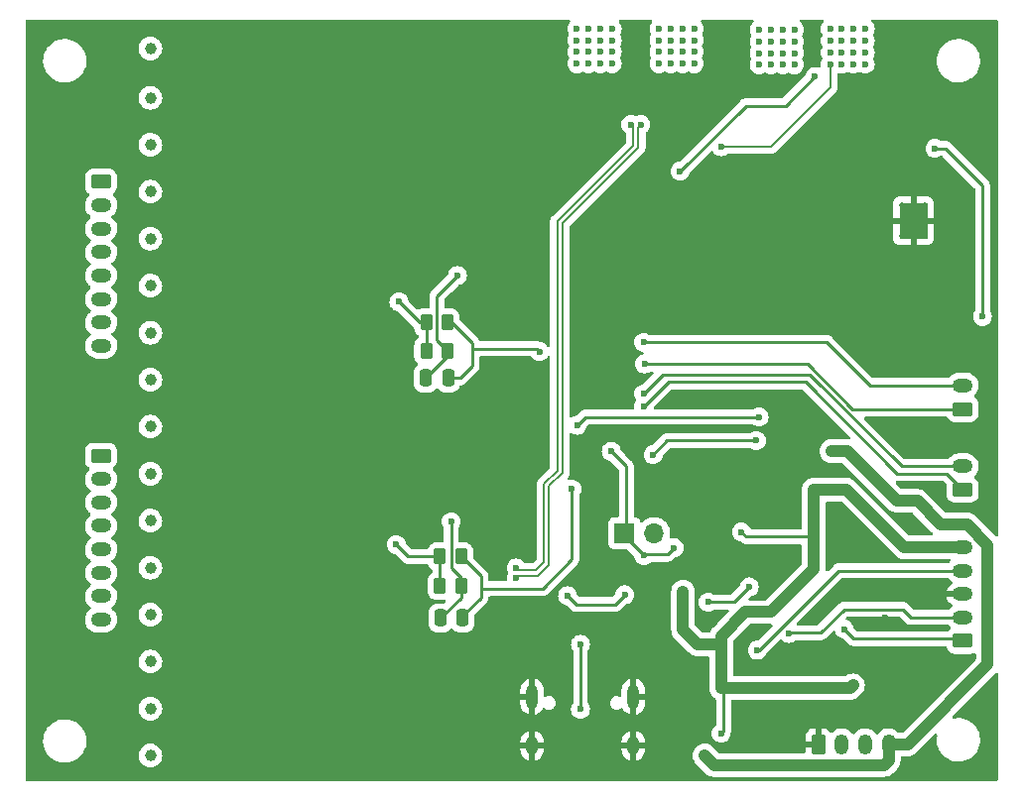
<source format=gbl>
G04 #@! TF.GenerationSoftware,KiCad,Pcbnew,(7.0.0-0)*
G04 #@! TF.CreationDate,2023-03-08T11:07:36+01:00*
G04 #@! TF.ProjectId,Flux_BMS,466c7578-5f42-44d5-932e-6b696361645f,rev?*
G04 #@! TF.SameCoordinates,Original*
G04 #@! TF.FileFunction,Copper,L4,Bot*
G04 #@! TF.FilePolarity,Positive*
%FSLAX46Y46*%
G04 Gerber Fmt 4.6, Leading zero omitted, Abs format (unit mm)*
G04 Created by KiCad (PCBNEW (7.0.0-0)) date 2023-03-08 11:07:36*
%MOMM*%
%LPD*%
G01*
G04 APERTURE LIST*
G04 Aperture macros list*
%AMRoundRect*
0 Rectangle with rounded corners*
0 $1 Rounding radius*
0 $2 $3 $4 $5 $6 $7 $8 $9 X,Y pos of 4 corners*
0 Add a 4 corners polygon primitive as box body*
4,1,4,$2,$3,$4,$5,$6,$7,$8,$9,$2,$3,0*
0 Add four circle primitives for the rounded corners*
1,1,$1+$1,$2,$3*
1,1,$1+$1,$4,$5*
1,1,$1+$1,$6,$7*
1,1,$1+$1,$8,$9*
0 Add four rect primitives between the rounded corners*
20,1,$1+$1,$2,$3,$4,$5,0*
20,1,$1+$1,$4,$5,$6,$7,0*
20,1,$1+$1,$6,$7,$8,$9,0*
20,1,$1+$1,$8,$9,$2,$3,0*%
G04 Aperture macros list end*
G04 #@! TA.AperFunction,ComponentPad*
%ADD10C,1.000000*%
G04 #@! TD*
G04 #@! TA.AperFunction,ComponentPad*
%ADD11O,1.000000X2.100000*%
G04 #@! TD*
G04 #@! TA.AperFunction,ComponentPad*
%ADD12O,1.000000X1.600000*%
G04 #@! TD*
G04 #@! TA.AperFunction,ComponentPad*
%ADD13RoundRect,0.250000X0.625000X-0.350000X0.625000X0.350000X-0.625000X0.350000X-0.625000X-0.350000X0*%
G04 #@! TD*
G04 #@! TA.AperFunction,ComponentPad*
%ADD14O,1.750000X1.200000*%
G04 #@! TD*
G04 #@! TA.AperFunction,ComponentPad*
%ADD15C,0.600000*%
G04 #@! TD*
G04 #@! TA.AperFunction,ComponentPad*
%ADD16RoundRect,0.250000X-0.625000X0.350000X-0.625000X-0.350000X0.625000X-0.350000X0.625000X0.350000X0*%
G04 #@! TD*
G04 #@! TA.AperFunction,ComponentPad*
%ADD17RoundRect,0.250000X-0.350000X-0.625000X0.350000X-0.625000X0.350000X0.625000X-0.350000X0.625000X0*%
G04 #@! TD*
G04 #@! TA.AperFunction,ComponentPad*
%ADD18O,1.200000X1.750000*%
G04 #@! TD*
G04 #@! TA.AperFunction,ComponentPad*
%ADD19C,0.500000*%
G04 #@! TD*
G04 #@! TA.AperFunction,SMDPad,CuDef*
%ADD20R,2.410000X3.100000*%
G04 #@! TD*
G04 #@! TA.AperFunction,ComponentPad*
%ADD21R,1.700000X1.700000*%
G04 #@! TD*
G04 #@! TA.AperFunction,ComponentPad*
%ADD22O,1.700000X1.700000*%
G04 #@! TD*
G04 #@! TA.AperFunction,SMDPad,CuDef*
%ADD23RoundRect,0.250000X0.262500X0.450000X-0.262500X0.450000X-0.262500X-0.450000X0.262500X-0.450000X0*%
G04 #@! TD*
G04 #@! TA.AperFunction,SMDPad,CuDef*
%ADD24RoundRect,0.250000X-0.250000X-0.475000X0.250000X-0.475000X0.250000X0.475000X-0.250000X0.475000X0*%
G04 #@! TD*
G04 #@! TA.AperFunction,ViaPad*
%ADD25C,0.600000*%
G04 #@! TD*
G04 #@! TA.AperFunction,Conductor*
%ADD26C,0.250000*%
G04 #@! TD*
G04 #@! TA.AperFunction,Conductor*
%ADD27C,0.200000*%
G04 #@! TD*
G04 #@! TA.AperFunction,Conductor*
%ADD28C,1.000000*%
G04 #@! TD*
G04 APERTURE END LIST*
D10*
X86650000Y-116333330D03*
X86650000Y-124359996D03*
X86650000Y-100279998D03*
X86650000Y-92253332D03*
X86650000Y-120346663D03*
D11*
X119229999Y-131369999D03*
D12*
X119229999Y-135549999D03*
D11*
X127869999Y-131369999D03*
D12*
X127869999Y-135549999D03*
D13*
X155950000Y-113700000D03*
D14*
X155949999Y-111699999D03*
D13*
X155950000Y-106800000D03*
D14*
X155949999Y-104799999D03*
D13*
X155950000Y-126600000D03*
D14*
X155949999Y-124599999D03*
X155949999Y-122599999D03*
X155949999Y-120599999D03*
X155949999Y-118599999D03*
D10*
X86650000Y-80213333D03*
D15*
X123050000Y-74300000D03*
X123050000Y-75300000D03*
X123050000Y-76300000D03*
X123050000Y-77300000D03*
X124050000Y-74300000D03*
X124050000Y-75300000D03*
X124050000Y-76300000D03*
X124050000Y-77300000D03*
X125050000Y-74300000D03*
X125050000Y-75300000D03*
X125050000Y-76300000D03*
X125050000Y-77300000D03*
X126050000Y-74300000D03*
X126050000Y-75300000D03*
X126050000Y-76300000D03*
X126050000Y-77300000D03*
D16*
X82450000Y-110783332D03*
D14*
X82449999Y-112783331D03*
X82449999Y-114783331D03*
X82449999Y-116783331D03*
X82449999Y-118783331D03*
X82449999Y-120783331D03*
X82449999Y-122783331D03*
X82449999Y-124783331D03*
D10*
X86650000Y-88239999D03*
X86650000Y-76000000D03*
X86650000Y-108306664D03*
X86650000Y-112319997D03*
D17*
X143650000Y-135450000D03*
D18*
X145649999Y-135449999D03*
X147649999Y-135449999D03*
X149649999Y-135449999D03*
D19*
X152717500Y-92025000D03*
X152717500Y-90725000D03*
X152717500Y-89425000D03*
D20*
X151762499Y-90724999D03*
D19*
X150807500Y-92025000D03*
X150807500Y-90725000D03*
X150807500Y-89425000D03*
D16*
X82450000Y-87400000D03*
D14*
X82449999Y-89399999D03*
X82449999Y-91399999D03*
X82449999Y-93399999D03*
X82449999Y-95399999D03*
X82449999Y-97399999D03*
X82449999Y-99399999D03*
X82449999Y-101399999D03*
D10*
X86650000Y-136400000D03*
X86650000Y-128373329D03*
D21*
X127099999Y-117399999D03*
D22*
X129639999Y-117399999D03*
D15*
X130050000Y-74300000D03*
X130050000Y-75300000D03*
X130050000Y-76300000D03*
X130050000Y-77300000D03*
X131050000Y-74300000D03*
X131050000Y-75300000D03*
X131050000Y-76300000D03*
X131050000Y-77300000D03*
X132050000Y-74300000D03*
X132050000Y-75300000D03*
X132050000Y-76300000D03*
X132050000Y-77300000D03*
X133050000Y-74300000D03*
X133050000Y-75300000D03*
X133050000Y-76300000D03*
X133050000Y-77300000D03*
D10*
X86650000Y-104293331D03*
X86650000Y-132386662D03*
X86650000Y-84226666D03*
D15*
X147650000Y-77350000D03*
X147650000Y-76350000D03*
X147650000Y-75350000D03*
X147650000Y-74350000D03*
X146650000Y-77350000D03*
X146650000Y-76350000D03*
X146650000Y-75350000D03*
X146650000Y-74350000D03*
X145650000Y-77350000D03*
X145650000Y-76350000D03*
X145650000Y-75350000D03*
X145650000Y-74350000D03*
X144650000Y-77350000D03*
X144650000Y-76350000D03*
X144650000Y-75350000D03*
X144650000Y-74350000D03*
X141600000Y-77400000D03*
X141600000Y-76400000D03*
X141600000Y-75400000D03*
X141600000Y-74400000D03*
X140600000Y-77400000D03*
X140600000Y-76400000D03*
X140600000Y-75400000D03*
X140600000Y-74400000D03*
X139600000Y-77400000D03*
X139600000Y-76400000D03*
X139600000Y-75400000D03*
X139600000Y-74400000D03*
X138600000Y-77400000D03*
X138600000Y-76400000D03*
X138600000Y-75400000D03*
X138600000Y-74400000D03*
D10*
X86650000Y-96266665D03*
D23*
X112012500Y-101850000D03*
X110187500Y-101850000D03*
X112012500Y-99400000D03*
X110187500Y-99400000D03*
D24*
X110150000Y-104150000D03*
X112050000Y-104150000D03*
D23*
X113162500Y-121900000D03*
X111337500Y-121900000D03*
X113162500Y-119400000D03*
X111337500Y-119400000D03*
D24*
X111400000Y-124650000D03*
X113300000Y-124650000D03*
D25*
X138600000Y-107500000D03*
X123074500Y-108184912D03*
X135350000Y-84400000D03*
X145850000Y-125600000D03*
X138450000Y-127400000D03*
X146600000Y-130400000D03*
X137100000Y-117300000D03*
X122250000Y-122750000D03*
X127122030Y-122675500D03*
X135350000Y-129900000D03*
X132100000Y-122400000D03*
X135350000Y-134500000D03*
X143250000Y-113700000D03*
X133950000Y-136400000D03*
X144750000Y-110400000D03*
X137600000Y-108400000D03*
X134100000Y-90650000D03*
X121000000Y-85250000D03*
X151850000Y-132150000D03*
X149100000Y-122150000D03*
X133850000Y-134900000D03*
X120100000Y-82900000D03*
X145100000Y-119650000D03*
X140950000Y-135200000D03*
X143600000Y-97400000D03*
X138600000Y-119150000D03*
X120450000Y-126800000D03*
X143650000Y-124700000D03*
X134350000Y-133700000D03*
X149350000Y-124650000D03*
X124850000Y-121400000D03*
X129700000Y-114850000D03*
X132350000Y-117400000D03*
X123100000Y-110650000D03*
X119600000Y-110650000D03*
X118700000Y-118200000D03*
X140100000Y-90650000D03*
X141146411Y-125969616D03*
X123350000Y-132440000D03*
X123350000Y-126900000D03*
X112325000Y-116425000D03*
X157650000Y-98900000D03*
X153600000Y-84550000D03*
X112850000Y-95400000D03*
X143350000Y-78400000D03*
X131850000Y-86500000D03*
X128812500Y-102950000D03*
X119850000Y-101900000D03*
X122600000Y-113650000D03*
X128750000Y-106600000D03*
X107862804Y-97649262D03*
X107629059Y-118370941D03*
X128750000Y-101100000D03*
X128750000Y-105500000D03*
X125974500Y-110407677D03*
X128750000Y-119300000D03*
X131350000Y-118650000D03*
X138350000Y-109500500D03*
X129550000Y-110700000D03*
X137750000Y-122000000D03*
X134250000Y-123300000D03*
X117864412Y-120375000D03*
X127650000Y-82500000D03*
X128500000Y-82500000D03*
X117864412Y-121225000D03*
D26*
X138600000Y-107500000D02*
X136299000Y-107500000D01*
X123783912Y-107475500D02*
X123074500Y-108184912D01*
X136274500Y-107475500D02*
X123783912Y-107475500D01*
X136299000Y-107500000D02*
X136274500Y-107475500D01*
D27*
X144650000Y-79350000D02*
X144650000Y-77350000D01*
X139600000Y-84400000D02*
X144650000Y-79350000D01*
X135350000Y-84400000D02*
X139600000Y-84400000D01*
D26*
X145850000Y-125600000D02*
X146650000Y-126400000D01*
X146650000Y-126400000D02*
X155750000Y-126400000D01*
X155750000Y-126400000D02*
X155950000Y-126600000D01*
X138591072Y-127400000D02*
X145391072Y-120600000D01*
X145391072Y-120600000D02*
X145600000Y-120600000D01*
X145600000Y-120600000D02*
X155950000Y-120600000D01*
X138450000Y-127400000D02*
X138591072Y-127400000D01*
X135550000Y-130850000D02*
X135350000Y-130650000D01*
D28*
X135350000Y-126200000D02*
X135350000Y-126900000D01*
D26*
X135550000Y-134300000D02*
X135550000Y-130850000D01*
D28*
X143250000Y-117700000D02*
X143250000Y-120500000D01*
X132100000Y-125650000D02*
X133350000Y-126900000D01*
X135350000Y-130650000D02*
X146350000Y-130650000D01*
X135350000Y-126900000D02*
X135350000Y-129900000D01*
X132100000Y-122400000D02*
X132100000Y-125650000D01*
D26*
X137100000Y-117300000D02*
X137500000Y-117700000D01*
X126297530Y-123500000D02*
X127122030Y-122675500D01*
D28*
X133350000Y-126900000D02*
X135350000Y-126900000D01*
X150950000Y-118600000D02*
X155950000Y-118600000D01*
D26*
X135350000Y-134500000D02*
X135550000Y-134300000D01*
X137500000Y-117700000D02*
X143250000Y-117700000D01*
D28*
X146050000Y-113700000D02*
X150950000Y-118600000D01*
X143250000Y-120500000D02*
X139600000Y-124150000D01*
X139600000Y-124150000D02*
X137400000Y-124150000D01*
X143250000Y-113700000D02*
X146050000Y-113700000D01*
X143250000Y-113700000D02*
X143250000Y-117700000D01*
D26*
X123000000Y-123500000D02*
X126297530Y-123500000D01*
D28*
X135350000Y-130650000D02*
X135350000Y-129900000D01*
X137400000Y-124150000D02*
X135350000Y-126200000D01*
D26*
X122250000Y-122750000D02*
X123000000Y-123500000D01*
D28*
X146350000Y-130650000D02*
X146600000Y-130400000D01*
X158100000Y-128600000D02*
X158100000Y-118400000D01*
X151250000Y-135450000D02*
X158100000Y-128600000D01*
X154100000Y-116650000D02*
X152100000Y-114650000D01*
X152100000Y-114650000D02*
X150350000Y-114650000D01*
X149650000Y-135450000D02*
X149650000Y-136800000D01*
X134750000Y-137200000D02*
X133950000Y-136400000D01*
X150350000Y-114650000D02*
X146100000Y-110400000D01*
X158100000Y-118400000D02*
X156350000Y-116650000D01*
X149650000Y-135450000D02*
X151250000Y-135450000D01*
X156350000Y-116650000D02*
X154100000Y-116650000D01*
X146100000Y-110400000D02*
X144750000Y-110400000D01*
X149650000Y-136800000D02*
X149250000Y-137200000D01*
X149250000Y-137200000D02*
X134750000Y-137200000D01*
D26*
X141146411Y-125969616D02*
X141216027Y-125900000D01*
X141216027Y-125900000D02*
X143850000Y-125900000D01*
X150850000Y-123900000D02*
X151550000Y-124600000D01*
X145850000Y-123900000D02*
X150850000Y-123900000D01*
X151550000Y-124600000D02*
X155950000Y-124600000D01*
X143850000Y-125900000D02*
X145850000Y-123900000D01*
X123350000Y-126900000D02*
X123350000Y-132440000D01*
X113162500Y-121900000D02*
X113162500Y-122887500D01*
X112325000Y-120375000D02*
X112325000Y-116425000D01*
X113162500Y-122887500D02*
X111400000Y-124650000D01*
X113162500Y-121212500D02*
X112325000Y-120375000D01*
X113162500Y-121900000D02*
X113162500Y-121212500D01*
X153600000Y-84550000D02*
X154500000Y-84550000D01*
X157650000Y-87700000D02*
X157650000Y-98900000D01*
X154500000Y-84550000D02*
X157650000Y-87700000D01*
X111100000Y-97150000D02*
X112850000Y-95400000D01*
X112012500Y-102287500D02*
X110150000Y-104150000D01*
X112012500Y-101850000D02*
X112012500Y-102287500D01*
X111100000Y-100937500D02*
X111100000Y-97150000D01*
X112012500Y-101850000D02*
X111100000Y-100937500D01*
X143350000Y-78400000D02*
X140850000Y-80900000D01*
X140850000Y-80900000D02*
X137450000Y-80900000D01*
X137450000Y-80900000D02*
X131850000Y-86500000D01*
X113100000Y-104150000D02*
X112050000Y-104150000D01*
X114100000Y-101150000D02*
X114100000Y-101650000D01*
X119600000Y-101650000D02*
X119850000Y-101900000D01*
X112012500Y-99400000D02*
X112350000Y-99400000D01*
X114100000Y-103150000D02*
X113600000Y-103650000D01*
X114100000Y-101650000D02*
X114100000Y-103150000D01*
X146550000Y-106800000D02*
X142700000Y-102950000D01*
X114100000Y-101650000D02*
X119600000Y-101650000D01*
X113600000Y-103650000D02*
X113100000Y-104150000D01*
X112350000Y-99400000D02*
X114100000Y-101150000D01*
X155950000Y-106800000D02*
X146550000Y-106800000D01*
X142700000Y-102950000D02*
X128812500Y-102950000D01*
X120100000Y-122150000D02*
X122600000Y-119650000D01*
X114850000Y-122150000D02*
X114850000Y-121087500D01*
X142550000Y-104500000D02*
X130850000Y-104500000D01*
X122600000Y-119650000D02*
X122600000Y-113650000D01*
X155950000Y-113700000D02*
X154550000Y-112300000D01*
X113300000Y-124650000D02*
X113300000Y-124450000D01*
X114850000Y-121087500D02*
X113162500Y-119400000D01*
X113300000Y-124450000D02*
X114850000Y-122900000D01*
X130850000Y-104500000D02*
X128750000Y-106600000D01*
X114850000Y-122900000D02*
X114850000Y-122150000D01*
X154550000Y-112300000D02*
X150350000Y-112300000D01*
X150350000Y-112300000D02*
X142550000Y-104500000D01*
X114850000Y-122150000D02*
X120100000Y-122150000D01*
X109613542Y-99400000D02*
X110187500Y-99400000D01*
X110187500Y-99400000D02*
X110187500Y-101850000D01*
X107862804Y-97649262D02*
X109613542Y-99400000D01*
X108658118Y-119400000D02*
X107629059Y-118370941D01*
X111337500Y-119400000D02*
X111337500Y-121900000D01*
X111337500Y-119400000D02*
X108658118Y-119400000D01*
X148050000Y-104800000D02*
X155950000Y-104800000D01*
X128750000Y-101100000D02*
X144350000Y-101100000D01*
X144350000Y-101100000D02*
X148050000Y-104800000D01*
X130375000Y-103875000D02*
X142925000Y-103875000D01*
X150750000Y-111700000D02*
X155950000Y-111700000D01*
X128750000Y-105500000D02*
X130375000Y-103875000D01*
X142925000Y-103875000D02*
X150750000Y-111700000D01*
X128850000Y-119200000D02*
X128750000Y-119300000D01*
X131350000Y-118650000D02*
X130800000Y-119200000D01*
X130800000Y-119200000D02*
X128850000Y-119200000D01*
X125974500Y-110407677D02*
X127250000Y-111683177D01*
X127250000Y-111683177D02*
X127250000Y-117800000D01*
X127250000Y-117800000D02*
X128750000Y-119300000D01*
X130749500Y-109500500D02*
X129550000Y-110700000D01*
X138350000Y-109500500D02*
X130749500Y-109500500D01*
X136450000Y-123300000D02*
X134250000Y-123300000D01*
X137750000Y-122000000D02*
X136450000Y-123300000D01*
D27*
X120225000Y-119906800D02*
X120225000Y-113206800D01*
X120225000Y-113206800D02*
X121375000Y-112056800D01*
X121375000Y-112056800D02*
X121375000Y-90756800D01*
X127849999Y-84281801D02*
X127849999Y-82699999D01*
X121375000Y-90756800D02*
X127849999Y-84281801D01*
X119556801Y-120574999D02*
X120225000Y-119906800D01*
X117864412Y-120375000D02*
X118064411Y-120574999D01*
X127849999Y-82699999D02*
X127650000Y-82500000D01*
X118064411Y-120574999D02*
X119556801Y-120574999D01*
X128300001Y-82699999D02*
X128500000Y-82500000D01*
X121825000Y-90943200D02*
X128300001Y-84468199D01*
X121825000Y-112243200D02*
X121825000Y-90943200D01*
X118064411Y-121025001D02*
X119743199Y-121025001D01*
X119743199Y-121025001D02*
X120675000Y-120093200D01*
X120675000Y-120093200D02*
X120675000Y-113393200D01*
X120675000Y-113393200D02*
X121825000Y-112243200D01*
X128300001Y-84468199D02*
X128300001Y-82699999D01*
X117864412Y-121225000D02*
X118064411Y-121025001D01*
G04 #@! TA.AperFunction,Conductor*
G36*
X122409121Y-73564233D02*
G01*
X122453854Y-73602439D01*
X122476367Y-73656789D01*
X122471751Y-73715436D01*
X122441013Y-73765595D01*
X122418897Y-73787710D01*
X122418893Y-73787714D01*
X122413889Y-73792719D01*
X122410126Y-73798707D01*
X122410121Y-73798714D01*
X122320721Y-73940993D01*
X122320717Y-73941000D01*
X122316957Y-73946985D01*
X122314622Y-73953656D01*
X122314619Y-73953664D01*
X122259119Y-74112275D01*
X122259117Y-74112280D01*
X122256783Y-74118953D01*
X122255991Y-74125979D01*
X122255991Y-74125981D01*
X122246268Y-74212275D01*
X122236384Y-74300000D01*
X122256783Y-74481047D01*
X122259118Y-74487720D01*
X122259119Y-74487724D01*
X122314619Y-74646335D01*
X122314621Y-74646339D01*
X122316957Y-74653015D01*
X122320719Y-74659003D01*
X122320721Y-74659006D01*
X122367192Y-74732964D01*
X122386505Y-74800000D01*
X122367192Y-74867036D01*
X122320721Y-74940993D01*
X122320717Y-74941000D01*
X122316957Y-74946985D01*
X122314622Y-74953656D01*
X122314619Y-74953664D01*
X122259119Y-75112275D01*
X122259117Y-75112280D01*
X122256783Y-75118953D01*
X122255991Y-75125979D01*
X122255991Y-75125981D01*
X122247708Y-75199500D01*
X122236384Y-75300000D01*
X122256783Y-75481047D01*
X122259118Y-75487720D01*
X122259119Y-75487724D01*
X122314619Y-75646335D01*
X122314621Y-75646339D01*
X122316957Y-75653015D01*
X122320719Y-75659003D01*
X122320721Y-75659006D01*
X122367192Y-75732964D01*
X122386505Y-75800000D01*
X122367192Y-75867036D01*
X122320721Y-75940993D01*
X122320717Y-75941000D01*
X122316957Y-75946985D01*
X122314622Y-75953656D01*
X122314619Y-75953664D01*
X122259119Y-76112275D01*
X122259117Y-76112280D01*
X122256783Y-76118953D01*
X122255991Y-76125979D01*
X122255991Y-76125981D01*
X122248605Y-76191538D01*
X122236384Y-76300000D01*
X122256783Y-76481047D01*
X122259118Y-76487720D01*
X122259119Y-76487724D01*
X122314619Y-76646335D01*
X122314621Y-76646339D01*
X122316957Y-76653015D01*
X122320719Y-76659003D01*
X122320721Y-76659006D01*
X122367192Y-76732964D01*
X122386505Y-76800000D01*
X122367192Y-76867036D01*
X122320721Y-76940993D01*
X122320717Y-76941000D01*
X122316957Y-76946985D01*
X122314622Y-76953656D01*
X122314619Y-76953664D01*
X122259119Y-77112275D01*
X122259117Y-77112280D01*
X122256783Y-77118953D01*
X122255991Y-77125979D01*
X122255991Y-77125981D01*
X122246268Y-77212275D01*
X122236384Y-77300000D01*
X122256783Y-77481047D01*
X122259118Y-77487720D01*
X122259119Y-77487724D01*
X122314619Y-77646335D01*
X122314621Y-77646339D01*
X122316957Y-77653015D01*
X122320719Y-77659003D01*
X122320721Y-77659006D01*
X122394029Y-77775675D01*
X122413889Y-77807281D01*
X122542719Y-77936111D01*
X122548713Y-77939877D01*
X122548714Y-77939878D01*
X122617035Y-77982807D01*
X122696985Y-78033043D01*
X122868953Y-78093217D01*
X123050000Y-78113616D01*
X123231047Y-78093217D01*
X123403015Y-78033043D01*
X123482962Y-77982807D01*
X123549998Y-77963494D01*
X123617035Y-77982807D01*
X123629573Y-77990685D01*
X123696985Y-78033043D01*
X123868953Y-78093217D01*
X124050000Y-78113616D01*
X124231047Y-78093217D01*
X124403015Y-78033043D01*
X124482962Y-77982807D01*
X124549998Y-77963494D01*
X124617035Y-77982807D01*
X124629573Y-77990685D01*
X124696985Y-78033043D01*
X124868953Y-78093217D01*
X125050000Y-78113616D01*
X125231047Y-78093217D01*
X125403015Y-78033043D01*
X125482962Y-77982807D01*
X125549998Y-77963494D01*
X125617035Y-77982807D01*
X125629573Y-77990685D01*
X125696985Y-78033043D01*
X125868953Y-78093217D01*
X126050000Y-78113616D01*
X126231047Y-78093217D01*
X126403015Y-78033043D01*
X126557281Y-77936111D01*
X126686111Y-77807281D01*
X126783043Y-77653015D01*
X126843217Y-77481047D01*
X126863616Y-77300000D01*
X126843217Y-77118953D01*
X126783043Y-76946985D01*
X126779277Y-76940992D01*
X126779276Y-76940989D01*
X126732808Y-76867037D01*
X126713494Y-76800000D01*
X126732808Y-76732963D01*
X126779276Y-76659010D01*
X126779275Y-76659010D01*
X126783043Y-76653015D01*
X126843217Y-76481047D01*
X126863616Y-76300000D01*
X126843217Y-76118953D01*
X126783043Y-75946985D01*
X126753519Y-75899998D01*
X126732807Y-75867035D01*
X126713494Y-75799998D01*
X126732807Y-75732962D01*
X126783043Y-75653015D01*
X126843217Y-75481047D01*
X126863616Y-75300000D01*
X126843217Y-75118953D01*
X126783043Y-74946985D01*
X126732806Y-74867035D01*
X126713494Y-74799998D01*
X126732807Y-74732963D01*
X126783043Y-74653015D01*
X126843217Y-74481047D01*
X126863616Y-74300000D01*
X126843217Y-74118953D01*
X126783043Y-73946985D01*
X126686111Y-73792719D01*
X126658987Y-73765595D01*
X126628249Y-73715436D01*
X126623633Y-73656789D01*
X126646146Y-73602439D01*
X126690879Y-73564233D01*
X126748082Y-73550500D01*
X129351918Y-73550500D01*
X129409121Y-73564233D01*
X129453854Y-73602439D01*
X129476367Y-73656789D01*
X129471751Y-73715436D01*
X129441013Y-73765595D01*
X129418897Y-73787710D01*
X129418893Y-73787714D01*
X129413889Y-73792719D01*
X129410126Y-73798707D01*
X129410121Y-73798714D01*
X129320721Y-73940993D01*
X129320717Y-73941000D01*
X129316957Y-73946985D01*
X129314622Y-73953656D01*
X129314619Y-73953664D01*
X129259119Y-74112275D01*
X129259117Y-74112280D01*
X129256783Y-74118953D01*
X129255991Y-74125979D01*
X129255991Y-74125981D01*
X129246268Y-74212275D01*
X129236384Y-74300000D01*
X129256783Y-74481047D01*
X129259118Y-74487720D01*
X129259119Y-74487724D01*
X129314619Y-74646335D01*
X129314621Y-74646339D01*
X129316957Y-74653015D01*
X129320719Y-74659003D01*
X129320721Y-74659006D01*
X129367192Y-74732964D01*
X129386505Y-74800000D01*
X129367192Y-74867036D01*
X129320721Y-74940993D01*
X129320717Y-74941000D01*
X129316957Y-74946985D01*
X129314622Y-74953656D01*
X129314619Y-74953664D01*
X129259119Y-75112275D01*
X129259117Y-75112280D01*
X129256783Y-75118953D01*
X129255991Y-75125979D01*
X129255991Y-75125981D01*
X129247708Y-75199500D01*
X129236384Y-75300000D01*
X129256783Y-75481047D01*
X129259118Y-75487720D01*
X129259119Y-75487724D01*
X129314619Y-75646335D01*
X129314621Y-75646339D01*
X129316957Y-75653015D01*
X129320719Y-75659003D01*
X129320721Y-75659006D01*
X129367192Y-75732964D01*
X129386505Y-75800000D01*
X129367192Y-75867036D01*
X129320721Y-75940993D01*
X129320717Y-75941000D01*
X129316957Y-75946985D01*
X129314622Y-75953656D01*
X129314619Y-75953664D01*
X129259119Y-76112275D01*
X129259117Y-76112280D01*
X129256783Y-76118953D01*
X129255991Y-76125979D01*
X129255991Y-76125981D01*
X129248605Y-76191538D01*
X129236384Y-76300000D01*
X129256783Y-76481047D01*
X129259118Y-76487720D01*
X129259119Y-76487724D01*
X129314619Y-76646335D01*
X129314621Y-76646339D01*
X129316957Y-76653015D01*
X129320719Y-76659003D01*
X129320721Y-76659006D01*
X129367192Y-76732964D01*
X129386505Y-76800000D01*
X129367192Y-76867036D01*
X129320721Y-76940993D01*
X129320717Y-76941000D01*
X129316957Y-76946985D01*
X129314622Y-76953656D01*
X129314619Y-76953664D01*
X129259119Y-77112275D01*
X129259117Y-77112280D01*
X129256783Y-77118953D01*
X129255991Y-77125979D01*
X129255991Y-77125981D01*
X129246268Y-77212275D01*
X129236384Y-77300000D01*
X129256783Y-77481047D01*
X129259118Y-77487720D01*
X129259119Y-77487724D01*
X129314619Y-77646335D01*
X129314621Y-77646339D01*
X129316957Y-77653015D01*
X129320719Y-77659003D01*
X129320721Y-77659006D01*
X129394029Y-77775675D01*
X129413889Y-77807281D01*
X129542719Y-77936111D01*
X129548713Y-77939877D01*
X129548714Y-77939878D01*
X129617035Y-77982807D01*
X129696985Y-78033043D01*
X129868953Y-78093217D01*
X130050000Y-78113616D01*
X130231047Y-78093217D01*
X130403015Y-78033043D01*
X130482962Y-77982807D01*
X130549998Y-77963494D01*
X130617035Y-77982807D01*
X130629573Y-77990685D01*
X130696985Y-78033043D01*
X130868953Y-78093217D01*
X131050000Y-78113616D01*
X131231047Y-78093217D01*
X131403015Y-78033043D01*
X131482962Y-77982807D01*
X131549998Y-77963494D01*
X131617035Y-77982807D01*
X131629573Y-77990685D01*
X131696985Y-78033043D01*
X131868953Y-78093217D01*
X132050000Y-78113616D01*
X132231047Y-78093217D01*
X132403015Y-78033043D01*
X132482962Y-77982807D01*
X132549998Y-77963494D01*
X132617035Y-77982807D01*
X132629573Y-77990685D01*
X132696985Y-78033043D01*
X132868953Y-78093217D01*
X133050000Y-78113616D01*
X133231047Y-78093217D01*
X133403015Y-78033043D01*
X133557281Y-77936111D01*
X133686111Y-77807281D01*
X133783043Y-77653015D01*
X133843217Y-77481047D01*
X133863616Y-77300000D01*
X133843217Y-77118953D01*
X133783043Y-76946985D01*
X133779277Y-76940992D01*
X133779276Y-76940989D01*
X133732808Y-76867037D01*
X133713494Y-76800000D01*
X133732808Y-76732963D01*
X133779276Y-76659010D01*
X133779275Y-76659010D01*
X133783043Y-76653015D01*
X133843217Y-76481047D01*
X133863616Y-76300000D01*
X133843217Y-76118953D01*
X133783043Y-75946985D01*
X133753519Y-75899998D01*
X133732807Y-75867035D01*
X133713494Y-75799998D01*
X133732807Y-75732962D01*
X133783043Y-75653015D01*
X133843217Y-75481047D01*
X133863616Y-75300000D01*
X133843217Y-75118953D01*
X133783043Y-74946985D01*
X133732806Y-74867035D01*
X133713494Y-74799998D01*
X133732807Y-74732963D01*
X133783043Y-74653015D01*
X133843217Y-74481047D01*
X133863616Y-74300000D01*
X133843217Y-74118953D01*
X133783043Y-73946985D01*
X133686111Y-73792719D01*
X133658987Y-73765595D01*
X133628249Y-73715436D01*
X133623633Y-73656789D01*
X133646146Y-73602439D01*
X133690879Y-73564233D01*
X133748082Y-73550500D01*
X138001918Y-73550500D01*
X138059121Y-73564233D01*
X138103854Y-73602439D01*
X138126367Y-73656789D01*
X138121751Y-73715436D01*
X138091013Y-73765595D01*
X137968897Y-73887710D01*
X137968893Y-73887714D01*
X137963889Y-73892719D01*
X137960126Y-73898707D01*
X137960121Y-73898714D01*
X137870721Y-74040993D01*
X137870717Y-74041000D01*
X137866957Y-74046985D01*
X137864622Y-74053656D01*
X137864619Y-74053664D01*
X137809119Y-74212275D01*
X137809117Y-74212280D01*
X137806783Y-74218953D01*
X137786384Y-74400000D01*
X137806783Y-74581047D01*
X137809118Y-74587720D01*
X137809119Y-74587724D01*
X137864619Y-74746335D01*
X137864621Y-74746339D01*
X137866957Y-74753015D01*
X137870719Y-74759003D01*
X137870721Y-74759006D01*
X137917192Y-74832964D01*
X137936505Y-74900000D01*
X137917192Y-74967036D01*
X137870721Y-75040993D01*
X137870717Y-75041000D01*
X137866957Y-75046985D01*
X137864622Y-75053656D01*
X137864619Y-75053664D01*
X137809119Y-75212275D01*
X137809117Y-75212280D01*
X137806783Y-75218953D01*
X137805991Y-75225979D01*
X137805991Y-75225981D01*
X137798443Y-75292971D01*
X137786384Y-75400000D01*
X137806783Y-75581047D01*
X137809118Y-75587720D01*
X137809119Y-75587724D01*
X137864619Y-75746335D01*
X137864621Y-75746339D01*
X137866957Y-75753015D01*
X137870719Y-75759003D01*
X137870721Y-75759006D01*
X137917192Y-75832964D01*
X137936505Y-75900000D01*
X137917192Y-75967036D01*
X137870721Y-76040993D01*
X137870717Y-76041000D01*
X137866957Y-76046985D01*
X137864622Y-76053656D01*
X137864619Y-76053664D01*
X137809119Y-76212275D01*
X137809117Y-76212280D01*
X137806783Y-76218953D01*
X137786384Y-76400000D01*
X137806783Y-76581047D01*
X137809118Y-76587720D01*
X137809119Y-76587724D01*
X137864619Y-76746335D01*
X137864621Y-76746339D01*
X137866957Y-76753015D01*
X137870719Y-76759003D01*
X137870721Y-76759006D01*
X137917192Y-76832964D01*
X137936505Y-76900000D01*
X137917192Y-76967036D01*
X137870721Y-77040993D01*
X137870717Y-77041000D01*
X137866957Y-77046985D01*
X137864622Y-77053656D01*
X137864619Y-77053664D01*
X137809119Y-77212275D01*
X137809117Y-77212280D01*
X137806783Y-77218953D01*
X137786384Y-77400000D01*
X137806783Y-77581047D01*
X137809118Y-77587720D01*
X137809119Y-77587724D01*
X137864619Y-77746335D01*
X137864621Y-77746339D01*
X137866957Y-77753015D01*
X137870719Y-77759003D01*
X137870721Y-77759006D01*
X137955640Y-77894154D01*
X137963889Y-77907281D01*
X138092719Y-78036111D01*
X138098713Y-78039877D01*
X138098714Y-78039878D01*
X138161419Y-78079278D01*
X138246985Y-78133043D01*
X138418953Y-78193217D01*
X138600000Y-78213616D01*
X138781047Y-78193217D01*
X138953015Y-78133043D01*
X138969964Y-78122393D01*
X139032963Y-78082808D01*
X139100000Y-78063494D01*
X139167037Y-78082808D01*
X139240989Y-78129276D01*
X139240992Y-78129277D01*
X139246985Y-78133043D01*
X139418953Y-78193217D01*
X139600000Y-78213616D01*
X139781047Y-78193217D01*
X139953015Y-78133043D01*
X139969964Y-78122393D01*
X140032963Y-78082808D01*
X140100000Y-78063494D01*
X140167037Y-78082808D01*
X140240989Y-78129276D01*
X140240992Y-78129277D01*
X140246985Y-78133043D01*
X140418953Y-78193217D01*
X140600000Y-78213616D01*
X140781047Y-78193217D01*
X140953015Y-78133043D01*
X140969964Y-78122393D01*
X141032963Y-78082808D01*
X141100000Y-78063494D01*
X141167037Y-78082808D01*
X141240989Y-78129276D01*
X141240992Y-78129277D01*
X141246985Y-78133043D01*
X141418953Y-78193217D01*
X141600000Y-78213616D01*
X141781047Y-78193217D01*
X141953015Y-78133043D01*
X142107281Y-78036111D01*
X142236111Y-77907281D01*
X142333043Y-77753015D01*
X142393217Y-77581047D01*
X142413616Y-77400000D01*
X142393217Y-77218953D01*
X142333043Y-77046985D01*
X142329278Y-77040993D01*
X142282807Y-76967035D01*
X142263494Y-76899998D01*
X142282807Y-76832962D01*
X142333043Y-76753015D01*
X142393217Y-76581047D01*
X142413616Y-76400000D01*
X142393217Y-76218953D01*
X142333043Y-76046985D01*
X142282806Y-75967035D01*
X142263494Y-75899998D01*
X142282807Y-75832963D01*
X142333043Y-75753015D01*
X142393217Y-75581047D01*
X142413616Y-75400000D01*
X142393217Y-75218953D01*
X142333043Y-75046985D01*
X142282806Y-74967035D01*
X142263494Y-74899998D01*
X142282807Y-74832963D01*
X142333043Y-74753015D01*
X142393217Y-74581047D01*
X142413616Y-74400000D01*
X142393217Y-74218953D01*
X142333043Y-74046985D01*
X142236111Y-73892719D01*
X142108987Y-73765595D01*
X142078249Y-73715436D01*
X142073633Y-73656789D01*
X142096146Y-73602439D01*
X142140879Y-73564233D01*
X142198082Y-73550500D01*
X144001918Y-73550500D01*
X144059121Y-73564233D01*
X144103854Y-73602439D01*
X144126367Y-73656789D01*
X144121751Y-73715436D01*
X144091013Y-73765595D01*
X144018897Y-73837710D01*
X144018893Y-73837714D01*
X144013889Y-73842719D01*
X144010126Y-73848707D01*
X144010121Y-73848714D01*
X143920721Y-73990993D01*
X143920717Y-73991000D01*
X143916957Y-73996985D01*
X143914622Y-74003656D01*
X143914619Y-74003664D01*
X143859119Y-74162275D01*
X143859117Y-74162280D01*
X143856783Y-74168953D01*
X143855991Y-74175979D01*
X143855991Y-74175981D01*
X143842810Y-74292971D01*
X143836384Y-74350000D01*
X143856783Y-74531047D01*
X143859118Y-74537720D01*
X143859119Y-74537724D01*
X143914619Y-74696335D01*
X143914621Y-74696339D01*
X143916957Y-74703015D01*
X143920719Y-74709003D01*
X143920721Y-74709006D01*
X143967192Y-74782963D01*
X143986505Y-74849998D01*
X143967193Y-74917034D01*
X143920720Y-74990995D01*
X143920717Y-74991000D01*
X143916957Y-74996985D01*
X143914622Y-75003656D01*
X143914619Y-75003664D01*
X143859119Y-75162275D01*
X143859117Y-75162280D01*
X143856783Y-75168953D01*
X143855991Y-75175979D01*
X143855991Y-75175981D01*
X143848973Y-75238268D01*
X143836384Y-75350000D01*
X143856783Y-75531047D01*
X143859118Y-75537720D01*
X143859119Y-75537724D01*
X143914619Y-75696335D01*
X143914621Y-75696339D01*
X143916957Y-75703015D01*
X143920719Y-75709003D01*
X143920721Y-75709006D01*
X143967192Y-75782964D01*
X143986505Y-75850000D01*
X143967192Y-75917036D01*
X143920721Y-75990993D01*
X143920717Y-75991000D01*
X143916957Y-75996985D01*
X143914622Y-76003656D01*
X143914619Y-76003664D01*
X143859119Y-76162275D01*
X143859117Y-76162280D01*
X143856783Y-76168953D01*
X143855991Y-76175979D01*
X143855991Y-76175981D01*
X143842810Y-76292971D01*
X143836384Y-76350000D01*
X143856783Y-76531047D01*
X143859118Y-76537720D01*
X143859119Y-76537724D01*
X143914619Y-76696335D01*
X143914621Y-76696339D01*
X143916957Y-76703015D01*
X143920719Y-76709003D01*
X143920721Y-76709006D01*
X143967192Y-76782964D01*
X143986505Y-76850000D01*
X143967192Y-76917036D01*
X143920721Y-76990993D01*
X143920717Y-76991000D01*
X143916957Y-76996985D01*
X143914622Y-77003656D01*
X143914619Y-77003664D01*
X143859119Y-77162275D01*
X143859117Y-77162280D01*
X143856783Y-77168953D01*
X143855991Y-77175979D01*
X143855991Y-77175981D01*
X143847839Y-77248331D01*
X143836384Y-77350000D01*
X143837176Y-77357029D01*
X143856584Y-77529283D01*
X143847785Y-77591608D01*
X143809936Y-77641901D01*
X143752482Y-77667610D01*
X143689761Y-77662319D01*
X143537724Y-77609119D01*
X143537720Y-77609118D01*
X143531047Y-77606783D01*
X143350000Y-77586384D01*
X143342971Y-77587176D01*
X143175981Y-77605991D01*
X143175979Y-77605991D01*
X143168953Y-77606783D01*
X143162280Y-77609117D01*
X143162275Y-77609119D01*
X143003664Y-77664619D01*
X143003656Y-77664622D01*
X142996985Y-77666957D01*
X142991000Y-77670717D01*
X142990993Y-77670721D01*
X142848714Y-77760121D01*
X142848707Y-77760126D01*
X142842719Y-77763889D01*
X142837714Y-77768893D01*
X142837710Y-77768897D01*
X142718897Y-77887710D01*
X142718893Y-77887714D01*
X142713889Y-77892719D01*
X142710126Y-77898707D01*
X142710121Y-77898714D01*
X142620721Y-78040993D01*
X142620717Y-78041000D01*
X142616957Y-78046985D01*
X142614622Y-78053656D01*
X142614619Y-78053664D01*
X142559120Y-78212272D01*
X142559118Y-78212278D01*
X142556783Y-78218953D01*
X142555991Y-78225980D01*
X142555989Y-78225990D01*
X142551767Y-78263454D01*
X142540081Y-78304014D01*
X142515655Y-78338438D01*
X140624497Y-80229597D01*
X140583623Y-80256909D01*
X140535405Y-80266500D01*
X137528767Y-80266500D01*
X137517583Y-80265972D01*
X137510091Y-80264298D01*
X137502165Y-80264547D01*
X137442001Y-80266438D01*
X137438043Y-80266500D01*
X137410144Y-80266500D01*
X137406219Y-80266995D01*
X137406198Y-80266997D01*
X137406124Y-80267007D01*
X137394313Y-80267936D01*
X137358034Y-80269076D01*
X137358026Y-80269077D01*
X137350111Y-80269326D01*
X137342500Y-80271536D01*
X137342493Y-80271538D01*
X137330648Y-80274979D01*
X137311303Y-80278985D01*
X137299072Y-80280530D01*
X137299059Y-80280533D01*
X137291203Y-80281526D01*
X137283839Y-80284441D01*
X137283829Y-80284444D01*
X137250092Y-80297802D01*
X137238865Y-80301646D01*
X137204018Y-80311770D01*
X137204013Y-80311772D01*
X137196407Y-80313982D01*
X137189590Y-80318012D01*
X137189581Y-80318017D01*
X137178960Y-80324298D01*
X137161221Y-80332989D01*
X137149749Y-80337531D01*
X137149746Y-80337532D01*
X137142383Y-80340448D01*
X137135976Y-80345102D01*
X137135972Y-80345105D01*
X137106611Y-80366437D01*
X137096693Y-80372951D01*
X137065465Y-80391419D01*
X137065457Y-80391425D01*
X137058638Y-80395458D01*
X137053036Y-80401058D01*
X137053029Y-80401065D01*
X137044308Y-80409786D01*
X137029287Y-80422615D01*
X137019307Y-80429866D01*
X137019298Y-80429873D01*
X137012893Y-80434528D01*
X137007845Y-80440628D01*
X137007836Y-80440638D01*
X136984700Y-80468604D01*
X136976713Y-80477381D01*
X131788438Y-85665656D01*
X131754013Y-85690083D01*
X131713452Y-85701769D01*
X131675979Y-85705991D01*
X131675975Y-85705991D01*
X131668953Y-85706783D01*
X131662280Y-85709117D01*
X131662275Y-85709119D01*
X131503664Y-85764619D01*
X131503656Y-85764622D01*
X131496985Y-85766957D01*
X131491000Y-85770717D01*
X131490993Y-85770721D01*
X131348714Y-85860121D01*
X131348707Y-85860126D01*
X131342719Y-85863889D01*
X131337714Y-85868893D01*
X131337710Y-85868897D01*
X131218897Y-85987710D01*
X131218893Y-85987714D01*
X131213889Y-85992719D01*
X131210126Y-85998707D01*
X131210121Y-85998714D01*
X131120721Y-86140993D01*
X131120717Y-86141000D01*
X131116957Y-86146985D01*
X131114622Y-86153656D01*
X131114619Y-86153664D01*
X131059119Y-86312275D01*
X131059117Y-86312280D01*
X131056783Y-86318953D01*
X131036384Y-86500000D01*
X131056783Y-86681047D01*
X131059118Y-86687720D01*
X131059119Y-86687724D01*
X131114619Y-86846335D01*
X131114621Y-86846339D01*
X131116957Y-86853015D01*
X131120719Y-86859003D01*
X131120721Y-86859006D01*
X131208971Y-86999455D01*
X131213889Y-87007281D01*
X131342719Y-87136111D01*
X131496985Y-87233043D01*
X131668953Y-87293217D01*
X131850000Y-87313616D01*
X132031047Y-87293217D01*
X132203015Y-87233043D01*
X132357281Y-87136111D01*
X132486111Y-87007281D01*
X132583043Y-86853015D01*
X132643217Y-86681047D01*
X132648230Y-86636545D01*
X132659915Y-86595986D01*
X132684340Y-86561562D01*
X134457364Y-84788539D01*
X134504839Y-84758709D01*
X134560561Y-84752430D01*
X134613490Y-84770951D01*
X134653141Y-84810602D01*
X134663719Y-84827437D01*
X134713889Y-84907281D01*
X134842719Y-85036111D01*
X134996985Y-85133043D01*
X135168953Y-85193217D01*
X135350000Y-85213616D01*
X135531047Y-85193217D01*
X135703015Y-85133043D01*
X135857281Y-85036111D01*
X135858933Y-85034458D01*
X135893106Y-85015571D01*
X135934722Y-85008500D01*
X139551864Y-85008500D01*
X139568307Y-85009577D01*
X139600000Y-85013750D01*
X139639880Y-85008500D01*
X139639885Y-85008500D01*
X139739456Y-84995391D01*
X139758851Y-84992838D01*
X139906876Y-84931524D01*
X140002072Y-84858477D01*
X140002074Y-84858474D01*
X140033987Y-84833987D01*
X140053457Y-84808611D01*
X140064309Y-84796238D01*
X140310547Y-84550000D01*
X152786384Y-84550000D01*
X152806783Y-84731047D01*
X152809118Y-84737720D01*
X152809119Y-84737724D01*
X152864619Y-84896335D01*
X152864621Y-84896339D01*
X152866957Y-84903015D01*
X152870719Y-84909003D01*
X152870721Y-84909006D01*
X152952953Y-85039878D01*
X152963889Y-85057281D01*
X153092719Y-85186111D01*
X153098713Y-85189877D01*
X153098714Y-85189878D01*
X153147297Y-85220405D01*
X153246985Y-85283043D01*
X153418953Y-85343217D01*
X153600000Y-85363616D01*
X153781047Y-85343217D01*
X153953015Y-85283043D01*
X154080699Y-85202813D01*
X154147736Y-85183500D01*
X154185406Y-85183500D01*
X154233624Y-85193091D01*
X154274501Y-85220405D01*
X156979595Y-87925500D01*
X157006909Y-87966377D01*
X157016500Y-88014595D01*
X157016500Y-98352264D01*
X156997187Y-98419300D01*
X156920721Y-98540993D01*
X156920717Y-98541000D01*
X156916957Y-98546985D01*
X156914622Y-98553656D01*
X156914619Y-98553664D01*
X156859119Y-98712275D01*
X156859117Y-98712280D01*
X156856783Y-98718953D01*
X156836384Y-98900000D01*
X156856783Y-99081047D01*
X156859118Y-99087720D01*
X156859119Y-99087724D01*
X156914619Y-99246335D01*
X156914621Y-99246339D01*
X156916957Y-99253015D01*
X156920719Y-99259003D01*
X156920721Y-99259006D01*
X156979788Y-99353011D01*
X157013889Y-99407281D01*
X157142719Y-99536111D01*
X157148713Y-99539877D01*
X157148714Y-99539878D01*
X157290993Y-99629278D01*
X157296985Y-99633043D01*
X157468953Y-99693217D01*
X157650000Y-99713616D01*
X157831047Y-99693217D01*
X158003015Y-99633043D01*
X158157281Y-99536111D01*
X158286111Y-99407281D01*
X158383043Y-99253015D01*
X158443217Y-99081047D01*
X158463616Y-98900000D01*
X158443217Y-98718953D01*
X158383043Y-98546985D01*
X158369038Y-98524697D01*
X158302813Y-98419300D01*
X158283500Y-98352264D01*
X158283500Y-87778768D01*
X158284027Y-87767584D01*
X158285702Y-87760092D01*
X158283561Y-87692001D01*
X158283500Y-87688044D01*
X158283500Y-87664109D01*
X158283500Y-87660144D01*
X158282995Y-87656152D01*
X158282062Y-87644305D01*
X158280674Y-87600111D01*
X158275019Y-87580647D01*
X158271013Y-87561301D01*
X158268474Y-87541203D01*
X158252199Y-87500098D01*
X158248353Y-87488865D01*
X158238229Y-87454018D01*
X158236018Y-87446407D01*
X158225708Y-87428973D01*
X158217007Y-87411213D01*
X158213094Y-87401330D01*
X158209552Y-87392383D01*
X158183565Y-87356616D01*
X158177047Y-87346693D01*
X158158578Y-87315463D01*
X158154542Y-87308638D01*
X158140217Y-87294313D01*
X158127382Y-87279286D01*
X158115472Y-87262893D01*
X158109367Y-87257842D01*
X158109360Y-87257835D01*
X158081394Y-87234700D01*
X158072615Y-87226711D01*
X155003646Y-84157741D01*
X154996112Y-84149463D01*
X154992000Y-84142982D01*
X154942348Y-84096356D01*
X154939506Y-84093601D01*
X154922574Y-84076669D01*
X154919770Y-84073865D01*
X154916575Y-84071386D01*
X154907554Y-84063682D01*
X154881097Y-84038838D01*
X154875321Y-84033414D01*
X154868377Y-84029596D01*
X154868371Y-84029592D01*
X154857566Y-84023652D01*
X154841047Y-84012801D01*
X154825041Y-84000386D01*
X154817766Y-83997238D01*
X154817763Y-83997236D01*
X154784466Y-83982828D01*
X154773804Y-83977605D01*
X154742007Y-83960124D01*
X154742005Y-83960123D01*
X154735060Y-83956305D01*
X154727383Y-83954334D01*
X154727381Y-83954333D01*
X154715438Y-83951267D01*
X154696734Y-83944863D01*
X154685420Y-83939967D01*
X154685418Y-83939966D01*
X154678145Y-83936819D01*
X154670319Y-83935579D01*
X154670318Y-83935579D01*
X154634475Y-83929902D01*
X154622859Y-83927496D01*
X154580030Y-83916500D01*
X154572101Y-83916500D01*
X154559776Y-83916500D01*
X154540065Y-83914949D01*
X154527885Y-83913019D01*
X154527878Y-83913018D01*
X154520057Y-83911780D01*
X154512173Y-83912525D01*
X154512165Y-83912525D01*
X154476039Y-83915941D01*
X154464181Y-83916500D01*
X154147736Y-83916500D01*
X154080700Y-83897187D01*
X153959006Y-83820721D01*
X153959003Y-83820719D01*
X153953015Y-83816957D01*
X153946339Y-83814621D01*
X153946335Y-83814619D01*
X153787724Y-83759119D01*
X153787720Y-83759118D01*
X153781047Y-83756783D01*
X153600000Y-83736384D01*
X153592971Y-83737176D01*
X153425981Y-83755991D01*
X153425979Y-83755991D01*
X153418953Y-83756783D01*
X153412280Y-83759117D01*
X153412275Y-83759119D01*
X153253664Y-83814619D01*
X153253656Y-83814622D01*
X153246985Y-83816957D01*
X153241000Y-83820717D01*
X153240993Y-83820721D01*
X153098714Y-83910121D01*
X153098707Y-83910126D01*
X153092719Y-83913889D01*
X153087714Y-83918893D01*
X153087710Y-83918897D01*
X152968897Y-84037710D01*
X152968893Y-84037714D01*
X152963889Y-84042719D01*
X152960126Y-84048707D01*
X152960121Y-84048714D01*
X152870721Y-84190993D01*
X152870717Y-84191000D01*
X152866957Y-84196985D01*
X152864622Y-84203656D01*
X152864619Y-84203664D01*
X152809119Y-84362275D01*
X152809117Y-84362280D01*
X152806783Y-84368953D01*
X152786384Y-84550000D01*
X140310547Y-84550000D01*
X145046235Y-79814312D01*
X145058622Y-79803450D01*
X145077437Y-79789013D01*
X145077437Y-79789012D01*
X145083987Y-79783987D01*
X145108474Y-79752074D01*
X145108477Y-79752072D01*
X145181523Y-79656876D01*
X145181522Y-79656876D01*
X145181524Y-79656875D01*
X145242838Y-79508850D01*
X145258500Y-79389885D01*
X145258500Y-79389878D01*
X145263750Y-79350000D01*
X145259577Y-79318307D01*
X145258500Y-79301864D01*
X145258500Y-78247156D01*
X145272556Y-78189324D01*
X145311588Y-78144395D01*
X145366887Y-78122393D01*
X145426113Y-78128226D01*
X145468953Y-78143217D01*
X145650000Y-78163616D01*
X145831047Y-78143217D01*
X146003015Y-78083043D01*
X146049771Y-78053664D01*
X146082963Y-78032808D01*
X146150000Y-78013494D01*
X146217037Y-78032808D01*
X146290989Y-78079276D01*
X146290992Y-78079277D01*
X146296985Y-78083043D01*
X146468953Y-78143217D01*
X146650000Y-78163616D01*
X146831047Y-78143217D01*
X147003015Y-78083043D01*
X147049771Y-78053664D01*
X147082963Y-78032808D01*
X147150000Y-78013494D01*
X147217037Y-78032808D01*
X147290989Y-78079276D01*
X147290992Y-78079277D01*
X147296985Y-78083043D01*
X147468953Y-78143217D01*
X147650000Y-78163616D01*
X147831047Y-78143217D01*
X148003015Y-78083043D01*
X148157281Y-77986111D01*
X148286111Y-77857281D01*
X148383043Y-77703015D01*
X148443217Y-77531047D01*
X148463616Y-77350000D01*
X148443217Y-77168953D01*
X148425306Y-77117765D01*
X153745788Y-77117765D01*
X153746290Y-77122332D01*
X153746291Y-77122344D01*
X153774910Y-77382444D01*
X153774911Y-77382453D01*
X153775414Y-77387018D01*
X153776576Y-77391463D01*
X153776577Y-77391468D01*
X153824302Y-77574018D01*
X153843928Y-77649088D01*
X153845725Y-77653318D01*
X153845728Y-77653325D01*
X153888092Y-77753015D01*
X153949870Y-77898390D01*
X153952265Y-77902315D01*
X153952266Y-77902316D01*
X154086577Y-78122393D01*
X154090982Y-78129610D01*
X154093917Y-78133137D01*
X154093918Y-78133138D01*
X154238824Y-78307262D01*
X154264255Y-78337820D01*
X154359177Y-78422870D01*
X154462561Y-78515503D01*
X154462565Y-78515506D01*
X154465998Y-78518582D01*
X154691910Y-78668044D01*
X154937176Y-78783020D01*
X155196569Y-78861060D01*
X155464561Y-78900500D01*
X155665330Y-78900500D01*
X155667631Y-78900500D01*
X155870156Y-78885677D01*
X156134553Y-78826780D01*
X156387558Y-78730014D01*
X156623777Y-78597441D01*
X156838177Y-78431888D01*
X157026186Y-78236881D01*
X157183799Y-78016579D01*
X157307656Y-77775675D01*
X157395118Y-77519305D01*
X157444319Y-77252933D01*
X157453763Y-76994515D01*
X157454044Y-76986837D01*
X157454043Y-76986834D01*
X157454212Y-76982235D01*
X157424586Y-76712982D01*
X157356072Y-76450912D01*
X157250130Y-76201610D01*
X157109018Y-75970390D01*
X156935745Y-75762180D01*
X156860137Y-75694435D01*
X156737438Y-75584496D01*
X156737432Y-75584491D01*
X156734002Y-75581418D01*
X156611404Y-75500308D01*
X156511925Y-75434493D01*
X156511922Y-75434491D01*
X156508090Y-75431956D01*
X156424927Y-75392971D01*
X156266992Y-75318934D01*
X156266993Y-75318934D01*
X156262824Y-75316980D01*
X156258420Y-75315655D01*
X156007843Y-75240267D01*
X156007838Y-75240265D01*
X156003431Y-75238940D01*
X155998874Y-75238269D01*
X155998868Y-75238268D01*
X155740000Y-75200171D01*
X155739996Y-75200170D01*
X155735439Y-75199500D01*
X155532369Y-75199500D01*
X155530098Y-75199666D01*
X155530076Y-75199667D01*
X155334438Y-75213986D01*
X155334427Y-75213987D01*
X155329844Y-75214323D01*
X155325353Y-75215323D01*
X155325349Y-75215324D01*
X155069939Y-75272219D01*
X155069934Y-75272220D01*
X155065447Y-75273220D01*
X155061149Y-75274863D01*
X155061145Y-75274865D01*
X154816746Y-75368339D01*
X154816735Y-75368343D01*
X154812442Y-75369986D01*
X154808434Y-75372235D01*
X154808422Y-75372241D01*
X154580232Y-75500308D01*
X154580221Y-75500314D01*
X154576223Y-75502559D01*
X154572589Y-75505364D01*
X154572586Y-75505367D01*
X154365466Y-75665298D01*
X154365458Y-75665305D01*
X154361823Y-75668112D01*
X154358632Y-75671421D01*
X154358625Y-75671428D01*
X154177011Y-75859802D01*
X154177004Y-75859809D01*
X154173814Y-75863119D01*
X154171136Y-75866861D01*
X154171131Y-75866868D01*
X154018885Y-76079668D01*
X154018878Y-76079677D01*
X154016201Y-76083421D01*
X154014097Y-76087512D01*
X154014091Y-76087523D01*
X153908464Y-76292971D01*
X153892344Y-76324325D01*
X153890856Y-76328684D01*
X153890854Y-76328691D01*
X153806371Y-76576327D01*
X153806367Y-76576341D01*
X153804882Y-76580695D01*
X153804044Y-76585228D01*
X153804044Y-76585231D01*
X153756517Y-76842537D01*
X153756515Y-76842546D01*
X153755681Y-76847067D01*
X153755513Y-76851656D01*
X153755512Y-76851668D01*
X153745956Y-77113161D01*
X153745788Y-77117765D01*
X148425306Y-77117765D01*
X148383043Y-76996985D01*
X148332806Y-76917035D01*
X148313494Y-76849998D01*
X148332807Y-76782963D01*
X148383043Y-76703015D01*
X148443217Y-76531047D01*
X148463616Y-76350000D01*
X148443217Y-76168953D01*
X148383043Y-75996985D01*
X148379277Y-75990992D01*
X148379276Y-75990989D01*
X148332808Y-75917037D01*
X148313494Y-75850000D01*
X148332808Y-75782963D01*
X148379276Y-75709010D01*
X148379275Y-75709010D01*
X148383043Y-75703015D01*
X148443217Y-75531047D01*
X148463616Y-75350000D01*
X148443217Y-75168953D01*
X148383043Y-74996985D01*
X148379277Y-74990992D01*
X148379276Y-74990989D01*
X148332808Y-74917037D01*
X148313494Y-74850000D01*
X148332808Y-74782963D01*
X148379276Y-74709010D01*
X148379275Y-74709010D01*
X148383043Y-74703015D01*
X148443217Y-74531047D01*
X148463616Y-74350000D01*
X148443217Y-74168953D01*
X148383043Y-73996985D01*
X148286111Y-73842719D01*
X148208987Y-73765595D01*
X148178249Y-73715436D01*
X148173633Y-73656789D01*
X148196146Y-73602439D01*
X148240879Y-73564233D01*
X148298082Y-73550500D01*
X158873500Y-73550500D01*
X158936500Y-73567381D01*
X158982619Y-73613500D01*
X158999500Y-73676500D01*
X158999500Y-117567156D01*
X158979951Y-117634566D01*
X158927371Y-117681059D01*
X158858074Y-117692208D01*
X158793565Y-117664554D01*
X158782856Y-117655765D01*
X158773696Y-117647462D01*
X157102532Y-115976298D01*
X157094238Y-115967148D01*
X157066568Y-115933432D01*
X156913004Y-115807405D01*
X156871313Y-115785121D01*
X156746006Y-115718143D01*
X156746005Y-115718142D01*
X156737804Y-115713759D01*
X156737803Y-115713758D01*
X156722931Y-115709246D01*
X156722930Y-115709246D01*
X156553630Y-115657889D01*
X156553624Y-115657887D01*
X156547701Y-115656091D01*
X156541542Y-115655484D01*
X156541535Y-115655483D01*
X156356163Y-115637227D01*
X156350000Y-115636620D01*
X156343837Y-115637227D01*
X156343836Y-115637227D01*
X156306612Y-115640893D01*
X156294263Y-115641500D01*
X154569924Y-115641500D01*
X154521706Y-115631909D01*
X154480829Y-115604595D01*
X152852532Y-113976298D01*
X152844238Y-113967148D01*
X152816568Y-113933432D01*
X152663004Y-113807405D01*
X152620195Y-113784523D01*
X152493262Y-113716676D01*
X152493259Y-113716674D01*
X152487804Y-113713759D01*
X152481884Y-113711963D01*
X152481879Y-113711961D01*
X152303629Y-113657889D01*
X152303626Y-113657888D01*
X152297701Y-113656091D01*
X152291542Y-113655484D01*
X152291535Y-113655483D01*
X152106163Y-113637227D01*
X152100000Y-113636620D01*
X152093837Y-113637227D01*
X152093836Y-113637227D01*
X152056612Y-113640893D01*
X152044263Y-113641500D01*
X150819924Y-113641500D01*
X150771706Y-113631909D01*
X150730829Y-113604595D01*
X150276719Y-113150485D01*
X150242848Y-113088874D01*
X150247264Y-113018706D01*
X150288592Y-112961828D01*
X150353961Y-112935949D01*
X150362089Y-112935181D01*
X150373968Y-112934059D01*
X150385819Y-112933500D01*
X154235406Y-112933500D01*
X154283624Y-112943091D01*
X154324501Y-112970405D01*
X154532230Y-113178134D01*
X154561845Y-113224994D01*
X154568483Y-113280028D01*
X154566826Y-113296253D01*
X154566825Y-113296270D01*
X154566500Y-113299455D01*
X154566500Y-113302659D01*
X154566500Y-113302660D01*
X154566500Y-114097338D01*
X154566500Y-114097357D01*
X154566501Y-114100544D01*
X154566825Y-114103721D01*
X154566826Y-114103729D01*
X154572563Y-114159892D01*
X154577113Y-114204426D01*
X154579272Y-114210943D01*
X154579274Y-114210950D01*
X154615658Y-114320750D01*
X154632885Y-114372738D01*
X154636732Y-114378976D01*
X154636735Y-114378981D01*
X154665098Y-114424964D01*
X154725970Y-114523652D01*
X154851348Y-114649030D01*
X154857596Y-114652883D01*
X154857595Y-114652883D01*
X154996018Y-114738264D01*
X154996020Y-114738265D01*
X155002262Y-114742115D01*
X155170574Y-114797887D01*
X155274455Y-114808500D01*
X156625544Y-114808499D01*
X156729426Y-114797887D01*
X156897738Y-114742115D01*
X157048652Y-114649030D01*
X157174030Y-114523652D01*
X157267115Y-114372738D01*
X157322887Y-114204426D01*
X157333500Y-114100545D01*
X157333499Y-113299456D01*
X157322887Y-113195574D01*
X157267115Y-113027262D01*
X157261955Y-113018897D01*
X157196749Y-112913181D01*
X157174030Y-112876348D01*
X157048652Y-112750970D01*
X157034897Y-112742486D01*
X156996649Y-112718894D01*
X156954560Y-112676159D01*
X156936999Y-112618807D01*
X156947945Y-112559833D01*
X156984917Y-112512604D01*
X156993432Y-112505908D01*
X157132065Y-112345918D01*
X157237913Y-112162582D01*
X157307153Y-111962527D01*
X157337281Y-111752984D01*
X157327208Y-111541526D01*
X157277298Y-111335796D01*
X157189356Y-111143229D01*
X157066559Y-110970785D01*
X157046005Y-110951187D01*
X156917684Y-110828833D01*
X156917682Y-110828831D01*
X156913346Y-110824697D01*
X156908304Y-110821457D01*
X156908302Y-110821455D01*
X156740302Y-110713488D01*
X156740300Y-110713487D01*
X156735254Y-110710244D01*
X156729679Y-110708012D01*
X156544293Y-110633794D01*
X156544286Y-110633792D01*
X156538721Y-110631564D01*
X156532833Y-110630429D01*
X156532829Y-110630428D01*
X156336737Y-110592634D01*
X156336728Y-110592633D01*
X156330849Y-110591500D01*
X155622197Y-110591500D01*
X155619219Y-110591784D01*
X155619205Y-110591785D01*
X155470236Y-110606010D01*
X155470231Y-110606010D01*
X155464261Y-110606581D01*
X155458511Y-110608269D01*
X155458502Y-110608271D01*
X155266903Y-110664530D01*
X155266900Y-110664530D01*
X155261138Y-110666223D01*
X155255806Y-110668971D01*
X155255798Y-110668975D01*
X155078312Y-110760476D01*
X155078303Y-110760481D01*
X155072974Y-110763229D01*
X155068257Y-110766938D01*
X155068253Y-110766941D01*
X154911281Y-110890384D01*
X154911271Y-110890393D01*
X154906568Y-110894092D01*
X154902645Y-110898618D01*
X154902640Y-110898624D01*
X154794857Y-111023013D01*
X154751975Y-111055114D01*
X154699633Y-111066500D01*
X151064594Y-111066500D01*
X151016376Y-111056909D01*
X150975499Y-111029595D01*
X147594499Y-107648595D01*
X147563761Y-107598436D01*
X147559145Y-107539789D01*
X147581658Y-107485439D01*
X147626391Y-107447233D01*
X147683594Y-107433500D01*
X154538360Y-107433500D01*
X154599767Y-107449476D01*
X154645599Y-107493351D01*
X154668694Y-107530793D01*
X154710416Y-107598436D01*
X154725970Y-107623652D01*
X154851348Y-107749030D01*
X154857596Y-107752883D01*
X154857595Y-107752883D01*
X154996018Y-107838264D01*
X154996020Y-107838265D01*
X155002262Y-107842115D01*
X155170574Y-107897887D01*
X155274455Y-107908500D01*
X156625544Y-107908499D01*
X156729426Y-107897887D01*
X156897738Y-107842115D01*
X157048652Y-107749030D01*
X157174030Y-107623652D01*
X157267115Y-107472738D01*
X157322887Y-107304426D01*
X157333500Y-107200545D01*
X157333499Y-106399456D01*
X157322887Y-106295574D01*
X157267115Y-106127262D01*
X157254399Y-106106647D01*
X157177883Y-105982595D01*
X157174030Y-105976348D01*
X157048652Y-105850970D01*
X157042400Y-105847114D01*
X156996649Y-105818894D01*
X156954560Y-105776159D01*
X156936999Y-105718807D01*
X156947945Y-105659833D01*
X156984917Y-105612604D01*
X156993432Y-105605908D01*
X157132065Y-105445918D01*
X157237913Y-105262582D01*
X157307153Y-105062527D01*
X157337281Y-104852984D01*
X157327208Y-104641526D01*
X157277298Y-104435796D01*
X157189356Y-104243229D01*
X157066559Y-104070785D01*
X156913346Y-103924697D01*
X156908304Y-103921457D01*
X156908302Y-103921455D01*
X156740302Y-103813488D01*
X156740300Y-103813487D01*
X156735254Y-103810244D01*
X156706159Y-103798596D01*
X156544293Y-103733794D01*
X156544286Y-103733792D01*
X156538721Y-103731564D01*
X156532833Y-103730429D01*
X156532829Y-103730428D01*
X156336737Y-103692634D01*
X156336728Y-103692633D01*
X156330849Y-103691500D01*
X155622197Y-103691500D01*
X155619219Y-103691784D01*
X155619205Y-103691785D01*
X155470236Y-103706010D01*
X155470231Y-103706010D01*
X155464261Y-103706581D01*
X155458511Y-103708269D01*
X155458502Y-103708271D01*
X155266903Y-103764530D01*
X155266900Y-103764530D01*
X155261138Y-103766223D01*
X155255806Y-103768971D01*
X155255798Y-103768975D01*
X155078312Y-103860476D01*
X155078303Y-103860481D01*
X155072974Y-103863229D01*
X155068257Y-103866938D01*
X155068253Y-103866941D01*
X154911281Y-103990384D01*
X154911271Y-103990393D01*
X154906568Y-103994092D01*
X154902645Y-103998618D01*
X154902640Y-103998624D01*
X154794857Y-104123013D01*
X154751975Y-104155114D01*
X154699633Y-104166500D01*
X148364595Y-104166500D01*
X148316377Y-104156909D01*
X148275500Y-104129595D01*
X144853646Y-100707741D01*
X144846112Y-100699463D01*
X144842000Y-100692982D01*
X144792348Y-100646356D01*
X144789506Y-100643601D01*
X144772574Y-100626669D01*
X144772573Y-100626668D01*
X144769770Y-100623865D01*
X144766575Y-100621386D01*
X144757554Y-100613682D01*
X144752034Y-100608499D01*
X144725321Y-100583414D01*
X144718377Y-100579596D01*
X144718371Y-100579592D01*
X144707566Y-100573652D01*
X144691047Y-100562801D01*
X144675041Y-100550386D01*
X144667766Y-100547238D01*
X144667763Y-100547236D01*
X144634466Y-100532828D01*
X144623804Y-100527605D01*
X144592007Y-100510124D01*
X144592005Y-100510123D01*
X144585060Y-100506305D01*
X144577383Y-100504334D01*
X144577381Y-100504333D01*
X144565438Y-100501267D01*
X144546734Y-100494863D01*
X144535420Y-100489967D01*
X144535418Y-100489966D01*
X144528145Y-100486819D01*
X144520319Y-100485579D01*
X144520318Y-100485579D01*
X144484475Y-100479902D01*
X144472859Y-100477496D01*
X144430030Y-100466500D01*
X144422101Y-100466500D01*
X144409776Y-100466500D01*
X144390065Y-100464949D01*
X144377885Y-100463019D01*
X144377878Y-100463018D01*
X144370057Y-100461780D01*
X144362173Y-100462525D01*
X144362165Y-100462525D01*
X144326039Y-100465941D01*
X144314181Y-100466500D01*
X129297736Y-100466500D01*
X129230700Y-100447187D01*
X129109006Y-100370721D01*
X129109003Y-100370719D01*
X129103015Y-100366957D01*
X129096339Y-100364621D01*
X129096335Y-100364619D01*
X128937724Y-100309119D01*
X128937720Y-100309118D01*
X128931047Y-100306783D01*
X128750000Y-100286384D01*
X128742971Y-100287176D01*
X128575981Y-100305991D01*
X128575979Y-100305991D01*
X128568953Y-100306783D01*
X128562280Y-100309117D01*
X128562275Y-100309119D01*
X128403664Y-100364619D01*
X128403656Y-100364622D01*
X128396985Y-100366957D01*
X128391000Y-100370717D01*
X128390993Y-100370721D01*
X128248714Y-100460121D01*
X128248707Y-100460126D01*
X128242719Y-100463889D01*
X128237714Y-100468893D01*
X128237710Y-100468897D01*
X128118897Y-100587710D01*
X128118893Y-100587714D01*
X128113889Y-100592719D01*
X128110126Y-100598707D01*
X128110121Y-100598714D01*
X128020721Y-100740993D01*
X128020717Y-100741000D01*
X128016957Y-100746985D01*
X128014622Y-100753656D01*
X128014619Y-100753664D01*
X127959119Y-100912275D01*
X127959117Y-100912280D01*
X127956783Y-100918953D01*
X127955991Y-100925979D01*
X127955991Y-100925981D01*
X127948642Y-100991203D01*
X127936384Y-101100000D01*
X127956783Y-101281047D01*
X127959118Y-101287720D01*
X127959119Y-101287724D01*
X128014619Y-101446335D01*
X128014621Y-101446339D01*
X128016957Y-101453015D01*
X128020719Y-101459003D01*
X128020721Y-101459006D01*
X128095620Y-101578207D01*
X128113889Y-101607281D01*
X128242719Y-101736111D01*
X128248713Y-101739877D01*
X128248714Y-101739878D01*
X128269300Y-101752813D01*
X128396985Y-101833043D01*
X128568953Y-101893217D01*
X128658558Y-101903313D01*
X128715429Y-101924415D01*
X128755850Y-101969645D01*
X128770451Y-102028521D01*
X128755850Y-102087397D01*
X128715429Y-102132627D01*
X128658559Y-102153728D01*
X128652918Y-102154364D01*
X128638480Y-102155991D01*
X128638477Y-102155991D01*
X128631453Y-102156783D01*
X128624780Y-102159117D01*
X128624775Y-102159119D01*
X128466164Y-102214619D01*
X128466156Y-102214622D01*
X128459485Y-102216957D01*
X128453500Y-102220717D01*
X128453493Y-102220721D01*
X128311214Y-102310121D01*
X128311207Y-102310126D01*
X128305219Y-102313889D01*
X128300214Y-102318893D01*
X128300210Y-102318897D01*
X128181397Y-102437710D01*
X128181393Y-102437714D01*
X128176389Y-102442719D01*
X128172626Y-102448707D01*
X128172621Y-102448714D01*
X128083221Y-102590993D01*
X128083217Y-102591000D01*
X128079457Y-102596985D01*
X128077122Y-102603656D01*
X128077119Y-102603664D01*
X128021619Y-102762275D01*
X128021617Y-102762280D01*
X128019283Y-102768953D01*
X127998884Y-102950000D01*
X128019283Y-103131047D01*
X128021618Y-103137720D01*
X128021619Y-103137724D01*
X128077119Y-103296335D01*
X128077121Y-103296339D01*
X128079457Y-103303015D01*
X128083219Y-103309003D01*
X128083221Y-103309006D01*
X128155349Y-103423797D01*
X128176389Y-103457281D01*
X128305219Y-103586111D01*
X128311213Y-103589877D01*
X128311214Y-103589878D01*
X128331800Y-103602813D01*
X128459485Y-103683043D01*
X128631453Y-103743217D01*
X128812500Y-103763616D01*
X128993547Y-103743217D01*
X129165515Y-103683043D01*
X129293199Y-103602813D01*
X129360236Y-103583500D01*
X129466405Y-103583500D01*
X129523608Y-103597233D01*
X129568341Y-103635439D01*
X129590854Y-103689789D01*
X129586238Y-103748436D01*
X129555500Y-103798595D01*
X129363711Y-103990384D01*
X128688437Y-104665656D01*
X128654013Y-104690081D01*
X128613453Y-104701767D01*
X128575990Y-104705989D01*
X128575980Y-104705991D01*
X128568953Y-104706783D01*
X128562278Y-104709118D01*
X128562272Y-104709120D01*
X128403664Y-104764619D01*
X128403656Y-104764622D01*
X128396985Y-104766957D01*
X128391000Y-104770717D01*
X128390993Y-104770721D01*
X128248714Y-104860121D01*
X128248707Y-104860126D01*
X128242719Y-104863889D01*
X128237714Y-104868893D01*
X128237710Y-104868897D01*
X128118897Y-104987710D01*
X128118893Y-104987714D01*
X128113889Y-104992719D01*
X128110126Y-104998707D01*
X128110121Y-104998714D01*
X128020721Y-105140993D01*
X128020717Y-105141000D01*
X128016957Y-105146985D01*
X128014622Y-105153656D01*
X128014619Y-105153664D01*
X127959119Y-105312275D01*
X127959117Y-105312280D01*
X127956783Y-105318953D01*
X127955991Y-105325979D01*
X127955991Y-105325981D01*
X127941966Y-105450456D01*
X127936384Y-105500000D01*
X127956783Y-105681047D01*
X127959118Y-105687720D01*
X127959119Y-105687724D01*
X128014619Y-105846335D01*
X128014621Y-105846339D01*
X128016957Y-105853015D01*
X128020719Y-105859003D01*
X128020721Y-105859006D01*
X128098609Y-105982964D01*
X128117922Y-106050000D01*
X128098609Y-106117036D01*
X128020721Y-106240993D01*
X128020717Y-106241000D01*
X128016957Y-106246985D01*
X128014622Y-106253656D01*
X128014619Y-106253664D01*
X127959119Y-106412275D01*
X127959117Y-106412280D01*
X127956783Y-106418953D01*
X127936384Y-106600000D01*
X127947864Y-106701894D01*
X127936179Y-106770669D01*
X127889693Y-106822687D01*
X127822657Y-106842000D01*
X123862679Y-106842000D01*
X123851495Y-106841472D01*
X123844003Y-106839798D01*
X123836077Y-106840047D01*
X123775926Y-106841938D01*
X123771967Y-106842000D01*
X123744056Y-106842000D01*
X123740130Y-106842495D01*
X123740112Y-106842497D01*
X123740020Y-106842509D01*
X123728215Y-106843437D01*
X123691943Y-106844577D01*
X123691935Y-106844578D01*
X123684023Y-106844827D01*
X123676416Y-106847036D01*
X123676415Y-106847037D01*
X123664568Y-106850479D01*
X123645218Y-106854486D01*
X123625115Y-106857026D01*
X123617752Y-106859940D01*
X123617748Y-106859942D01*
X123584010Y-106873300D01*
X123572785Y-106877143D01*
X123537929Y-106887270D01*
X123537922Y-106887273D01*
X123530319Y-106889482D01*
X123523503Y-106893512D01*
X123523495Y-106893516D01*
X123512872Y-106899798D01*
X123495133Y-106908489D01*
X123483661Y-106913031D01*
X123483658Y-106913032D01*
X123476295Y-106915948D01*
X123469888Y-106920602D01*
X123469884Y-106920605D01*
X123440523Y-106941937D01*
X123430605Y-106948451D01*
X123399377Y-106966919D01*
X123399369Y-106966925D01*
X123392550Y-106970958D01*
X123386948Y-106976558D01*
X123386941Y-106976565D01*
X123378220Y-106985286D01*
X123363199Y-106998115D01*
X123353219Y-107005366D01*
X123353210Y-107005373D01*
X123346805Y-107010028D01*
X123341757Y-107016128D01*
X123341748Y-107016138D01*
X123318617Y-107044098D01*
X123310630Y-107052876D01*
X123012937Y-107350568D01*
X122978513Y-107374993D01*
X122937953Y-107386679D01*
X122900490Y-107390901D01*
X122900480Y-107390903D01*
X122893453Y-107391695D01*
X122886778Y-107394030D01*
X122886772Y-107394032D01*
X122728164Y-107449531D01*
X122728156Y-107449534D01*
X122721485Y-107451869D01*
X122715500Y-107455629D01*
X122715497Y-107455631D01*
X122694442Y-107468861D01*
X122626533Y-107511530D01*
X122563034Y-107530793D01*
X122498552Y-107515121D01*
X122450975Y-107468861D01*
X122433500Y-107404843D01*
X122433500Y-92032029D01*
X150045496Y-92032029D01*
X150048708Y-92060536D01*
X150049500Y-92074644D01*
X150049500Y-92320223D01*
X150049859Y-92326938D01*
X150055162Y-92376257D01*
X150058759Y-92391478D01*
X150103905Y-92512519D01*
X150112454Y-92528175D01*
X150189197Y-92630692D01*
X150201807Y-92643302D01*
X150304324Y-92720045D01*
X150319980Y-92728594D01*
X150441021Y-92773740D01*
X150456242Y-92777337D01*
X150505561Y-92782640D01*
X150512277Y-92783000D01*
X150757856Y-92783000D01*
X150771964Y-92783792D01*
X150800471Y-92787004D01*
X150814529Y-92787004D01*
X150843036Y-92783792D01*
X150857144Y-92783000D01*
X151491910Y-92783000D01*
X151504993Y-92779493D01*
X151508500Y-92766410D01*
X152016500Y-92766410D01*
X152020006Y-92779493D01*
X152033090Y-92783000D01*
X152667856Y-92783000D01*
X152681964Y-92783792D01*
X152710471Y-92787004D01*
X152724529Y-92787004D01*
X152753036Y-92783792D01*
X152767144Y-92783000D01*
X153012723Y-92783000D01*
X153019438Y-92782640D01*
X153068757Y-92777337D01*
X153083978Y-92773740D01*
X153205019Y-92728594D01*
X153220675Y-92720045D01*
X153323192Y-92643302D01*
X153335802Y-92630692D01*
X153412545Y-92528175D01*
X153421094Y-92512519D01*
X153466240Y-92391478D01*
X153469837Y-92376257D01*
X153475140Y-92326938D01*
X153475500Y-92320223D01*
X153475500Y-92074644D01*
X153476292Y-92060536D01*
X153479504Y-92032029D01*
X153479504Y-92017971D01*
X153476292Y-91989464D01*
X153475500Y-91975356D01*
X153475500Y-90995590D01*
X153471993Y-90982506D01*
X153458910Y-90979000D01*
X152033090Y-90979000D01*
X152020006Y-90982506D01*
X152016500Y-90995590D01*
X152016500Y-92766410D01*
X151508500Y-92766410D01*
X151508500Y-90995590D01*
X151504993Y-90982506D01*
X151491910Y-90979000D01*
X150066090Y-90979000D01*
X150053006Y-90982506D01*
X150049500Y-90995590D01*
X150049500Y-91975356D01*
X150048708Y-91989464D01*
X150045496Y-92017971D01*
X150045496Y-92032029D01*
X122433500Y-92032029D01*
X122433500Y-91247439D01*
X122443091Y-91199221D01*
X122470405Y-91158344D01*
X123972170Y-89656579D01*
X124196720Y-89432029D01*
X150045496Y-89432029D01*
X150048708Y-89460536D01*
X150049500Y-89474644D01*
X150049500Y-90454410D01*
X150053006Y-90467493D01*
X150066090Y-90471000D01*
X151491910Y-90471000D01*
X151504993Y-90467493D01*
X151508500Y-90454410D01*
X152016500Y-90454410D01*
X152020006Y-90467493D01*
X152033090Y-90471000D01*
X153458910Y-90471000D01*
X153471993Y-90467493D01*
X153475500Y-90454410D01*
X153475500Y-89474644D01*
X153476292Y-89460536D01*
X153479504Y-89432029D01*
X153479504Y-89417971D01*
X153476292Y-89389464D01*
X153475500Y-89375356D01*
X153475500Y-89129777D01*
X153475140Y-89123061D01*
X153469837Y-89073742D01*
X153466240Y-89058521D01*
X153421094Y-88937480D01*
X153412545Y-88921824D01*
X153335802Y-88819307D01*
X153323192Y-88806697D01*
X153220675Y-88729954D01*
X153205019Y-88721405D01*
X153083978Y-88676259D01*
X153068757Y-88672662D01*
X153019438Y-88667359D01*
X153012723Y-88667000D01*
X152767144Y-88667000D01*
X152753036Y-88666208D01*
X152724529Y-88662996D01*
X152710471Y-88662996D01*
X152681964Y-88666208D01*
X152667856Y-88667000D01*
X152033090Y-88667000D01*
X152020006Y-88670506D01*
X152016500Y-88683590D01*
X152016500Y-90454410D01*
X151508500Y-90454410D01*
X151508500Y-88683590D01*
X151504993Y-88670506D01*
X151491910Y-88667000D01*
X150857144Y-88667000D01*
X150843036Y-88666208D01*
X150814529Y-88662996D01*
X150800471Y-88662996D01*
X150771964Y-88666208D01*
X150757856Y-88667000D01*
X150512277Y-88667000D01*
X150505561Y-88667359D01*
X150456242Y-88672662D01*
X150441021Y-88676259D01*
X150319980Y-88721405D01*
X150304324Y-88729954D01*
X150201807Y-88806697D01*
X150189197Y-88819307D01*
X150112454Y-88921824D01*
X150103905Y-88937480D01*
X150058759Y-89058521D01*
X150055162Y-89073742D01*
X150049859Y-89123061D01*
X150049500Y-89129777D01*
X150049500Y-89375356D01*
X150048708Y-89389464D01*
X150045496Y-89417971D01*
X150045496Y-89432029D01*
X124196720Y-89432029D01*
X128696236Y-84932511D01*
X128708623Y-84921649D01*
X128727438Y-84907212D01*
X128727438Y-84907211D01*
X128733988Y-84902186D01*
X128758475Y-84870273D01*
X128759064Y-84870725D01*
X128759067Y-84870723D01*
X128758478Y-84870271D01*
X128804264Y-84810602D01*
X128831525Y-84775075D01*
X128869302Y-84683873D01*
X128892839Y-84627049D01*
X128908501Y-84508084D01*
X128908501Y-84508077D01*
X128913751Y-84468199D01*
X128909578Y-84436506D01*
X128908501Y-84420063D01*
X128908501Y-83267816D01*
X128924223Y-83206867D01*
X128967465Y-83161129D01*
X129007281Y-83136111D01*
X129136111Y-83007281D01*
X129233043Y-82853015D01*
X129293217Y-82681047D01*
X129313616Y-82500000D01*
X129293217Y-82318953D01*
X129233043Y-82146985D01*
X129136111Y-81992719D01*
X129007281Y-81863889D01*
X129001287Y-81860123D01*
X129001285Y-81860121D01*
X128859006Y-81770721D01*
X128859003Y-81770719D01*
X128853015Y-81766957D01*
X128846339Y-81764621D01*
X128846335Y-81764619D01*
X128687724Y-81709119D01*
X128687720Y-81709118D01*
X128681047Y-81706783D01*
X128500000Y-81686384D01*
X128492971Y-81687176D01*
X128325981Y-81705991D01*
X128325979Y-81705991D01*
X128318953Y-81706783D01*
X128312280Y-81709117D01*
X128312275Y-81709119D01*
X128153664Y-81764619D01*
X128153656Y-81764622D01*
X128146985Y-81766957D01*
X128140995Y-81770720D01*
X128134618Y-81773792D01*
X128133947Y-81772399D01*
X128075000Y-81789379D01*
X128016052Y-81772399D01*
X128015382Y-81773792D01*
X128009005Y-81770721D01*
X128003015Y-81766957D01*
X127996339Y-81764621D01*
X127996335Y-81764619D01*
X127837724Y-81709119D01*
X127837720Y-81709118D01*
X127831047Y-81706783D01*
X127650000Y-81686384D01*
X127642971Y-81687176D01*
X127475981Y-81705991D01*
X127475979Y-81705991D01*
X127468953Y-81706783D01*
X127462280Y-81709117D01*
X127462275Y-81709119D01*
X127303664Y-81764619D01*
X127303656Y-81764622D01*
X127296985Y-81766957D01*
X127291000Y-81770717D01*
X127290993Y-81770721D01*
X127148714Y-81860121D01*
X127148707Y-81860126D01*
X127142719Y-81863889D01*
X127137714Y-81868893D01*
X127137710Y-81868897D01*
X127018897Y-81987710D01*
X127018893Y-81987714D01*
X127013889Y-81992719D01*
X127010126Y-81998707D01*
X127010121Y-81998714D01*
X126920721Y-82140993D01*
X126920717Y-82141000D01*
X126916957Y-82146985D01*
X126914622Y-82153656D01*
X126914619Y-82153664D01*
X126859119Y-82312275D01*
X126859117Y-82312280D01*
X126856783Y-82318953D01*
X126836384Y-82500000D01*
X126856783Y-82681047D01*
X126859118Y-82687720D01*
X126859119Y-82687724D01*
X126914619Y-82846335D01*
X126914621Y-82846339D01*
X126916957Y-82853015D01*
X127013889Y-83007281D01*
X127142719Y-83136111D01*
X127148713Y-83139877D01*
X127148714Y-83139878D01*
X127182535Y-83161129D01*
X127225777Y-83206867D01*
X127241499Y-83267816D01*
X127241499Y-83977562D01*
X127231908Y-84025780D01*
X127204594Y-84066657D01*
X120978767Y-90292482D01*
X120966380Y-90303346D01*
X120947562Y-90317786D01*
X120947555Y-90317792D01*
X120941013Y-90322813D01*
X120935992Y-90329355D01*
X120935989Y-90329359D01*
X120916576Y-90354658D01*
X120916525Y-90354725D01*
X120916523Y-90354728D01*
X120843476Y-90449924D01*
X120840318Y-90457547D01*
X120840315Y-90457553D01*
X120786102Y-90588436D01*
X120785320Y-90590322D01*
X120785318Y-90590328D01*
X120782162Y-90597950D01*
X120781085Y-90606127D01*
X120781084Y-90606133D01*
X120766500Y-90716914D01*
X120766500Y-90716915D01*
X120766500Y-90716920D01*
X120761250Y-90756800D01*
X120762328Y-90764988D01*
X120765422Y-90788490D01*
X120766500Y-90804936D01*
X120766500Y-101401600D01*
X120750087Y-101463782D01*
X120705125Y-101509765D01*
X120643327Y-101527568D01*
X120580793Y-101512555D01*
X120533813Y-101468636D01*
X120489878Y-101398714D01*
X120489877Y-101398713D01*
X120486111Y-101392719D01*
X120357281Y-101263889D01*
X120351287Y-101260123D01*
X120351285Y-101260121D01*
X120209006Y-101170721D01*
X120209003Y-101170719D01*
X120203015Y-101166957D01*
X120196339Y-101164621D01*
X120196335Y-101164619D01*
X120037726Y-101109120D01*
X120037725Y-101109119D01*
X120031047Y-101106783D01*
X120024026Y-101105991D01*
X120024018Y-101105990D01*
X119926388Y-101094990D01*
X119890467Y-101085424D01*
X119884471Y-101082830D01*
X119873803Y-101077604D01*
X119835060Y-101056305D01*
X119827383Y-101054334D01*
X119827381Y-101054333D01*
X119815438Y-101051267D01*
X119796734Y-101044863D01*
X119785420Y-101039967D01*
X119785418Y-101039966D01*
X119778145Y-101036819D01*
X119770319Y-101035579D01*
X119770318Y-101035579D01*
X119734475Y-101029902D01*
X119722859Y-101027496D01*
X119680030Y-101016500D01*
X119672101Y-101016500D01*
X119659776Y-101016500D01*
X119640065Y-101014949D01*
X119627885Y-101013019D01*
X119627878Y-101013018D01*
X119620057Y-101011780D01*
X119612173Y-101012525D01*
X119612165Y-101012525D01*
X119576039Y-101015941D01*
X119564181Y-101016500D01*
X114815511Y-101016500D01*
X114763059Y-101005063D01*
X114720129Y-100972830D01*
X114694515Y-100925655D01*
X114686018Y-100896407D01*
X114675708Y-100878973D01*
X114667007Y-100861213D01*
X114659552Y-100842383D01*
X114633565Y-100806616D01*
X114627047Y-100796693D01*
X114608578Y-100765463D01*
X114604542Y-100758638D01*
X114590217Y-100744313D01*
X114577382Y-100729286D01*
X114565472Y-100712893D01*
X114559367Y-100707842D01*
X114559360Y-100707835D01*
X114531394Y-100684700D01*
X114522615Y-100676711D01*
X113070404Y-99224499D01*
X113043090Y-99183622D01*
X113033499Y-99135404D01*
X113033499Y-98902662D01*
X113033499Y-98899456D01*
X113022887Y-98795574D01*
X112967115Y-98627262D01*
X112946655Y-98594092D01*
X112877883Y-98482595D01*
X112874030Y-98476348D01*
X112748652Y-98350970D01*
X112742182Y-98346979D01*
X112603981Y-98261735D01*
X112603976Y-98261732D01*
X112597738Y-98257885D01*
X112590776Y-98255578D01*
X112590774Y-98255577D01*
X112435951Y-98204275D01*
X112435949Y-98204274D01*
X112429426Y-98202113D01*
X112422589Y-98201414D01*
X112422587Y-98201414D01*
X112328729Y-98191825D01*
X112328723Y-98191824D01*
X112325545Y-98191500D01*
X112322339Y-98191500D01*
X112310854Y-98191500D01*
X111859499Y-98191500D01*
X111796500Y-98174620D01*
X111750381Y-98128501D01*
X111733500Y-98065501D01*
X111733500Y-97464594D01*
X111743091Y-97416376D01*
X111770405Y-97375499D01*
X112336955Y-96808949D01*
X112911563Y-96234340D01*
X112945987Y-96209915D01*
X112986546Y-96198230D01*
X113031047Y-96193217D01*
X113203015Y-96133043D01*
X113357281Y-96036111D01*
X113486111Y-95907281D01*
X113583043Y-95753015D01*
X113643217Y-95581047D01*
X113663616Y-95400000D01*
X113643217Y-95218953D01*
X113583043Y-95046985D01*
X113579278Y-95040993D01*
X113489878Y-94898714D01*
X113489877Y-94898713D01*
X113486111Y-94892719D01*
X113357281Y-94763889D01*
X113351287Y-94760123D01*
X113351285Y-94760121D01*
X113209006Y-94670721D01*
X113209003Y-94670719D01*
X113203015Y-94666957D01*
X113196339Y-94664621D01*
X113196335Y-94664619D01*
X113037724Y-94609119D01*
X113037720Y-94609118D01*
X113031047Y-94606783D01*
X112850000Y-94586384D01*
X112842971Y-94587176D01*
X112675981Y-94605991D01*
X112675979Y-94605991D01*
X112668953Y-94606783D01*
X112662280Y-94609117D01*
X112662275Y-94609119D01*
X112503664Y-94664619D01*
X112503656Y-94664622D01*
X112496985Y-94666957D01*
X112491000Y-94670717D01*
X112490993Y-94670721D01*
X112348714Y-94760121D01*
X112348707Y-94760126D01*
X112342719Y-94763889D01*
X112337714Y-94768893D01*
X112337710Y-94768897D01*
X112218897Y-94887710D01*
X112218893Y-94887714D01*
X112213889Y-94892719D01*
X112210126Y-94898707D01*
X112210121Y-94898714D01*
X112120721Y-95040993D01*
X112120717Y-95041000D01*
X112116957Y-95046985D01*
X112114622Y-95053656D01*
X112114619Y-95053664D01*
X112059120Y-95212272D01*
X112059118Y-95212278D01*
X112056783Y-95218953D01*
X112055991Y-95225980D01*
X112055989Y-95225990D01*
X112051767Y-95263454D01*
X112040081Y-95304014D01*
X112015655Y-95338438D01*
X110707742Y-96646351D01*
X110699459Y-96653888D01*
X110692982Y-96658000D01*
X110687559Y-96663774D01*
X110687560Y-96663774D01*
X110646370Y-96707636D01*
X110643621Y-96710472D01*
X110626667Y-96727427D01*
X110626660Y-96727434D01*
X110623865Y-96730230D01*
X110621442Y-96733352D01*
X110621426Y-96733371D01*
X110621365Y-96733451D01*
X110613690Y-96742435D01*
X110588838Y-96768902D01*
X110588835Y-96768904D01*
X110583414Y-96774679D01*
X110579600Y-96781614D01*
X110579592Y-96781627D01*
X110573650Y-96792436D01*
X110562803Y-96808949D01*
X110555243Y-96818695D01*
X110555237Y-96818704D01*
X110550386Y-96824959D01*
X110547242Y-96832223D01*
X110547238Y-96832231D01*
X110532824Y-96865540D01*
X110527604Y-96876195D01*
X110510125Y-96907989D01*
X110510121Y-96907997D01*
X110506305Y-96914940D01*
X110504333Y-96922616D01*
X110504331Y-96922624D01*
X110501266Y-96934562D01*
X110494865Y-96953259D01*
X110489968Y-96964576D01*
X110489966Y-96964581D01*
X110486819Y-96971855D01*
X110485579Y-96979680D01*
X110485577Y-96979689D01*
X110479901Y-97015524D01*
X110477495Y-97027144D01*
X110468471Y-97062289D01*
X110468469Y-97062297D01*
X110466500Y-97069970D01*
X110466500Y-97077899D01*
X110466500Y-97090224D01*
X110464949Y-97109935D01*
X110463019Y-97122114D01*
X110463018Y-97122121D01*
X110461780Y-97129943D01*
X110462525Y-97137826D01*
X110462525Y-97137834D01*
X110465941Y-97173961D01*
X110466500Y-97185819D01*
X110466500Y-98065500D01*
X110449619Y-98128500D01*
X110403500Y-98174619D01*
X110340500Y-98191500D01*
X109877661Y-98191500D01*
X109877641Y-98191500D01*
X109874456Y-98191501D01*
X109871279Y-98191825D01*
X109871270Y-98191826D01*
X109777411Y-98201414D01*
X109777405Y-98201415D01*
X109770574Y-98202113D01*
X109764058Y-98204271D01*
X109764049Y-98204274D01*
X109609225Y-98255577D01*
X109609219Y-98255579D01*
X109602262Y-98257885D01*
X109596025Y-98261731D01*
X109596014Y-98261737D01*
X109541750Y-98295208D01*
X109489017Y-98313251D01*
X109433659Y-98306780D01*
X109386509Y-98277062D01*
X108697147Y-97587700D01*
X108672720Y-97553274D01*
X108661034Y-97512711D01*
X108656021Y-97468215D01*
X108650691Y-97452984D01*
X108598184Y-97302926D01*
X108595847Y-97296247D01*
X108573813Y-97261180D01*
X108502682Y-97147976D01*
X108502681Y-97147975D01*
X108498915Y-97141981D01*
X108370085Y-97013151D01*
X108364091Y-97009385D01*
X108364089Y-97009383D01*
X108221810Y-96919983D01*
X108221807Y-96919981D01*
X108215819Y-96916219D01*
X108209143Y-96913883D01*
X108209139Y-96913881D01*
X108050528Y-96858381D01*
X108050524Y-96858380D01*
X108043851Y-96856045D01*
X107862804Y-96835646D01*
X107855775Y-96836438D01*
X107688785Y-96855253D01*
X107688783Y-96855253D01*
X107681757Y-96856045D01*
X107675084Y-96858379D01*
X107675079Y-96858381D01*
X107516468Y-96913881D01*
X107516460Y-96913884D01*
X107509789Y-96916219D01*
X107503804Y-96919979D01*
X107503797Y-96919983D01*
X107361518Y-97009383D01*
X107361511Y-97009388D01*
X107355523Y-97013151D01*
X107350518Y-97018155D01*
X107350514Y-97018159D01*
X107231701Y-97136972D01*
X107231697Y-97136976D01*
X107226693Y-97141981D01*
X107222930Y-97147969D01*
X107222925Y-97147976D01*
X107133525Y-97290255D01*
X107133521Y-97290262D01*
X107129761Y-97296247D01*
X107127426Y-97302918D01*
X107127423Y-97302926D01*
X107071923Y-97461537D01*
X107071921Y-97461542D01*
X107069587Y-97468215D01*
X107068795Y-97475241D01*
X107068795Y-97475243D01*
X107060094Y-97552471D01*
X107049188Y-97649262D01*
X107069587Y-97830309D01*
X107071922Y-97836982D01*
X107071923Y-97836986D01*
X107127423Y-97995597D01*
X107127425Y-97995601D01*
X107129761Y-98002277D01*
X107133523Y-98008265D01*
X107133525Y-98008268D01*
X107209521Y-98129215D01*
X107226693Y-98156543D01*
X107355523Y-98285373D01*
X107361517Y-98289139D01*
X107361518Y-98289140D01*
X107453568Y-98346979D01*
X107509789Y-98382305D01*
X107681757Y-98442479D01*
X107726257Y-98447492D01*
X107766816Y-98459177D01*
X107801243Y-98483605D01*
X109109884Y-99792246D01*
X109117426Y-99800533D01*
X109121542Y-99807018D01*
X109127322Y-99812446D01*
X109132373Y-99818551D01*
X109131889Y-99818950D01*
X109154997Y-99850952D01*
X109166500Y-99897478D01*
X109166501Y-99900544D01*
X109166825Y-99903720D01*
X109166826Y-99903730D01*
X109172244Y-99956771D01*
X109177113Y-100004426D01*
X109179272Y-100010943D01*
X109179274Y-100010950D01*
X109202916Y-100082297D01*
X109232885Y-100172738D01*
X109236732Y-100178976D01*
X109236735Y-100178981D01*
X109315565Y-100306783D01*
X109325970Y-100323652D01*
X109451348Y-100449030D01*
X109457594Y-100452883D01*
X109457601Y-100452888D01*
X109494147Y-100475430D01*
X109538024Y-100521264D01*
X109554000Y-100582670D01*
X109554000Y-100667330D01*
X109538024Y-100728736D01*
X109494147Y-100774570D01*
X109457601Y-100797111D01*
X109457589Y-100797120D01*
X109451348Y-100800970D01*
X109446158Y-100806159D01*
X109446154Y-100806163D01*
X109331163Y-100921154D01*
X109331159Y-100921158D01*
X109325970Y-100926348D01*
X109322119Y-100932590D01*
X109322116Y-100932595D01*
X109236735Y-101071018D01*
X109236730Y-101071026D01*
X109232885Y-101077262D01*
X109230579Y-101084219D01*
X109230577Y-101084225D01*
X109201916Y-101170721D01*
X109177113Y-101245574D01*
X109176414Y-101252408D01*
X109176414Y-101252412D01*
X109172611Y-101289636D01*
X109166500Y-101349455D01*
X109166500Y-101352659D01*
X109166500Y-101352660D01*
X109166500Y-102347338D01*
X109166500Y-102347357D01*
X109166501Y-102350544D01*
X109166825Y-102353721D01*
X109166826Y-102353729D01*
X109175520Y-102438838D01*
X109177113Y-102454426D01*
X109179272Y-102460943D01*
X109179274Y-102460950D01*
X109230577Y-102615774D01*
X109232885Y-102622738D01*
X109236732Y-102628976D01*
X109236735Y-102628981D01*
X109322116Y-102767404D01*
X109325970Y-102773652D01*
X109331162Y-102778844D01*
X109331163Y-102778845D01*
X109439610Y-102887292D01*
X109473394Y-102948516D01*
X109469331Y-103018325D01*
X109429543Y-103073999D01*
X109426348Y-103075970D01*
X109421161Y-103081156D01*
X109421157Y-103081160D01*
X109306163Y-103196154D01*
X109306159Y-103196158D01*
X109300970Y-103201348D01*
X109297119Y-103207590D01*
X109297116Y-103207595D01*
X109211735Y-103346018D01*
X109211730Y-103346026D01*
X109207885Y-103352262D01*
X109205579Y-103359219D01*
X109205577Y-103359225D01*
X109156419Y-103507578D01*
X109152113Y-103520574D01*
X109151414Y-103527408D01*
X109151414Y-103527412D01*
X109144926Y-103590920D01*
X109141500Y-103624455D01*
X109141500Y-103627659D01*
X109141500Y-103627660D01*
X109141500Y-104672338D01*
X109141500Y-104672357D01*
X109141501Y-104675544D01*
X109141825Y-104678721D01*
X109141826Y-104678729D01*
X109151223Y-104770721D01*
X109152113Y-104779426D01*
X109154272Y-104785943D01*
X109154274Y-104785950D01*
X109205577Y-104940774D01*
X109207885Y-104947738D01*
X109211732Y-104953976D01*
X109211735Y-104953981D01*
X109278688Y-105062527D01*
X109300970Y-105098652D01*
X109426348Y-105224030D01*
X109478849Y-105256413D01*
X109571018Y-105313264D01*
X109571020Y-105313265D01*
X109577262Y-105317115D01*
X109745574Y-105372887D01*
X109849455Y-105383500D01*
X110450544Y-105383499D01*
X110554426Y-105372887D01*
X110722738Y-105317115D01*
X110873652Y-105224030D01*
X110999030Y-105098652D01*
X111001913Y-105093977D01*
X111045096Y-105059320D01*
X111100000Y-105046729D01*
X111154904Y-105059320D01*
X111198086Y-105093977D01*
X111200970Y-105098652D01*
X111326348Y-105224030D01*
X111378849Y-105256413D01*
X111471018Y-105313264D01*
X111471020Y-105313265D01*
X111477262Y-105317115D01*
X111645574Y-105372887D01*
X111749455Y-105383500D01*
X112350544Y-105383499D01*
X112454426Y-105372887D01*
X112622738Y-105317115D01*
X112773652Y-105224030D01*
X112899030Y-105098652D01*
X112992115Y-104947738D01*
X113017918Y-104869868D01*
X113044214Y-104824827D01*
X113086497Y-104794294D01*
X113131996Y-104784668D01*
X113131939Y-104783749D01*
X113135891Y-104783500D01*
X113139856Y-104783500D01*
X113143856Y-104782994D01*
X113155699Y-104782061D01*
X113199889Y-104780673D01*
X113219333Y-104775023D01*
X113238702Y-104771012D01*
X113241006Y-104770721D01*
X113258797Y-104768474D01*
X113299915Y-104752193D01*
X113311117Y-104748357D01*
X113353593Y-104736018D01*
X113371039Y-104725699D01*
X113388769Y-104717013D01*
X113407617Y-104709552D01*
X113443387Y-104683561D01*
X113453298Y-104677051D01*
X113491362Y-104654542D01*
X113505688Y-104640215D01*
X113520717Y-104627378D01*
X113537107Y-104615472D01*
X113565298Y-104581393D01*
X113573268Y-104572634D01*
X114076135Y-104069770D01*
X114076137Y-104069766D01*
X114492266Y-103653637D01*
X114500534Y-103646114D01*
X114507018Y-103642000D01*
X114553661Y-103592328D01*
X114556353Y-103589550D01*
X114576135Y-103569770D01*
X114578613Y-103566574D01*
X114586308Y-103557563D01*
X114616586Y-103525321D01*
X114626348Y-103507562D01*
X114637195Y-103491050D01*
X114649614Y-103475041D01*
X114667179Y-103434446D01*
X114672388Y-103423814D01*
X114693695Y-103385060D01*
X114698733Y-103365434D01*
X114705134Y-103346737D01*
X114713181Y-103328145D01*
X114720096Y-103284477D01*
X114722504Y-103272853D01*
X114731529Y-103237705D01*
X114733500Y-103230030D01*
X114733500Y-103209776D01*
X114735051Y-103190065D01*
X114736980Y-103177885D01*
X114738220Y-103170057D01*
X114734058Y-103126038D01*
X114733500Y-103114181D01*
X114733500Y-102409500D01*
X114750381Y-102346500D01*
X114796500Y-102300381D01*
X114859500Y-102283500D01*
X119066475Y-102283500D01*
X119127424Y-102299222D01*
X119173161Y-102342463D01*
X119181859Y-102356305D01*
X119209556Y-102400386D01*
X119213889Y-102407281D01*
X119342719Y-102536111D01*
X119496985Y-102633043D01*
X119668953Y-102693217D01*
X119850000Y-102713616D01*
X120031047Y-102693217D01*
X120203015Y-102633043D01*
X120357281Y-102536111D01*
X120486111Y-102407281D01*
X120530385Y-102336819D01*
X120533813Y-102331364D01*
X120580793Y-102287445D01*
X120643327Y-102272432D01*
X120705125Y-102290235D01*
X120750087Y-102336218D01*
X120766500Y-102398400D01*
X120766500Y-111752560D01*
X120756909Y-111800778D01*
X120729595Y-111841656D01*
X119828763Y-112742486D01*
X119816376Y-112753349D01*
X119797562Y-112767786D01*
X119797555Y-112767792D01*
X119791013Y-112772813D01*
X119785992Y-112779355D01*
X119785989Y-112779359D01*
X119766576Y-112804658D01*
X119766525Y-112804725D01*
X119766523Y-112804728D01*
X119726102Y-112857405D01*
X119702791Y-112887785D01*
X119693476Y-112899924D01*
X119690318Y-112907547D01*
X119690315Y-112907553D01*
X119635320Y-113040322D01*
X119635318Y-113040329D01*
X119634329Y-113042717D01*
X119632162Y-113047950D01*
X119616500Y-113166915D01*
X119616500Y-113166920D01*
X119611250Y-113206800D01*
X119612328Y-113214988D01*
X119615422Y-113238490D01*
X119616500Y-113254936D01*
X119616500Y-119602561D01*
X119606909Y-119650779D01*
X119579595Y-119691656D01*
X119341657Y-119929594D01*
X119300780Y-119956908D01*
X119252562Y-119966499D01*
X118632228Y-119966499D01*
X118571279Y-119950777D01*
X118525541Y-119907535D01*
X118523814Y-119904787D01*
X118500523Y-119867719D01*
X118371693Y-119738889D01*
X118365699Y-119735123D01*
X118365697Y-119735121D01*
X118223418Y-119645721D01*
X118223415Y-119645719D01*
X118217427Y-119641957D01*
X118210751Y-119639621D01*
X118210747Y-119639619D01*
X118052136Y-119584119D01*
X118052132Y-119584118D01*
X118045459Y-119581783D01*
X117864412Y-119561384D01*
X117857383Y-119562176D01*
X117690393Y-119580991D01*
X117690391Y-119580991D01*
X117683365Y-119581783D01*
X117676692Y-119584117D01*
X117676687Y-119584119D01*
X117518076Y-119639619D01*
X117518068Y-119639622D01*
X117511397Y-119641957D01*
X117505412Y-119645717D01*
X117505405Y-119645721D01*
X117363126Y-119735121D01*
X117363119Y-119735126D01*
X117357131Y-119738889D01*
X117352126Y-119743893D01*
X117352122Y-119743897D01*
X117233309Y-119862710D01*
X117233305Y-119862714D01*
X117228301Y-119867719D01*
X117224538Y-119873707D01*
X117224533Y-119873714D01*
X117135133Y-120015993D01*
X117135129Y-120016000D01*
X117131369Y-120021985D01*
X117129034Y-120028656D01*
X117129031Y-120028664D01*
X117073531Y-120187275D01*
X117073529Y-120187280D01*
X117071195Y-120193953D01*
X117070403Y-120200979D01*
X117070403Y-120200981D01*
X117056269Y-120326423D01*
X117050796Y-120375000D01*
X117071195Y-120556047D01*
X117073530Y-120562720D01*
X117073531Y-120562724D01*
X117129031Y-120721335D01*
X117129033Y-120721339D01*
X117131369Y-120728015D01*
X117135133Y-120734005D01*
X117138204Y-120740382D01*
X117136811Y-120741052D01*
X117153791Y-120800000D01*
X117136811Y-120858947D01*
X117138204Y-120859618D01*
X117135132Y-120865995D01*
X117131369Y-120871985D01*
X117129034Y-120878656D01*
X117129031Y-120878664D01*
X117073531Y-121037275D01*
X117073529Y-121037280D01*
X117071195Y-121043953D01*
X117050796Y-121225000D01*
X117067009Y-121368897D01*
X117067854Y-121376392D01*
X117056168Y-121445169D01*
X117009682Y-121497187D01*
X116942646Y-121516500D01*
X115609500Y-121516500D01*
X115546500Y-121499619D01*
X115500381Y-121453500D01*
X115483500Y-121390500D01*
X115483500Y-121166263D01*
X115484027Y-121155079D01*
X115485701Y-121147591D01*
X115483561Y-121079532D01*
X115483500Y-121075575D01*
X115483500Y-121051600D01*
X115483500Y-121047644D01*
X115482993Y-121043634D01*
X115482061Y-121031794D01*
X115480673Y-120987610D01*
X115475020Y-120968156D01*
X115471012Y-120948797D01*
X115468474Y-120928703D01*
X115458776Y-120904208D01*
X115452197Y-120887592D01*
X115448358Y-120876382D01*
X115436018Y-120833906D01*
X115425703Y-120816466D01*
X115417010Y-120798721D01*
X115409552Y-120779883D01*
X115383564Y-120744114D01*
X115377046Y-120734190D01*
X115358578Y-120702962D01*
X115354542Y-120696137D01*
X115340217Y-120681812D01*
X115327376Y-120666777D01*
X115320134Y-120656809D01*
X115320131Y-120656806D01*
X115315472Y-120650393D01*
X115281405Y-120622210D01*
X115272626Y-120614221D01*
X114220404Y-119561999D01*
X114193090Y-119521122D01*
X114183499Y-119472904D01*
X114183499Y-118902662D01*
X114183499Y-118899456D01*
X114172887Y-118795574D01*
X114117115Y-118627262D01*
X114079636Y-118566500D01*
X114027883Y-118482595D01*
X114024030Y-118476348D01*
X113898652Y-118350970D01*
X113892404Y-118347116D01*
X113753981Y-118261735D01*
X113753976Y-118261732D01*
X113747738Y-118257885D01*
X113740776Y-118255578D01*
X113740774Y-118255577D01*
X113585951Y-118204275D01*
X113585949Y-118204274D01*
X113579426Y-118202113D01*
X113572589Y-118201414D01*
X113572587Y-118201414D01*
X113478729Y-118191825D01*
X113478723Y-118191824D01*
X113475545Y-118191500D01*
X113472339Y-118191500D01*
X113462715Y-118191500D01*
X113084499Y-118191500D01*
X113021500Y-118174620D01*
X112975381Y-118128501D01*
X112958500Y-118065501D01*
X112958500Y-116972736D01*
X112977813Y-116905700D01*
X113025178Y-116830319D01*
X113058043Y-116778015D01*
X113118217Y-116606047D01*
X113138616Y-116425000D01*
X113118217Y-116243953D01*
X113058043Y-116071985D01*
X112996293Y-115973711D01*
X112964878Y-115923714D01*
X112964877Y-115923713D01*
X112961111Y-115917719D01*
X112832281Y-115788889D01*
X112826287Y-115785123D01*
X112826285Y-115785121D01*
X112684006Y-115695721D01*
X112684003Y-115695719D01*
X112678015Y-115691957D01*
X112671339Y-115689621D01*
X112671335Y-115689619D01*
X112512724Y-115634119D01*
X112512720Y-115634118D01*
X112506047Y-115631783D01*
X112325000Y-115611384D01*
X112291813Y-115615123D01*
X112150981Y-115630991D01*
X112150979Y-115630991D01*
X112143953Y-115631783D01*
X112137280Y-115634117D01*
X112137275Y-115634119D01*
X111978664Y-115689619D01*
X111978656Y-115689622D01*
X111971985Y-115691957D01*
X111966000Y-115695717D01*
X111965993Y-115695721D01*
X111823714Y-115785121D01*
X111823707Y-115785126D01*
X111817719Y-115788889D01*
X111812714Y-115793893D01*
X111812710Y-115793897D01*
X111693897Y-115912710D01*
X111693893Y-115912714D01*
X111688889Y-115917719D01*
X111685126Y-115923707D01*
X111685121Y-115923714D01*
X111595721Y-116065993D01*
X111595717Y-116066000D01*
X111591957Y-116071985D01*
X111589622Y-116078656D01*
X111589619Y-116078664D01*
X111534119Y-116237275D01*
X111534117Y-116237280D01*
X111531783Y-116243953D01*
X111511384Y-116425000D01*
X111531783Y-116606047D01*
X111534118Y-116612720D01*
X111534119Y-116612724D01*
X111589619Y-116771335D01*
X111589621Y-116771339D01*
X111591957Y-116778015D01*
X111595719Y-116784003D01*
X111595721Y-116784006D01*
X111672187Y-116905700D01*
X111691500Y-116972736D01*
X111691500Y-118065500D01*
X111674619Y-118128500D01*
X111628500Y-118174619D01*
X111565500Y-118191500D01*
X111027661Y-118191500D01*
X111027641Y-118191500D01*
X111024456Y-118191501D01*
X111021279Y-118191825D01*
X111021270Y-118191826D01*
X110927411Y-118201414D01*
X110927405Y-118201415D01*
X110920574Y-118202113D01*
X110914058Y-118204271D01*
X110914049Y-118204274D01*
X110759225Y-118255577D01*
X110759219Y-118255579D01*
X110752262Y-118257885D01*
X110746026Y-118261730D01*
X110746018Y-118261735D01*
X110607595Y-118347116D01*
X110607590Y-118347119D01*
X110601348Y-118350970D01*
X110596158Y-118356159D01*
X110596154Y-118356163D01*
X110481163Y-118471154D01*
X110481159Y-118471158D01*
X110475970Y-118476348D01*
X110472119Y-118482590D01*
X110472116Y-118482595D01*
X110386735Y-118621018D01*
X110386730Y-118621026D01*
X110382885Y-118627262D01*
X110380579Y-118634219D01*
X110380577Y-118634225D01*
X110365366Y-118680132D01*
X110339070Y-118725173D01*
X110296787Y-118755706D01*
X110245761Y-118766500D01*
X108972713Y-118766500D01*
X108924495Y-118756909D01*
X108883618Y-118729595D01*
X108463402Y-118309379D01*
X108438975Y-118274953D01*
X108427289Y-118234390D01*
X108426407Y-118226561D01*
X108422276Y-118189894D01*
X108416931Y-118174620D01*
X108364439Y-118024605D01*
X108362102Y-118017926D01*
X108353324Y-118003956D01*
X108268937Y-117869655D01*
X108268936Y-117869654D01*
X108265170Y-117863660D01*
X108136340Y-117734830D01*
X108130346Y-117731064D01*
X108130344Y-117731062D01*
X107988065Y-117641662D01*
X107988062Y-117641660D01*
X107982074Y-117637898D01*
X107975398Y-117635562D01*
X107975394Y-117635560D01*
X107816783Y-117580060D01*
X107816779Y-117580059D01*
X107810106Y-117577724D01*
X107800325Y-117576622D01*
X107636088Y-117558117D01*
X107629059Y-117557325D01*
X107622030Y-117558117D01*
X107455040Y-117576932D01*
X107455038Y-117576932D01*
X107448012Y-117577724D01*
X107441339Y-117580058D01*
X107441334Y-117580060D01*
X107282723Y-117635560D01*
X107282715Y-117635563D01*
X107276044Y-117637898D01*
X107270059Y-117641658D01*
X107270052Y-117641662D01*
X107127773Y-117731062D01*
X107127766Y-117731067D01*
X107121778Y-117734830D01*
X107116773Y-117739834D01*
X107116769Y-117739838D01*
X106997956Y-117858651D01*
X106997952Y-117858655D01*
X106992948Y-117863660D01*
X106989185Y-117869648D01*
X106989180Y-117869655D01*
X106899780Y-118011934D01*
X106899776Y-118011941D01*
X106896016Y-118017926D01*
X106893681Y-118024597D01*
X106893678Y-118024605D01*
X106838178Y-118183216D01*
X106838176Y-118183221D01*
X106835842Y-118189894D01*
X106835050Y-118196920D01*
X106835050Y-118196922D01*
X106823776Y-118296985D01*
X106815443Y-118370941D01*
X106835842Y-118551988D01*
X106838177Y-118558661D01*
X106838178Y-118558665D01*
X106893678Y-118717276D01*
X106893680Y-118717280D01*
X106896016Y-118723956D01*
X106899778Y-118729944D01*
X106899780Y-118729947D01*
X106966616Y-118836316D01*
X106992948Y-118878222D01*
X107121778Y-119007052D01*
X107276044Y-119103984D01*
X107448012Y-119164158D01*
X107492512Y-119169171D01*
X107533071Y-119180856D01*
X107567498Y-119205284D01*
X108154460Y-119792246D01*
X108162002Y-119800533D01*
X108166118Y-119807018D01*
X108171897Y-119812444D01*
X108171898Y-119812446D01*
X108215785Y-119853658D01*
X108218627Y-119856413D01*
X108238348Y-119876134D01*
X108241532Y-119878604D01*
X108250555Y-119886309D01*
X108282797Y-119916586D01*
X108289746Y-119920406D01*
X108300547Y-119926344D01*
X108317077Y-119937202D01*
X108326812Y-119944754D01*
X108326815Y-119944756D01*
X108333077Y-119949613D01*
X108373654Y-119967172D01*
X108384289Y-119972381D01*
X108423058Y-119993695D01*
X108442684Y-119998734D01*
X108461377Y-120005134D01*
X108479973Y-120013181D01*
X108487804Y-120014421D01*
X108487807Y-120014422D01*
X108497728Y-120015993D01*
X108523643Y-120020097D01*
X108535243Y-120022498D01*
X108578088Y-120033500D01*
X108598342Y-120033500D01*
X108618052Y-120035050D01*
X108638061Y-120038220D01*
X108682079Y-120034058D01*
X108693937Y-120033500D01*
X110245761Y-120033500D01*
X110296787Y-120044294D01*
X110339070Y-120074827D01*
X110365366Y-120119868D01*
X110375006Y-120148962D01*
X110382885Y-120172738D01*
X110386732Y-120178976D01*
X110386735Y-120178981D01*
X110470972Y-120315549D01*
X110475970Y-120323652D01*
X110601348Y-120449030D01*
X110607594Y-120452883D01*
X110607601Y-120452888D01*
X110644147Y-120475430D01*
X110688024Y-120521264D01*
X110704000Y-120582670D01*
X110704000Y-120717330D01*
X110688024Y-120778736D01*
X110644147Y-120824570D01*
X110607601Y-120847111D01*
X110607589Y-120847120D01*
X110601348Y-120850970D01*
X110596158Y-120856159D01*
X110596154Y-120856163D01*
X110481163Y-120971154D01*
X110481159Y-120971158D01*
X110475970Y-120976348D01*
X110472119Y-120982590D01*
X110472116Y-120982595D01*
X110386735Y-121121018D01*
X110386730Y-121121026D01*
X110382885Y-121127262D01*
X110380579Y-121134219D01*
X110380577Y-121134225D01*
X110329275Y-121289048D01*
X110327113Y-121295574D01*
X110326414Y-121302408D01*
X110326414Y-121302412D01*
X110316825Y-121396270D01*
X110316500Y-121399455D01*
X110316500Y-121402659D01*
X110316500Y-121402660D01*
X110316500Y-122397338D01*
X110316500Y-122397357D01*
X110316501Y-122400544D01*
X110316825Y-122403721D01*
X110316826Y-122403729D01*
X110325411Y-122487772D01*
X110327113Y-122504426D01*
X110329272Y-122510943D01*
X110329274Y-122510950D01*
X110380577Y-122665774D01*
X110382885Y-122672738D01*
X110386732Y-122678976D01*
X110386735Y-122678981D01*
X110472116Y-122817404D01*
X110475970Y-122823652D01*
X110601348Y-122949030D01*
X110651607Y-122980030D01*
X110746018Y-123038264D01*
X110746020Y-123038265D01*
X110752262Y-123042115D01*
X110920574Y-123097887D01*
X111024455Y-123108500D01*
X111650544Y-123108499D01*
X111738209Y-123099543D01*
X111798891Y-123108342D01*
X111848237Y-123144745D01*
X111874555Y-123200130D01*
X111871613Y-123261379D01*
X111840107Y-123313986D01*
X111774498Y-123379595D01*
X111733621Y-123406909D01*
X111685403Y-123416500D01*
X111102661Y-123416500D01*
X111102641Y-123416500D01*
X111099456Y-123416501D01*
X111096279Y-123416825D01*
X111096270Y-123416826D01*
X111002411Y-123426414D01*
X111002405Y-123426415D01*
X110995574Y-123427113D01*
X110989058Y-123429271D01*
X110989049Y-123429274D01*
X110834225Y-123480577D01*
X110834219Y-123480579D01*
X110827262Y-123482885D01*
X110821026Y-123486730D01*
X110821018Y-123486735D01*
X110682595Y-123572116D01*
X110682590Y-123572119D01*
X110676348Y-123575970D01*
X110671158Y-123581159D01*
X110671154Y-123581163D01*
X110556163Y-123696154D01*
X110556159Y-123696158D01*
X110550970Y-123701348D01*
X110547119Y-123707590D01*
X110547116Y-123707595D01*
X110461735Y-123846018D01*
X110461730Y-123846026D01*
X110457885Y-123852262D01*
X110455579Y-123859219D01*
X110455577Y-123859225D01*
X110404275Y-124014048D01*
X110402113Y-124020574D01*
X110401414Y-124027408D01*
X110401414Y-124027412D01*
X110391850Y-124121026D01*
X110391500Y-124124455D01*
X110391500Y-124127659D01*
X110391500Y-124127660D01*
X110391500Y-125172338D01*
X110391500Y-125172357D01*
X110391501Y-125175544D01*
X110391825Y-125178721D01*
X110391826Y-125178729D01*
X110400792Y-125266500D01*
X110402113Y-125279426D01*
X110404272Y-125285943D01*
X110404274Y-125285950D01*
X110455577Y-125440774D01*
X110457885Y-125447738D01*
X110461732Y-125453976D01*
X110461735Y-125453981D01*
X110547116Y-125592404D01*
X110550970Y-125598652D01*
X110676348Y-125724030D01*
X110713457Y-125746919D01*
X110821018Y-125813264D01*
X110821020Y-125813265D01*
X110827262Y-125817115D01*
X110995574Y-125872887D01*
X111099455Y-125883500D01*
X111700544Y-125883499D01*
X111804426Y-125872887D01*
X111972738Y-125817115D01*
X112123652Y-125724030D01*
X112249030Y-125598652D01*
X112251913Y-125593977D01*
X112295096Y-125559320D01*
X112350000Y-125546729D01*
X112404904Y-125559320D01*
X112448086Y-125593977D01*
X112450970Y-125598652D01*
X112576348Y-125724030D01*
X112613457Y-125746919D01*
X112721018Y-125813264D01*
X112721020Y-125813265D01*
X112727262Y-125817115D01*
X112895574Y-125872887D01*
X112999455Y-125883500D01*
X113600544Y-125883499D01*
X113704426Y-125872887D01*
X113872738Y-125817115D01*
X114023652Y-125724030D01*
X114149030Y-125598652D01*
X114242115Y-125447738D01*
X114297887Y-125279426D01*
X114308500Y-125175545D01*
X114308499Y-124389593D01*
X114318090Y-124341376D01*
X114345401Y-124300502D01*
X115242264Y-123403639D01*
X115250535Y-123396113D01*
X115257018Y-123392000D01*
X115303661Y-123342328D01*
X115306353Y-123339550D01*
X115326135Y-123319770D01*
X115328613Y-123316574D01*
X115336308Y-123307563D01*
X115366586Y-123275321D01*
X115376348Y-123257562D01*
X115387195Y-123241050D01*
X115399614Y-123225041D01*
X115417173Y-123184462D01*
X115422398Y-123173797D01*
X115429209Y-123161408D01*
X115443695Y-123135060D01*
X115448733Y-123115434D01*
X115455134Y-123096737D01*
X115463181Y-123078145D01*
X115470096Y-123034477D01*
X115472504Y-123022853D01*
X115483500Y-122980030D01*
X115483500Y-122959776D01*
X115485051Y-122940065D01*
X115485726Y-122935803D01*
X115488220Y-122920057D01*
X115487473Y-122912162D01*
X115487682Y-122905543D01*
X115505844Y-122844229D01*
X115551766Y-122799727D01*
X115613620Y-122783500D01*
X120021233Y-122783500D01*
X120032416Y-122784027D01*
X120039909Y-122785702D01*
X120107985Y-122783562D01*
X120111945Y-122783500D01*
X120135894Y-122783500D01*
X120139856Y-122783500D01*
X120143856Y-122782994D01*
X120155699Y-122782061D01*
X120199889Y-122780673D01*
X120219333Y-122775023D01*
X120238702Y-122771012D01*
X120258797Y-122768474D01*
X120299915Y-122752193D01*
X120306319Y-122750000D01*
X121436384Y-122750000D01*
X121456783Y-122931047D01*
X121459118Y-122937720D01*
X121459119Y-122937724D01*
X121514619Y-123096335D01*
X121514621Y-123096339D01*
X121516957Y-123103015D01*
X121520719Y-123109003D01*
X121520721Y-123109006D01*
X121608611Y-123248882D01*
X121613889Y-123257281D01*
X121742719Y-123386111D01*
X121748713Y-123389877D01*
X121748714Y-123389878D01*
X121874185Y-123468717D01*
X121896985Y-123483043D01*
X122068953Y-123543217D01*
X122113453Y-123548230D01*
X122154012Y-123559915D01*
X122188439Y-123584343D01*
X122496342Y-123892246D01*
X122503884Y-123900533D01*
X122508000Y-123907018D01*
X122513779Y-123912444D01*
X122513780Y-123912446D01*
X122557667Y-123953658D01*
X122560508Y-123956412D01*
X122580230Y-123976134D01*
X122583414Y-123978604D01*
X122592437Y-123986309D01*
X122624679Y-124016586D01*
X122634222Y-124021832D01*
X122642429Y-124026344D01*
X122658959Y-124037202D01*
X122668694Y-124044754D01*
X122668697Y-124044756D01*
X122674959Y-124049613D01*
X122715536Y-124067172D01*
X122726171Y-124072381D01*
X122764940Y-124093695D01*
X122784566Y-124098734D01*
X122803259Y-124105134D01*
X122821855Y-124113181D01*
X122829686Y-124114421D01*
X122829689Y-124114422D01*
X122846128Y-124117025D01*
X122865525Y-124120097D01*
X122877125Y-124122498D01*
X122919970Y-124133500D01*
X122940224Y-124133500D01*
X122959934Y-124135050D01*
X122979943Y-124138220D01*
X123023961Y-124134058D01*
X123035819Y-124133500D01*
X126218763Y-124133500D01*
X126229946Y-124134027D01*
X126237439Y-124135702D01*
X126305515Y-124133562D01*
X126309475Y-124133500D01*
X126333424Y-124133500D01*
X126337386Y-124133500D01*
X126341386Y-124132994D01*
X126353229Y-124132061D01*
X126397419Y-124130673D01*
X126416863Y-124125023D01*
X126436232Y-124121012D01*
X126456327Y-124118474D01*
X126497445Y-124102193D01*
X126508647Y-124098357D01*
X126551123Y-124086018D01*
X126568569Y-124075699D01*
X126586299Y-124067013D01*
X126605147Y-124059552D01*
X126640917Y-124033561D01*
X126650828Y-124027051D01*
X126688892Y-124004542D01*
X126703218Y-123990215D01*
X126718247Y-123977378D01*
X126734637Y-123965472D01*
X126762828Y-123931393D01*
X126770798Y-123922634D01*
X127183594Y-123509839D01*
X127218018Y-123485415D01*
X127258576Y-123473730D01*
X127303077Y-123468717D01*
X127475045Y-123408543D01*
X127629311Y-123311611D01*
X127758141Y-123182781D01*
X127855073Y-123028515D01*
X127915247Y-122856547D01*
X127935646Y-122675500D01*
X127915247Y-122494453D01*
X127855073Y-122322485D01*
X127850715Y-122315549D01*
X127761908Y-122174214D01*
X127761907Y-122174213D01*
X127758141Y-122168219D01*
X127629311Y-122039389D01*
X127623317Y-122035623D01*
X127623315Y-122035621D01*
X127481036Y-121946221D01*
X127481033Y-121946219D01*
X127475045Y-121942457D01*
X127468369Y-121940121D01*
X127468365Y-121940119D01*
X127309754Y-121884619D01*
X127309750Y-121884618D01*
X127303077Y-121882283D01*
X127122030Y-121861884D01*
X127115001Y-121862676D01*
X126948011Y-121881491D01*
X126948009Y-121881491D01*
X126940983Y-121882283D01*
X126934310Y-121884617D01*
X126934305Y-121884619D01*
X126775694Y-121940119D01*
X126775686Y-121940122D01*
X126769015Y-121942457D01*
X126763030Y-121946217D01*
X126763023Y-121946221D01*
X126620744Y-122035621D01*
X126620737Y-122035626D01*
X126614749Y-122039389D01*
X126609744Y-122044393D01*
X126609740Y-122044397D01*
X126490927Y-122163210D01*
X126490923Y-122163214D01*
X126485919Y-122168219D01*
X126482156Y-122174207D01*
X126482151Y-122174214D01*
X126392751Y-122316493D01*
X126392747Y-122316500D01*
X126388987Y-122322485D01*
X126386652Y-122329156D01*
X126386649Y-122329164D01*
X126331150Y-122487772D01*
X126331148Y-122487778D01*
X126328813Y-122494453D01*
X126328021Y-122501480D01*
X126328019Y-122501490D01*
X126323797Y-122538953D01*
X126312111Y-122579513D01*
X126287686Y-122613937D01*
X126072030Y-122829595D01*
X126031152Y-122856909D01*
X125982934Y-122866500D01*
X123314595Y-122866500D01*
X123266377Y-122856909D01*
X123225500Y-122829595D01*
X123084343Y-122688438D01*
X123059916Y-122654012D01*
X123048230Y-122613449D01*
X123047769Y-122609360D01*
X123043217Y-122568953D01*
X123023389Y-122512289D01*
X122985380Y-122403664D01*
X122983043Y-122396985D01*
X122948510Y-122342026D01*
X122889878Y-122248714D01*
X122889877Y-122248713D01*
X122886111Y-122242719D01*
X122757281Y-122113889D01*
X122751287Y-122110123D01*
X122751285Y-122110121D01*
X122609006Y-122020721D01*
X122609003Y-122020719D01*
X122603015Y-122016957D01*
X122596339Y-122014621D01*
X122596335Y-122014619D01*
X122437724Y-121959119D01*
X122437720Y-121959118D01*
X122431047Y-121956783D01*
X122250000Y-121936384D01*
X122242971Y-121937176D01*
X122075981Y-121955991D01*
X122075979Y-121955991D01*
X122068953Y-121956783D01*
X122062280Y-121959117D01*
X122062275Y-121959119D01*
X121903664Y-122014619D01*
X121903656Y-122014622D01*
X121896985Y-122016957D01*
X121891000Y-122020717D01*
X121890993Y-122020721D01*
X121748714Y-122110121D01*
X121748707Y-122110126D01*
X121742719Y-122113889D01*
X121737714Y-122118893D01*
X121737710Y-122118897D01*
X121618897Y-122237710D01*
X121618893Y-122237714D01*
X121613889Y-122242719D01*
X121610126Y-122248707D01*
X121610121Y-122248714D01*
X121520721Y-122390993D01*
X121520717Y-122391000D01*
X121516957Y-122396985D01*
X121514622Y-122403656D01*
X121514619Y-122403664D01*
X121459119Y-122562275D01*
X121459117Y-122562280D01*
X121456783Y-122568953D01*
X121455991Y-122575979D01*
X121455991Y-122575981D01*
X121449543Y-122633206D01*
X121436384Y-122750000D01*
X120306319Y-122750000D01*
X120311117Y-122748357D01*
X120353593Y-122736018D01*
X120371039Y-122725699D01*
X120388769Y-122717013D01*
X120407617Y-122709552D01*
X120443387Y-122683561D01*
X120453298Y-122677051D01*
X120491362Y-122654542D01*
X120505688Y-122640215D01*
X120520717Y-122627378D01*
X120537107Y-122615472D01*
X120565294Y-122581397D01*
X120573272Y-122572630D01*
X122992264Y-120153639D01*
X123000535Y-120146113D01*
X123007018Y-120142000D01*
X123053660Y-120092329D01*
X123056352Y-120089551D01*
X123076135Y-120069770D01*
X123078613Y-120066574D01*
X123086308Y-120057563D01*
X123116586Y-120025321D01*
X123126348Y-120007562D01*
X123137195Y-119991050D01*
X123149614Y-119975041D01*
X123167179Y-119934446D01*
X123172388Y-119923814D01*
X123193695Y-119885060D01*
X123198733Y-119865434D01*
X123205134Y-119846737D01*
X123213181Y-119828145D01*
X123220096Y-119784477D01*
X123222504Y-119772853D01*
X123233500Y-119730030D01*
X123233500Y-119709776D01*
X123235051Y-119690065D01*
X123236980Y-119677885D01*
X123238220Y-119670057D01*
X123234058Y-119626038D01*
X123233500Y-119614181D01*
X123233500Y-114197736D01*
X123252813Y-114130700D01*
X123303535Y-114049976D01*
X123333043Y-114003015D01*
X123393217Y-113831047D01*
X123413616Y-113650000D01*
X123393217Y-113468953D01*
X123333043Y-113296985D01*
X123236111Y-113142719D01*
X123107281Y-113013889D01*
X123101287Y-113010123D01*
X123101285Y-113010121D01*
X122959006Y-112920721D01*
X122959003Y-112920719D01*
X122953015Y-112916957D01*
X122946339Y-112914621D01*
X122946335Y-112914619D01*
X122787724Y-112859119D01*
X122787720Y-112859118D01*
X122781047Y-112856783D01*
X122760669Y-112854487D01*
X122607029Y-112837176D01*
X122600000Y-112836384D01*
X122592971Y-112837176D01*
X122425981Y-112855991D01*
X122425979Y-112855991D01*
X122418953Y-112856783D01*
X122412279Y-112859118D01*
X122412276Y-112859119D01*
X122410631Y-112859695D01*
X122409276Y-112859804D01*
X122405378Y-112860694D01*
X122405248Y-112860128D01*
X122346983Y-112864820D01*
X122288995Y-112838085D01*
X122251561Y-112786354D01*
X122244294Y-112722915D01*
X122269060Y-112664059D01*
X122273798Y-112657885D01*
X122283474Y-112645274D01*
X122283475Y-112645273D01*
X122285301Y-112646674D01*
X122285303Y-112646671D01*
X122283478Y-112645271D01*
X122294536Y-112630860D01*
X122356524Y-112550076D01*
X122417838Y-112402051D01*
X122438751Y-112243200D01*
X122434577Y-112211501D01*
X122433500Y-112195056D01*
X122433500Y-110407677D01*
X125160884Y-110407677D01*
X125181283Y-110588724D01*
X125183618Y-110595397D01*
X125183619Y-110595401D01*
X125239119Y-110754012D01*
X125239121Y-110754016D01*
X125241457Y-110760692D01*
X125245219Y-110766680D01*
X125245221Y-110766683D01*
X125328125Y-110898624D01*
X125338389Y-110914958D01*
X125467219Y-111043788D01*
X125621485Y-111140720D01*
X125793453Y-111200894D01*
X125837953Y-111205907D01*
X125878512Y-111217592D01*
X125912939Y-111242020D01*
X126579595Y-111908676D01*
X126606909Y-111949553D01*
X126616500Y-111997771D01*
X126616500Y-115915500D01*
X126599619Y-115978500D01*
X126553500Y-116024619D01*
X126490500Y-116041500D01*
X126201362Y-116041500D01*
X126198015Y-116041859D01*
X126198011Y-116041860D01*
X126148632Y-116047168D01*
X126148625Y-116047169D01*
X126140799Y-116048011D01*
X126133423Y-116050761D01*
X126133419Y-116050763D01*
X126012236Y-116095962D01*
X126012230Y-116095965D01*
X126003796Y-116099111D01*
X125996588Y-116104506D01*
X125996582Y-116104510D01*
X125893950Y-116181340D01*
X125893946Y-116181343D01*
X125886739Y-116186739D01*
X125881343Y-116193946D01*
X125881340Y-116193950D01*
X125804510Y-116296582D01*
X125804506Y-116296588D01*
X125799111Y-116303796D01*
X125795965Y-116312230D01*
X125795962Y-116312236D01*
X125750763Y-116433419D01*
X125750761Y-116433423D01*
X125748011Y-116440799D01*
X125747169Y-116448625D01*
X125747168Y-116448632D01*
X125745585Y-116463362D01*
X125741500Y-116501362D01*
X125741500Y-118298638D01*
X125741859Y-118301985D01*
X125741860Y-118301988D01*
X125747168Y-118351367D01*
X125747169Y-118351373D01*
X125748011Y-118359201D01*
X125750762Y-118366578D01*
X125750763Y-118366580D01*
X125795962Y-118487763D01*
X125795964Y-118487766D01*
X125799111Y-118496204D01*
X125804508Y-118503414D01*
X125804510Y-118503417D01*
X125851734Y-118566500D01*
X125886739Y-118613261D01*
X126003796Y-118700889D01*
X126140799Y-118751989D01*
X126201362Y-118758500D01*
X127260406Y-118758500D01*
X127308624Y-118768091D01*
X127349501Y-118795405D01*
X127915655Y-119361559D01*
X127940082Y-119395984D01*
X127951767Y-119436544D01*
X127955989Y-119474009D01*
X127955990Y-119474017D01*
X127956783Y-119481047D01*
X127959119Y-119487723D01*
X127959120Y-119487727D01*
X128014619Y-119646335D01*
X128014621Y-119646339D01*
X128016957Y-119653015D01*
X128020719Y-119659003D01*
X128020721Y-119659006D01*
X128105601Y-119794092D01*
X128113889Y-119807281D01*
X128242719Y-119936111D01*
X128248713Y-119939877D01*
X128248714Y-119939878D01*
X128390016Y-120028664D01*
X128396985Y-120033043D01*
X128568953Y-120093217D01*
X128750000Y-120113616D01*
X128931047Y-120093217D01*
X129103015Y-120033043D01*
X129257281Y-119936111D01*
X129322987Y-119870404D01*
X129363864Y-119843091D01*
X129412082Y-119833500D01*
X130721233Y-119833500D01*
X130732416Y-119834027D01*
X130739909Y-119835702D01*
X130807985Y-119833562D01*
X130811945Y-119833500D01*
X130835894Y-119833500D01*
X130839856Y-119833500D01*
X130843856Y-119832994D01*
X130855699Y-119832061D01*
X130899889Y-119830673D01*
X130919333Y-119825023D01*
X130938702Y-119821012D01*
X130958797Y-119818474D01*
X130999915Y-119802193D01*
X131011117Y-119798357D01*
X131053593Y-119786018D01*
X131071039Y-119775699D01*
X131088769Y-119767013D01*
X131107617Y-119759552D01*
X131143387Y-119733561D01*
X131153298Y-119727051D01*
X131191362Y-119704542D01*
X131205688Y-119690215D01*
X131220717Y-119677378D01*
X131237107Y-119665472D01*
X131265294Y-119631397D01*
X131273272Y-119622630D01*
X131411562Y-119484340D01*
X131445986Y-119459915D01*
X131486545Y-119448230D01*
X131531047Y-119443217D01*
X131703015Y-119383043D01*
X131857281Y-119286111D01*
X131986111Y-119157281D01*
X132083043Y-119003015D01*
X132143217Y-118831047D01*
X132163616Y-118650000D01*
X132143217Y-118468953D01*
X132083043Y-118296985D01*
X132022992Y-118201414D01*
X131989878Y-118148714D01*
X131989877Y-118148713D01*
X131986111Y-118142719D01*
X131857281Y-118013889D01*
X131851287Y-118010123D01*
X131851285Y-118010121D01*
X131709006Y-117920721D01*
X131709003Y-117920719D01*
X131703015Y-117916957D01*
X131696339Y-117914621D01*
X131696335Y-117914619D01*
X131537724Y-117859119D01*
X131537720Y-117859118D01*
X131531047Y-117856783D01*
X131350000Y-117836384D01*
X131342971Y-117837176D01*
X131175981Y-117855991D01*
X131175979Y-117855991D01*
X131168953Y-117856783D01*
X131123375Y-117872731D01*
X131056451Y-117877232D01*
X130996699Y-117846753D01*
X130961054Y-117789931D01*
X130959619Y-117722873D01*
X130984564Y-117624368D01*
X131003156Y-117400000D01*
X130984564Y-117175632D01*
X130929296Y-116957384D01*
X130838860Y-116751209D01*
X130715722Y-116562732D01*
X130596680Y-116433419D01*
X130566772Y-116400930D01*
X130566767Y-116400925D01*
X130563240Y-116397094D01*
X130385576Y-116258811D01*
X130380997Y-116256333D01*
X130380994Y-116256331D01*
X130192159Y-116154139D01*
X130192156Y-116154137D01*
X130187574Y-116151658D01*
X130182650Y-116149967D01*
X130182642Y-116149964D01*
X129979565Y-116080248D01*
X129979559Y-116080246D01*
X129974635Y-116078556D01*
X129969498Y-116077698D01*
X129969495Y-116077698D01*
X129757706Y-116042357D01*
X129757703Y-116042356D01*
X129752569Y-116041500D01*
X129527431Y-116041500D01*
X129522297Y-116042356D01*
X129522293Y-116042357D01*
X129310504Y-116077698D01*
X129310498Y-116077699D01*
X129305365Y-116078556D01*
X129300443Y-116080245D01*
X129300434Y-116080248D01*
X129097357Y-116149964D01*
X129097344Y-116149969D01*
X129092426Y-116151658D01*
X129087847Y-116154135D01*
X129087840Y-116154139D01*
X128899005Y-116256331D01*
X128898997Y-116256336D01*
X128894424Y-116258811D01*
X128890313Y-116262010D01*
X128890311Y-116262012D01*
X128720878Y-116393888D01*
X128720872Y-116393893D01*
X128716760Y-116397094D01*
X128713237Y-116400920D01*
X128713226Y-116400931D01*
X128655754Y-116463362D01*
X128602281Y-116497761D01*
X128538820Y-116501671D01*
X128481530Y-116474095D01*
X128444998Y-116422056D01*
X128443474Y-116417971D01*
X128400889Y-116303796D01*
X128313261Y-116186739D01*
X128269713Y-116154139D01*
X128203417Y-116104510D01*
X128203414Y-116104508D01*
X128196204Y-116099111D01*
X128187766Y-116095964D01*
X128187763Y-116095962D01*
X128066580Y-116050763D01*
X128066578Y-116050762D01*
X128059201Y-116048011D01*
X128051373Y-116047169D01*
X128051367Y-116047168D01*
X127998638Y-116041500D01*
X127998731Y-116040631D01*
X127942637Y-116022878D01*
X127899271Y-115977120D01*
X127883500Y-115916082D01*
X127883500Y-111761940D01*
X127884027Y-111750756D01*
X127885701Y-111743268D01*
X127883561Y-111675209D01*
X127883500Y-111671252D01*
X127883500Y-111647277D01*
X127883500Y-111643321D01*
X127882993Y-111639311D01*
X127882061Y-111627471D01*
X127880673Y-111583287D01*
X127875020Y-111563833D01*
X127871012Y-111544474D01*
X127869902Y-111535686D01*
X127868474Y-111524380D01*
X127852197Y-111483269D01*
X127848358Y-111472059D01*
X127836018Y-111429583D01*
X127825703Y-111412143D01*
X127817010Y-111394398D01*
X127809552Y-111375560D01*
X127784901Y-111341632D01*
X127783564Y-111339791D01*
X127777046Y-111329867D01*
X127758578Y-111298639D01*
X127754542Y-111291814D01*
X127740218Y-111277490D01*
X127727376Y-111262454D01*
X127720134Y-111252486D01*
X127720131Y-111252483D01*
X127715472Y-111246070D01*
X127681405Y-111217887D01*
X127672626Y-111209898D01*
X127162728Y-110700000D01*
X128736384Y-110700000D01*
X128756783Y-110881047D01*
X128759118Y-110887720D01*
X128759119Y-110887724D01*
X128814619Y-111046335D01*
X128814621Y-111046339D01*
X128816957Y-111053015D01*
X128820719Y-111059003D01*
X128820721Y-111059006D01*
X128909875Y-111200894D01*
X128913889Y-111207281D01*
X129042719Y-111336111D01*
X129048713Y-111339877D01*
X129048714Y-111339878D01*
X129115685Y-111381959D01*
X129196985Y-111433043D01*
X129368953Y-111493217D01*
X129550000Y-111513616D01*
X129731047Y-111493217D01*
X129903015Y-111433043D01*
X130057281Y-111336111D01*
X130186111Y-111207281D01*
X130283043Y-111053015D01*
X130343217Y-110881047D01*
X130348230Y-110836547D01*
X130359915Y-110795987D01*
X130384340Y-110761562D01*
X130974999Y-110170904D01*
X131015877Y-110143591D01*
X131064095Y-110134000D01*
X137802264Y-110134000D01*
X137869300Y-110153313D01*
X137996985Y-110233543D01*
X138168953Y-110293717D01*
X138350000Y-110314116D01*
X138531047Y-110293717D01*
X138703015Y-110233543D01*
X138857281Y-110136611D01*
X138986111Y-110007781D01*
X139083043Y-109853515D01*
X139143217Y-109681547D01*
X139163616Y-109500500D01*
X139143217Y-109319453D01*
X139083043Y-109147485D01*
X139007434Y-109027154D01*
X138989878Y-108999214D01*
X138989877Y-108999213D01*
X138986111Y-108993219D01*
X138857281Y-108864389D01*
X138851287Y-108860623D01*
X138851285Y-108860621D01*
X138709006Y-108771221D01*
X138709003Y-108771219D01*
X138703015Y-108767457D01*
X138696339Y-108765121D01*
X138696335Y-108765119D01*
X138537724Y-108709619D01*
X138537720Y-108709618D01*
X138531047Y-108707283D01*
X138350000Y-108686884D01*
X138342971Y-108687676D01*
X138175981Y-108706491D01*
X138175979Y-108706491D01*
X138168953Y-108707283D01*
X138162280Y-108709617D01*
X138162275Y-108709619D01*
X138003664Y-108765119D01*
X138003656Y-108765122D01*
X137996985Y-108767457D01*
X137991000Y-108771217D01*
X137990993Y-108771221D01*
X137869300Y-108847687D01*
X137802264Y-108867000D01*
X130828267Y-108867000D01*
X130817083Y-108866472D01*
X130809591Y-108864798D01*
X130801665Y-108865047D01*
X130741514Y-108866938D01*
X130737555Y-108867000D01*
X130709644Y-108867000D01*
X130705718Y-108867495D01*
X130705700Y-108867497D01*
X130705608Y-108867509D01*
X130693803Y-108868437D01*
X130657530Y-108869577D01*
X130657522Y-108869578D01*
X130649610Y-108869827D01*
X130642003Y-108872036D01*
X130642002Y-108872037D01*
X130630155Y-108875479D01*
X130610806Y-108879486D01*
X130598562Y-108881033D01*
X130590703Y-108882026D01*
X130583341Y-108884940D01*
X130583332Y-108884943D01*
X130549597Y-108898300D01*
X130538370Y-108902145D01*
X130503512Y-108912272D01*
X130503508Y-108912273D01*
X130495907Y-108914482D01*
X130489093Y-108918511D01*
X130489085Y-108918515D01*
X130478461Y-108924798D01*
X130460720Y-108933489D01*
X130449259Y-108938027D01*
X130449255Y-108938028D01*
X130441883Y-108940948D01*
X130435467Y-108945609D01*
X130435464Y-108945611D01*
X130406125Y-108966927D01*
X130396207Y-108973443D01*
X130364959Y-108991923D01*
X130364956Y-108991925D01*
X130358137Y-108995958D01*
X130352536Y-109001557D01*
X130352529Y-109001564D01*
X130343804Y-109010289D01*
X130328782Y-109023118D01*
X130318811Y-109030363D01*
X130318802Y-109030371D01*
X130312393Y-109035028D01*
X130307346Y-109041128D01*
X130307338Y-109041136D01*
X130284210Y-109069093D01*
X130276223Y-109077870D01*
X129488437Y-109865656D01*
X129454012Y-109890083D01*
X129413451Y-109901769D01*
X129375981Y-109905991D01*
X129375979Y-109905991D01*
X129368953Y-109906783D01*
X129362276Y-109909119D01*
X129362273Y-109909120D01*
X129203664Y-109964619D01*
X129203656Y-109964622D01*
X129196985Y-109966957D01*
X129191000Y-109970717D01*
X129190993Y-109970721D01*
X129048714Y-110060121D01*
X129048707Y-110060126D01*
X129042719Y-110063889D01*
X129037714Y-110068893D01*
X129037710Y-110068897D01*
X128918897Y-110187710D01*
X128918893Y-110187714D01*
X128913889Y-110192719D01*
X128910126Y-110198707D01*
X128910121Y-110198714D01*
X128820721Y-110340993D01*
X128820717Y-110341000D01*
X128816957Y-110346985D01*
X128814622Y-110353656D01*
X128814619Y-110353664D01*
X128759119Y-110512275D01*
X128759117Y-110512280D01*
X128756783Y-110518953D01*
X128736384Y-110700000D01*
X127162728Y-110700000D01*
X126808843Y-110346115D01*
X126784416Y-110311689D01*
X126772730Y-110271126D01*
X126768759Y-110235880D01*
X126767717Y-110226630D01*
X126761359Y-110208461D01*
X126709880Y-110061341D01*
X126707543Y-110054662D01*
X126610611Y-109900396D01*
X126481781Y-109771566D01*
X126475787Y-109767800D01*
X126475785Y-109767798D01*
X126333506Y-109678398D01*
X126333503Y-109678396D01*
X126327515Y-109674634D01*
X126320839Y-109672298D01*
X126320835Y-109672296D01*
X126162224Y-109616796D01*
X126162220Y-109616795D01*
X126155547Y-109614460D01*
X125974500Y-109594061D01*
X125967471Y-109594853D01*
X125800481Y-109613668D01*
X125800479Y-109613668D01*
X125793453Y-109614460D01*
X125786780Y-109616794D01*
X125786775Y-109616796D01*
X125628164Y-109672296D01*
X125628156Y-109672299D01*
X125621485Y-109674634D01*
X125615500Y-109678394D01*
X125615493Y-109678398D01*
X125473214Y-109767798D01*
X125473207Y-109767803D01*
X125467219Y-109771566D01*
X125462214Y-109776570D01*
X125462210Y-109776574D01*
X125343397Y-109895387D01*
X125343393Y-109895391D01*
X125338389Y-109900396D01*
X125334626Y-109906384D01*
X125334621Y-109906391D01*
X125245221Y-110048670D01*
X125245217Y-110048677D01*
X125241457Y-110054662D01*
X125239122Y-110061333D01*
X125239119Y-110061341D01*
X125183619Y-110219952D01*
X125183617Y-110219957D01*
X125181283Y-110226630D01*
X125180491Y-110233656D01*
X125180491Y-110233658D01*
X125176128Y-110272380D01*
X125160884Y-110407677D01*
X122433500Y-110407677D01*
X122433500Y-108964981D01*
X122450975Y-108900963D01*
X122498552Y-108854703D01*
X122563034Y-108839031D01*
X122626533Y-108858293D01*
X122721485Y-108917955D01*
X122893453Y-108978129D01*
X123074500Y-108998528D01*
X123255547Y-108978129D01*
X123427515Y-108917955D01*
X123581781Y-108821023D01*
X123710611Y-108692193D01*
X123807543Y-108537927D01*
X123867717Y-108365959D01*
X123872730Y-108321458D01*
X123884416Y-108280899D01*
X123908840Y-108246476D01*
X124009412Y-108145904D01*
X124050290Y-108118591D01*
X124098508Y-108109000D01*
X136092092Y-108109000D01*
X136120551Y-108113049D01*
X136120855Y-108113181D01*
X136128684Y-108114421D01*
X136128688Y-108114422D01*
X136149102Y-108117654D01*
X136164525Y-108120097D01*
X136176125Y-108122498D01*
X136218970Y-108133500D01*
X136239224Y-108133500D01*
X136258934Y-108135050D01*
X136278943Y-108138220D01*
X136322961Y-108134058D01*
X136334819Y-108133500D01*
X138052264Y-108133500D01*
X138119300Y-108152813D01*
X138246985Y-108233043D01*
X138418953Y-108293217D01*
X138600000Y-108313616D01*
X138781047Y-108293217D01*
X138953015Y-108233043D01*
X139107281Y-108136111D01*
X139236111Y-108007281D01*
X139333043Y-107853015D01*
X139393217Y-107681047D01*
X139413616Y-107500000D01*
X139393217Y-107318953D01*
X139333043Y-107146985D01*
X139236111Y-106992719D01*
X139107281Y-106863889D01*
X139101287Y-106860123D01*
X139101285Y-106860121D01*
X138959006Y-106770721D01*
X138959003Y-106770719D01*
X138953015Y-106766957D01*
X138946339Y-106764621D01*
X138946335Y-106764619D01*
X138787724Y-106709119D01*
X138787720Y-106709118D01*
X138781047Y-106706783D01*
X138600000Y-106686384D01*
X138592971Y-106687176D01*
X138425981Y-106705991D01*
X138425979Y-106705991D01*
X138418953Y-106706783D01*
X138412280Y-106709117D01*
X138412275Y-106709119D01*
X138253664Y-106764619D01*
X138253656Y-106764622D01*
X138246985Y-106766957D01*
X138241000Y-106770717D01*
X138240993Y-106770721D01*
X138119300Y-106847187D01*
X138052264Y-106866500D01*
X136481409Y-106866500D01*
X136452943Y-106862448D01*
X136452645Y-106862319D01*
X136444826Y-106861080D01*
X136444821Y-106861079D01*
X136408975Y-106855402D01*
X136397359Y-106852996D01*
X136354530Y-106842000D01*
X136346601Y-106842000D01*
X136334276Y-106842000D01*
X136314565Y-106840449D01*
X136302385Y-106838519D01*
X136302378Y-106838518D01*
X136294557Y-106837280D01*
X136286673Y-106838025D01*
X136286665Y-106838025D01*
X136250539Y-106841441D01*
X136238681Y-106842000D01*
X129708093Y-106842000D01*
X129650890Y-106828267D01*
X129606157Y-106790061D01*
X129583644Y-106735711D01*
X129588260Y-106677064D01*
X129618998Y-106626905D01*
X131075499Y-105170405D01*
X131116376Y-105143091D01*
X131164594Y-105133500D01*
X142235406Y-105133500D01*
X142283624Y-105143091D01*
X142324501Y-105170405D01*
X146339859Y-109185764D01*
X146371338Y-109238283D01*
X146374343Y-109299440D01*
X146348164Y-109354792D01*
X146298983Y-109391268D01*
X146238414Y-109400252D01*
X146100000Y-109386620D01*
X146093837Y-109387227D01*
X146093836Y-109387227D01*
X146056612Y-109390893D01*
X146044263Y-109391500D01*
X144700453Y-109391500D01*
X144697381Y-109391802D01*
X144697372Y-109391803D01*
X144558461Y-109405484D01*
X144558450Y-109405486D01*
X144552299Y-109406092D01*
X144546382Y-109407886D01*
X144546376Y-109407888D01*
X144368119Y-109461962D01*
X144368116Y-109461963D01*
X144362196Y-109463759D01*
X144356738Y-109466676D01*
X144356734Y-109466678D01*
X144192454Y-109554487D01*
X144192449Y-109554490D01*
X144186996Y-109557405D01*
X144182217Y-109561326D01*
X144182211Y-109561331D01*
X144038211Y-109679509D01*
X144038205Y-109679514D01*
X144033432Y-109683432D01*
X144029514Y-109688205D01*
X144029509Y-109688211D01*
X143911331Y-109832211D01*
X143911326Y-109832217D01*
X143907405Y-109836996D01*
X143904490Y-109842449D01*
X143904487Y-109842454D01*
X143816678Y-110006734D01*
X143813759Y-110012196D01*
X143811963Y-110018116D01*
X143811962Y-110018119D01*
X143757888Y-110196376D01*
X143757886Y-110196382D01*
X143756092Y-110202299D01*
X143755486Y-110208450D01*
X143755484Y-110208461D01*
X143738629Y-110379602D01*
X143736620Y-110400000D01*
X143737227Y-110406163D01*
X143755484Y-110591538D01*
X143755485Y-110591547D01*
X143756092Y-110597701D01*
X143757887Y-110603619D01*
X143757888Y-110603623D01*
X143803508Y-110754012D01*
X143813759Y-110787804D01*
X143907405Y-110963004D01*
X144033432Y-111116568D01*
X144186996Y-111242595D01*
X144362196Y-111336241D01*
X144552299Y-111393908D01*
X144558460Y-111394514D01*
X144558461Y-111394515D01*
X144578427Y-111396481D01*
X144700453Y-111408500D01*
X145630076Y-111408500D01*
X145678294Y-111418091D01*
X145719171Y-111445405D01*
X149597462Y-115323696D01*
X149605766Y-115332857D01*
X149633432Y-115366568D01*
X149786996Y-115492595D01*
X149962196Y-115586241D01*
X149990728Y-115594896D01*
X150152300Y-115643909D01*
X150350000Y-115663380D01*
X150356163Y-115662773D01*
X150356164Y-115662773D01*
X150393388Y-115659107D01*
X150405737Y-115658500D01*
X151630076Y-115658500D01*
X151678294Y-115668091D01*
X151719171Y-115695405D01*
X153347462Y-117323696D01*
X153355766Y-117332857D01*
X153383432Y-117366568D01*
X153388211Y-117370490D01*
X153392593Y-117374872D01*
X153391288Y-117376176D01*
X153421774Y-117417281D01*
X153430759Y-117477849D01*
X153410131Y-117535501D01*
X153364762Y-117576622D01*
X153305366Y-117591500D01*
X151419924Y-117591500D01*
X151371706Y-117581909D01*
X151330829Y-117554595D01*
X146802532Y-113026298D01*
X146794238Y-113017148D01*
X146766568Y-112983432D01*
X146613004Y-112857405D01*
X146575158Y-112837176D01*
X146443262Y-112766676D01*
X146443259Y-112766674D01*
X146437804Y-112763759D01*
X146431884Y-112761963D01*
X146431879Y-112761961D01*
X146253629Y-112707889D01*
X146253626Y-112707888D01*
X146247701Y-112706091D01*
X146241542Y-112705484D01*
X146241535Y-112705483D01*
X146056163Y-112687227D01*
X146050000Y-112686620D01*
X146043837Y-112687227D01*
X146043836Y-112687227D01*
X146006612Y-112690893D01*
X145994263Y-112691500D01*
X143305734Y-112691500D01*
X143293384Y-112690893D01*
X143256163Y-112687227D01*
X143250000Y-112686620D01*
X143243837Y-112687227D01*
X143200453Y-112691500D01*
X143058461Y-112705484D01*
X143058450Y-112705486D01*
X143052299Y-112706092D01*
X143046382Y-112707886D01*
X143046376Y-112707888D01*
X142868119Y-112761962D01*
X142868116Y-112761963D01*
X142862196Y-112763759D01*
X142856738Y-112766676D01*
X142856734Y-112766678D01*
X142692454Y-112854487D01*
X142692449Y-112854490D01*
X142686996Y-112857405D01*
X142682217Y-112861326D01*
X142682211Y-112861331D01*
X142538211Y-112979509D01*
X142538205Y-112979514D01*
X142533432Y-112983432D01*
X142529514Y-112988205D01*
X142529509Y-112988211D01*
X142411331Y-113132211D01*
X142411326Y-113132217D01*
X142407405Y-113136996D01*
X142404490Y-113142449D01*
X142404487Y-113142454D01*
X142318319Y-113303664D01*
X142313759Y-113312196D01*
X142311963Y-113318116D01*
X142311962Y-113318119D01*
X142257888Y-113496376D01*
X142257886Y-113496382D01*
X142256092Y-113502299D01*
X142255486Y-113508450D01*
X142255484Y-113508461D01*
X142238786Y-113678011D01*
X142236620Y-113700000D01*
X142237227Y-113706163D01*
X142240893Y-113743384D01*
X142241500Y-113755734D01*
X142241500Y-116940500D01*
X142224619Y-117003500D01*
X142178500Y-117049619D01*
X142115500Y-117066500D01*
X137964264Y-117066500D01*
X137913877Y-117055987D01*
X137871899Y-117026201D01*
X137845336Y-116982118D01*
X137833043Y-116946985D01*
X137797787Y-116890875D01*
X137739878Y-116798714D01*
X137739877Y-116798713D01*
X137736111Y-116792719D01*
X137607281Y-116663889D01*
X137601287Y-116660123D01*
X137601285Y-116660121D01*
X137459006Y-116570721D01*
X137459003Y-116570719D01*
X137453015Y-116566957D01*
X137446339Y-116564621D01*
X137446335Y-116564619D01*
X137287724Y-116509119D01*
X137287720Y-116509118D01*
X137281047Y-116506783D01*
X137100000Y-116486384D01*
X137092971Y-116487176D01*
X136925981Y-116505991D01*
X136925979Y-116505991D01*
X136918953Y-116506783D01*
X136912280Y-116509117D01*
X136912275Y-116509119D01*
X136753664Y-116564619D01*
X136753656Y-116564622D01*
X136746985Y-116566957D01*
X136741000Y-116570717D01*
X136740993Y-116570721D01*
X136598714Y-116660121D01*
X136598707Y-116660126D01*
X136592719Y-116663889D01*
X136587714Y-116668893D01*
X136587710Y-116668897D01*
X136468897Y-116787710D01*
X136468893Y-116787714D01*
X136463889Y-116792719D01*
X136460126Y-116798707D01*
X136460121Y-116798714D01*
X136370721Y-116940993D01*
X136370717Y-116941000D01*
X136366957Y-116946985D01*
X136364622Y-116953656D01*
X136364619Y-116953664D01*
X136309119Y-117112275D01*
X136309117Y-117112280D01*
X136306783Y-117118953D01*
X136305991Y-117125979D01*
X136305991Y-117125981D01*
X136293117Y-117240240D01*
X136286384Y-117300000D01*
X136306783Y-117481047D01*
X136309118Y-117487720D01*
X136309119Y-117487724D01*
X136364619Y-117646335D01*
X136364621Y-117646339D01*
X136366957Y-117653015D01*
X136370719Y-117659003D01*
X136370721Y-117659006D01*
X136455277Y-117793576D01*
X136463889Y-117807281D01*
X136592719Y-117936111D01*
X136746985Y-118033043D01*
X136918953Y-118093217D01*
X136961822Y-118098046D01*
X137000594Y-118108887D01*
X137033969Y-118131404D01*
X137057667Y-118153658D01*
X137060508Y-118156412D01*
X137080230Y-118176134D01*
X137083414Y-118178604D01*
X137092437Y-118186309D01*
X137124679Y-118216586D01*
X137131628Y-118220406D01*
X137142429Y-118226344D01*
X137158959Y-118237202D01*
X137168694Y-118244754D01*
X137168697Y-118244756D01*
X137174959Y-118249613D01*
X137215536Y-118267172D01*
X137226171Y-118272381D01*
X137264940Y-118293695D01*
X137284566Y-118298734D01*
X137303259Y-118305134D01*
X137321855Y-118313181D01*
X137365518Y-118320095D01*
X137377129Y-118322500D01*
X137419970Y-118333500D01*
X137440231Y-118333500D01*
X137459939Y-118335050D01*
X137479943Y-118338219D01*
X137487835Y-118337473D01*
X137493062Y-118336979D01*
X137523954Y-118334058D01*
X137535811Y-118333500D01*
X142115500Y-118333500D01*
X142178500Y-118350381D01*
X142224619Y-118396500D01*
X142241500Y-118459500D01*
X142241500Y-120030075D01*
X142231909Y-120078293D01*
X142204595Y-120119170D01*
X139219171Y-123104595D01*
X139178294Y-123131909D01*
X139130076Y-123141500D01*
X137808594Y-123141500D01*
X137751391Y-123127767D01*
X137706658Y-123089561D01*
X137684145Y-123035211D01*
X137688761Y-122976564D01*
X137719498Y-122926405D01*
X137740360Y-122905543D01*
X137811562Y-122834340D01*
X137845986Y-122809916D01*
X137886547Y-122798230D01*
X137931047Y-122793217D01*
X138103015Y-122733043D01*
X138257281Y-122636111D01*
X138386111Y-122507281D01*
X138483043Y-122353015D01*
X138543217Y-122181047D01*
X138563616Y-122000000D01*
X138543217Y-121818953D01*
X138483043Y-121646985D01*
X138474744Y-121633777D01*
X138389878Y-121498714D01*
X138389877Y-121498713D01*
X138386111Y-121492719D01*
X138257281Y-121363889D01*
X138251287Y-121360123D01*
X138251285Y-121360121D01*
X138109006Y-121270721D01*
X138109003Y-121270719D01*
X138103015Y-121266957D01*
X138096339Y-121264621D01*
X138096335Y-121264619D01*
X137937724Y-121209119D01*
X137937720Y-121209118D01*
X137931047Y-121206783D01*
X137750000Y-121186384D01*
X137742971Y-121187176D01*
X137575981Y-121205991D01*
X137575979Y-121205991D01*
X137568953Y-121206783D01*
X137562280Y-121209117D01*
X137562275Y-121209119D01*
X137403664Y-121264619D01*
X137403656Y-121264622D01*
X137396985Y-121266957D01*
X137391000Y-121270717D01*
X137390993Y-121270721D01*
X137248714Y-121360121D01*
X137248707Y-121360126D01*
X137242719Y-121363889D01*
X137237714Y-121368893D01*
X137237710Y-121368897D01*
X137118897Y-121487710D01*
X137118893Y-121487714D01*
X137113889Y-121492719D01*
X137110126Y-121498707D01*
X137110121Y-121498714D01*
X137020721Y-121640993D01*
X137020717Y-121641000D01*
X137016957Y-121646985D01*
X137014622Y-121653656D01*
X137014619Y-121653664D01*
X136959120Y-121812272D01*
X136959118Y-121812278D01*
X136956783Y-121818953D01*
X136955991Y-121825980D01*
X136955989Y-121825990D01*
X136951767Y-121863453D01*
X136940081Y-121904013D01*
X136915656Y-121938437D01*
X136224500Y-122629595D01*
X136183622Y-122656909D01*
X136135404Y-122666500D01*
X134797736Y-122666500D01*
X134730700Y-122647187D01*
X134609006Y-122570721D01*
X134609003Y-122570719D01*
X134603015Y-122566957D01*
X134596339Y-122564621D01*
X134596335Y-122564619D01*
X134437724Y-122509119D01*
X134437720Y-122509118D01*
X134431047Y-122506783D01*
X134250000Y-122486384D01*
X134216813Y-122490123D01*
X134075981Y-122505991D01*
X134075979Y-122505991D01*
X134068953Y-122506783D01*
X134062280Y-122509117D01*
X134062275Y-122509119D01*
X133903664Y-122564619D01*
X133903656Y-122564622D01*
X133896985Y-122566957D01*
X133891000Y-122570717D01*
X133890993Y-122570721D01*
X133748714Y-122660121D01*
X133748707Y-122660126D01*
X133742719Y-122663889D01*
X133737714Y-122668893D01*
X133737710Y-122668897D01*
X133618897Y-122787710D01*
X133618893Y-122787714D01*
X133613889Y-122792719D01*
X133610126Y-122798707D01*
X133610121Y-122798714D01*
X133520721Y-122940993D01*
X133520717Y-122941000D01*
X133516957Y-122946985D01*
X133514622Y-122953656D01*
X133514619Y-122953664D01*
X133459119Y-123112275D01*
X133459117Y-123112280D01*
X133456783Y-123118953D01*
X133455991Y-123125979D01*
X133455991Y-123125981D01*
X133454220Y-123141699D01*
X133436384Y-123300000D01*
X133456783Y-123481047D01*
X133459118Y-123487720D01*
X133459119Y-123487724D01*
X133514619Y-123646335D01*
X133514621Y-123646339D01*
X133516957Y-123653015D01*
X133520719Y-123659003D01*
X133520721Y-123659006D01*
X133605601Y-123794092D01*
X133613889Y-123807281D01*
X133742719Y-123936111D01*
X133748713Y-123939877D01*
X133748714Y-123939878D01*
X133842706Y-123998937D01*
X133896985Y-124033043D01*
X134068953Y-124093217D01*
X134250000Y-124113616D01*
X134431047Y-124093217D01*
X134603015Y-124033043D01*
X134730699Y-123952813D01*
X134797736Y-123933500D01*
X135886076Y-123933500D01*
X135943279Y-123947233D01*
X135988012Y-123985439D01*
X136010525Y-124039789D01*
X136005909Y-124098436D01*
X135975172Y-124148593D01*
X134997421Y-125126344D01*
X134676301Y-125447464D01*
X134667143Y-125455765D01*
X134654307Y-125466300D01*
X134633432Y-125483432D01*
X134629514Y-125488205D01*
X134629509Y-125488211D01*
X134511331Y-125632211D01*
X134511326Y-125632217D01*
X134507405Y-125636996D01*
X134504487Y-125642454D01*
X134504487Y-125642455D01*
X134430152Y-125781526D01*
X134416673Y-125806742D01*
X134416669Y-125806751D01*
X134413759Y-125812196D01*
X134412892Y-125815053D01*
X134386472Y-125854595D01*
X134345594Y-125881909D01*
X134297376Y-125891500D01*
X133819924Y-125891500D01*
X133771706Y-125881909D01*
X133730829Y-125854595D01*
X133145405Y-125269171D01*
X133118091Y-125228294D01*
X133108500Y-125180076D01*
X133108500Y-122353545D01*
X133108500Y-122350453D01*
X133093908Y-122202299D01*
X133036241Y-122012196D01*
X132942595Y-121836996D01*
X132816568Y-121683432D01*
X132798295Y-121668436D01*
X132667788Y-121561331D01*
X132667787Y-121561330D01*
X132663004Y-121557405D01*
X132624400Y-121536771D01*
X132493265Y-121466678D01*
X132487804Y-121463759D01*
X132389003Y-121433788D01*
X132303623Y-121407888D01*
X132303619Y-121407887D01*
X132297701Y-121406092D01*
X132291547Y-121405485D01*
X132291538Y-121405484D01*
X132106163Y-121387227D01*
X132100000Y-121386620D01*
X132093837Y-121387227D01*
X131908461Y-121405484D01*
X131908450Y-121405486D01*
X131902299Y-121406092D01*
X131896382Y-121407886D01*
X131896376Y-121407888D01*
X131718119Y-121461962D01*
X131718116Y-121461963D01*
X131712196Y-121463759D01*
X131706738Y-121466676D01*
X131706734Y-121466678D01*
X131542454Y-121554487D01*
X131542449Y-121554490D01*
X131536996Y-121557405D01*
X131532217Y-121561326D01*
X131532211Y-121561331D01*
X131388211Y-121679509D01*
X131388205Y-121679514D01*
X131383432Y-121683432D01*
X131379514Y-121688205D01*
X131379509Y-121688211D01*
X131261331Y-121832211D01*
X131261326Y-121832217D01*
X131257405Y-121836996D01*
X131254490Y-121842449D01*
X131254487Y-121842454D01*
X131166678Y-122006734D01*
X131163759Y-122012196D01*
X131161963Y-122018116D01*
X131161962Y-122018119D01*
X131107888Y-122196376D01*
X131107886Y-122196382D01*
X131106092Y-122202299D01*
X131105486Y-122208450D01*
X131105484Y-122208461D01*
X131091803Y-122347372D01*
X131091500Y-122350453D01*
X131091500Y-122353545D01*
X131091500Y-125594263D01*
X131090893Y-125606612D01*
X131086620Y-125650000D01*
X131087227Y-125656163D01*
X131105483Y-125841535D01*
X131105484Y-125841542D01*
X131106091Y-125847701D01*
X131107888Y-125853626D01*
X131107889Y-125853629D01*
X131158252Y-126019650D01*
X131161961Y-126031879D01*
X131161963Y-126031884D01*
X131163759Y-126037804D01*
X131166674Y-126043259D01*
X131166676Y-126043262D01*
X131203572Y-126112289D01*
X131257405Y-126213004D01*
X131383432Y-126366568D01*
X131417148Y-126394238D01*
X131426298Y-126402532D01*
X132597462Y-127573696D01*
X132605766Y-127582857D01*
X132633432Y-127616568D01*
X132786996Y-127742595D01*
X132962196Y-127836241D01*
X133005150Y-127849271D01*
X133152299Y-127893909D01*
X133350000Y-127913380D01*
X133356163Y-127912773D01*
X133356164Y-127912773D01*
X133393388Y-127909107D01*
X133405737Y-127908500D01*
X134215500Y-127908500D01*
X134278500Y-127925381D01*
X134324619Y-127971500D01*
X134341500Y-128034500D01*
X134341500Y-130594266D01*
X134340893Y-130606615D01*
X134336620Y-130650000D01*
X134337227Y-130656163D01*
X134341500Y-130699547D01*
X134355484Y-130841538D01*
X134355485Y-130841547D01*
X134356092Y-130847701D01*
X134413759Y-131037804D01*
X134507405Y-131213004D01*
X134511330Y-131217787D01*
X134511331Y-131217788D01*
X134598907Y-131324500D01*
X134633432Y-131366568D01*
X134786996Y-131492595D01*
X134831676Y-131516476D01*
X134849896Y-131526216D01*
X134898574Y-131572561D01*
X134916500Y-131637338D01*
X134916500Y-133747892D01*
X134900778Y-133808841D01*
X134857536Y-133854578D01*
X134854208Y-133856669D01*
X134848711Y-133860123D01*
X134848705Y-133860127D01*
X134842719Y-133863889D01*
X134837714Y-133868893D01*
X134837710Y-133868897D01*
X134718897Y-133987710D01*
X134718893Y-133987714D01*
X134713889Y-133992719D01*
X134710126Y-133998707D01*
X134710121Y-133998714D01*
X134620721Y-134140993D01*
X134620717Y-134141000D01*
X134616957Y-134146985D01*
X134614622Y-134153656D01*
X134614619Y-134153664D01*
X134559119Y-134312275D01*
X134559117Y-134312280D01*
X134556783Y-134318953D01*
X134555991Y-134325979D01*
X134555991Y-134325981D01*
X134547099Y-134404904D01*
X134536384Y-134500000D01*
X134537176Y-134507029D01*
X134554879Y-134664153D01*
X134556783Y-134681047D01*
X134559118Y-134687720D01*
X134559119Y-134687724D01*
X134614619Y-134846335D01*
X134614621Y-134846339D01*
X134616957Y-134853015D01*
X134620719Y-134859003D01*
X134620721Y-134859006D01*
X134698151Y-134982235D01*
X134713889Y-135007281D01*
X134842719Y-135136111D01*
X134848713Y-135139877D01*
X134848714Y-135139878D01*
X134940261Y-135197401D01*
X134996985Y-135233043D01*
X135168953Y-135293217D01*
X135350000Y-135313616D01*
X135531047Y-135293217D01*
X135703015Y-135233043D01*
X135788371Y-135179410D01*
X142542000Y-135179410D01*
X142545506Y-135192493D01*
X142558590Y-135196000D01*
X143379410Y-135196000D01*
X143392493Y-135192493D01*
X143396000Y-135179410D01*
X143396000Y-134083590D01*
X143392493Y-134070506D01*
X143379410Y-134067000D01*
X143252697Y-134067000D01*
X143246307Y-134067325D01*
X143152511Y-134076907D01*
X143139153Y-134079767D01*
X142984435Y-134131035D01*
X142971232Y-134137192D01*
X142832908Y-134222511D01*
X142821467Y-134231558D01*
X142706558Y-134346467D01*
X142697511Y-134357908D01*
X142612192Y-134496232D01*
X142606035Y-134509435D01*
X142554767Y-134664153D01*
X142551907Y-134677511D01*
X142542325Y-134771307D01*
X142542000Y-134777698D01*
X142542000Y-135179410D01*
X135788371Y-135179410D01*
X135857281Y-135136111D01*
X135986111Y-135007281D01*
X136083043Y-134853015D01*
X136143217Y-134681047D01*
X136163616Y-134500000D01*
X136162823Y-134492963D01*
X136162823Y-134490325D01*
X136164374Y-134470611D01*
X136168165Y-134446674D01*
X136170096Y-134434477D01*
X136172504Y-134422853D01*
X136175354Y-134411755D01*
X136183500Y-134380030D01*
X136183500Y-134359776D01*
X136185051Y-134340065D01*
X136186100Y-134333441D01*
X136188220Y-134320057D01*
X136184058Y-134276038D01*
X136183500Y-134264181D01*
X136183500Y-131784500D01*
X136200381Y-131721500D01*
X136246500Y-131675381D01*
X136309500Y-131658500D01*
X146294263Y-131658500D01*
X146306612Y-131659107D01*
X146343836Y-131662773D01*
X146343837Y-131662773D01*
X146350000Y-131663380D01*
X146547701Y-131643909D01*
X146737804Y-131586241D01*
X146816706Y-131544067D01*
X146913004Y-131492595D01*
X147066568Y-131366568D01*
X147094243Y-131332843D01*
X147102519Y-131323713D01*
X147348152Y-131078082D01*
X147442595Y-130963004D01*
X147536241Y-130787804D01*
X147593908Y-130597701D01*
X147613380Y-130400000D01*
X147593908Y-130202300D01*
X147536241Y-130012197D01*
X147442595Y-129836997D01*
X147316568Y-129683432D01*
X147265473Y-129641500D01*
X147167793Y-129561336D01*
X147167792Y-129561335D01*
X147163003Y-129557405D01*
X146987803Y-129463759D01*
X146972844Y-129459221D01*
X146803622Y-129407888D01*
X146803618Y-129407887D01*
X146797700Y-129406092D01*
X146791544Y-129405485D01*
X146791536Y-129405484D01*
X146606163Y-129387227D01*
X146600000Y-129386620D01*
X146593837Y-129387227D01*
X146408461Y-129405484D01*
X146408450Y-129405486D01*
X146402299Y-129406092D01*
X146396382Y-129407886D01*
X146396376Y-129407888D01*
X146218119Y-129461962D01*
X146218116Y-129461963D01*
X146212196Y-129463759D01*
X146206738Y-129466676D01*
X146206734Y-129466678D01*
X146042454Y-129554487D01*
X146042449Y-129554490D01*
X146036996Y-129557405D01*
X146032217Y-129561326D01*
X146032211Y-129561331D01*
X145969377Y-129612899D01*
X145931891Y-129634134D01*
X145889443Y-129641500D01*
X136484500Y-129641500D01*
X136421500Y-129624619D01*
X136375381Y-129578500D01*
X136358500Y-129515500D01*
X136358500Y-126955734D01*
X136359107Y-126943384D01*
X136362773Y-126906163D01*
X136363380Y-126900000D01*
X136359106Y-126856615D01*
X136358500Y-126844266D01*
X136358500Y-126669924D01*
X136368091Y-126621706D01*
X136395405Y-126580829D01*
X137780829Y-125195405D01*
X137821706Y-125168091D01*
X137869924Y-125158500D01*
X139544263Y-125158500D01*
X139556612Y-125159107D01*
X139593836Y-125162773D01*
X139593837Y-125162773D01*
X139600000Y-125163380D01*
X139617584Y-125161648D01*
X139678151Y-125170632D01*
X139727333Y-125207107D01*
X139753513Y-125262459D01*
X139750509Y-125323617D01*
X139719029Y-125376136D01*
X138544895Y-126550271D01*
X138504018Y-126577585D01*
X138456244Y-126587087D01*
X138450000Y-126586384D01*
X138442971Y-126587176D01*
X138275981Y-126605991D01*
X138275979Y-126605991D01*
X138268953Y-126606783D01*
X138262280Y-126609117D01*
X138262275Y-126609119D01*
X138103664Y-126664619D01*
X138103656Y-126664622D01*
X138096985Y-126666957D01*
X138091000Y-126670717D01*
X138090993Y-126670721D01*
X137948714Y-126760121D01*
X137948707Y-126760126D01*
X137942719Y-126763889D01*
X137937714Y-126768893D01*
X137937710Y-126768897D01*
X137818897Y-126887710D01*
X137818893Y-126887714D01*
X137813889Y-126892719D01*
X137810126Y-126898707D01*
X137810121Y-126898714D01*
X137720721Y-127040993D01*
X137720717Y-127041000D01*
X137716957Y-127046985D01*
X137714622Y-127053656D01*
X137714619Y-127053664D01*
X137659119Y-127212275D01*
X137659117Y-127212280D01*
X137656783Y-127218953D01*
X137655991Y-127225979D01*
X137655991Y-127225981D01*
X137640897Y-127359949D01*
X137636384Y-127400000D01*
X137656783Y-127581047D01*
X137659118Y-127587720D01*
X137659119Y-127587724D01*
X137714619Y-127746335D01*
X137714620Y-127746337D01*
X137716957Y-127753015D01*
X137720719Y-127759003D01*
X137720721Y-127759006D01*
X137805486Y-127893909D01*
X137813889Y-127907281D01*
X137942719Y-128036111D01*
X138096985Y-128133043D01*
X138268953Y-128193217D01*
X138450000Y-128213616D01*
X138631047Y-128193217D01*
X138803015Y-128133043D01*
X138957281Y-128036111D01*
X139086111Y-127907281D01*
X139183043Y-127753015D01*
X139199963Y-127704657D01*
X139229796Y-127657178D01*
X140371093Y-126515881D01*
X140427578Y-126483269D01*
X140492800Y-126483269D01*
X140549284Y-126515880D01*
X140639130Y-126605727D01*
X140793396Y-126702659D01*
X140965364Y-126762833D01*
X141146411Y-126783232D01*
X141327458Y-126762833D01*
X141499426Y-126702659D01*
X141653692Y-126605727D01*
X141689013Y-126570405D01*
X141729891Y-126543091D01*
X141778109Y-126533500D01*
X143771233Y-126533500D01*
X143782416Y-126534027D01*
X143789909Y-126535702D01*
X143857985Y-126533562D01*
X143861945Y-126533500D01*
X143885894Y-126533500D01*
X143889856Y-126533500D01*
X143893856Y-126532994D01*
X143905699Y-126532061D01*
X143949889Y-126530673D01*
X143969333Y-126525023D01*
X143988702Y-126521012D01*
X144008797Y-126518474D01*
X144049915Y-126502193D01*
X144061117Y-126498357D01*
X144103593Y-126486018D01*
X144121039Y-126475699D01*
X144138769Y-126467013D01*
X144157617Y-126459552D01*
X144193387Y-126433561D01*
X144203298Y-126427051D01*
X144241362Y-126404542D01*
X144255688Y-126390215D01*
X144270717Y-126377378D01*
X144287107Y-126365472D01*
X144315298Y-126331393D01*
X144323268Y-126322634D01*
X144865240Y-125780662D01*
X144919453Y-125748684D01*
X144982372Y-125746919D01*
X145038294Y-125775809D01*
X145073263Y-125828145D01*
X145114619Y-125946335D01*
X145114621Y-125946339D01*
X145116957Y-125953015D01*
X145120719Y-125959003D01*
X145120721Y-125959006D01*
X145200758Y-126086384D01*
X145213889Y-126107281D01*
X145342719Y-126236111D01*
X145348713Y-126239877D01*
X145348714Y-126239878D01*
X145386927Y-126263889D01*
X145496985Y-126333043D01*
X145668953Y-126393217D01*
X145713450Y-126398230D01*
X145754011Y-126409916D01*
X145788437Y-126434342D01*
X146146351Y-126792255D01*
X146153888Y-126800538D01*
X146158000Y-126807018D01*
X146163778Y-126812444D01*
X146163779Y-126812445D01*
X146207651Y-126853643D01*
X146210492Y-126856397D01*
X146230230Y-126876135D01*
X146233360Y-126878563D01*
X146233432Y-126878619D01*
X146242440Y-126886313D01*
X146274679Y-126916586D01*
X146281627Y-126920405D01*
X146281629Y-126920407D01*
X146292426Y-126926343D01*
X146308950Y-126937197D01*
X146318694Y-126944755D01*
X146318697Y-126944757D01*
X146324959Y-126949614D01*
X146332232Y-126952761D01*
X146365535Y-126967172D01*
X146376200Y-126972397D01*
X146414940Y-126993695D01*
X146434560Y-126998732D01*
X146453252Y-127005130D01*
X146471855Y-127013181D01*
X146515525Y-127020097D01*
X146527125Y-127022498D01*
X146569970Y-127033500D01*
X146590224Y-127033500D01*
X146609934Y-127035050D01*
X146629943Y-127038220D01*
X146673961Y-127034058D01*
X146685819Y-127033500D01*
X154462625Y-127033500D01*
X154513651Y-127044294D01*
X154555934Y-127074827D01*
X154582230Y-127119868D01*
X154628334Y-127259006D01*
X154632885Y-127272738D01*
X154636732Y-127278976D01*
X154636735Y-127278981D01*
X154711381Y-127400000D01*
X154725970Y-127423652D01*
X154851348Y-127549030D01*
X154857596Y-127552883D01*
X154857595Y-127552883D01*
X154996018Y-127638264D01*
X154996020Y-127638265D01*
X155002262Y-127642115D01*
X155170574Y-127697887D01*
X155274455Y-127708500D01*
X156625544Y-127708499D01*
X156729426Y-127697887D01*
X156897738Y-127642115D01*
X156903982Y-127638263D01*
X156910636Y-127635161D01*
X156911711Y-127637466D01*
X156962758Y-127622390D01*
X157026910Y-127638338D01*
X157074159Y-127684570D01*
X157091500Y-127748360D01*
X157091500Y-128130076D01*
X157081909Y-128178294D01*
X157054595Y-128219171D01*
X150869171Y-134404595D01*
X150828294Y-134431909D01*
X150780076Y-134441500D01*
X150542384Y-134441500D01*
X150492786Y-134431328D01*
X150456364Y-134406041D01*
X150455908Y-134406568D01*
X150300456Y-134271867D01*
X150300454Y-134271865D01*
X150295918Y-134267935D01*
X150149534Y-134183421D01*
X150117782Y-134165089D01*
X150117780Y-134165088D01*
X150112582Y-134162087D01*
X150106909Y-134160123D01*
X150106908Y-134160123D01*
X149918203Y-134094811D01*
X149918198Y-134094809D01*
X149912527Y-134092847D01*
X149906587Y-134091992D01*
X149906579Y-134091991D01*
X149708926Y-134063573D01*
X149708922Y-134063572D01*
X149702984Y-134062719D01*
X149696994Y-134063004D01*
X149696987Y-134063004D01*
X149497528Y-134072506D01*
X149497527Y-134072506D01*
X149491526Y-134072792D01*
X149485693Y-134074206D01*
X149485686Y-134074208D01*
X149291632Y-134121286D01*
X149291630Y-134121286D01*
X149285796Y-134122702D01*
X149280337Y-134125194D01*
X149280334Y-134125196D01*
X149098688Y-134208150D01*
X149098679Y-134208154D01*
X149093229Y-134210644D01*
X149088343Y-134214123D01*
X149088340Y-134214125D01*
X148931261Y-134325981D01*
X148920785Y-134333441D01*
X148916649Y-134337778D01*
X148916644Y-134337783D01*
X148778833Y-134482315D01*
X148778827Y-134482322D01*
X148774697Y-134486654D01*
X148771459Y-134491691D01*
X148771456Y-134491696D01*
X148755319Y-134516806D01*
X148712320Y-134557803D01*
X148655316Y-134574540D01*
X148596979Y-134563296D01*
X148550279Y-134526571D01*
X148455908Y-134406568D01*
X148416136Y-134372105D01*
X148300456Y-134271867D01*
X148300454Y-134271865D01*
X148295918Y-134267935D01*
X148149534Y-134183421D01*
X148117782Y-134165089D01*
X148117780Y-134165088D01*
X148112582Y-134162087D01*
X148106909Y-134160123D01*
X148106908Y-134160123D01*
X147918203Y-134094811D01*
X147918198Y-134094809D01*
X147912527Y-134092847D01*
X147906587Y-134091992D01*
X147906579Y-134091991D01*
X147708926Y-134063573D01*
X147708922Y-134063572D01*
X147702984Y-134062719D01*
X147696994Y-134063004D01*
X147696987Y-134063004D01*
X147497528Y-134072506D01*
X147497527Y-134072506D01*
X147491526Y-134072792D01*
X147485693Y-134074206D01*
X147485686Y-134074208D01*
X147291632Y-134121286D01*
X147291630Y-134121286D01*
X147285796Y-134122702D01*
X147280337Y-134125194D01*
X147280334Y-134125196D01*
X147098688Y-134208150D01*
X147098679Y-134208154D01*
X147093229Y-134210644D01*
X147088343Y-134214123D01*
X147088340Y-134214125D01*
X146931261Y-134325981D01*
X146920785Y-134333441D01*
X146916649Y-134337778D01*
X146916644Y-134337783D01*
X146778833Y-134482315D01*
X146778827Y-134482322D01*
X146774697Y-134486654D01*
X146771459Y-134491691D01*
X146771456Y-134491696D01*
X146755319Y-134516806D01*
X146712320Y-134557803D01*
X146655316Y-134574540D01*
X146596979Y-134563296D01*
X146550279Y-134526571D01*
X146455908Y-134406568D01*
X146416136Y-134372105D01*
X146300456Y-134271867D01*
X146300454Y-134271865D01*
X146295918Y-134267935D01*
X146149534Y-134183421D01*
X146117782Y-134165089D01*
X146117780Y-134165088D01*
X146112582Y-134162087D01*
X146106909Y-134160123D01*
X146106908Y-134160123D01*
X145918203Y-134094811D01*
X145918198Y-134094809D01*
X145912527Y-134092847D01*
X145906587Y-134091992D01*
X145906579Y-134091991D01*
X145708926Y-134063573D01*
X145708922Y-134063572D01*
X145702984Y-134062719D01*
X145696994Y-134063004D01*
X145696987Y-134063004D01*
X145497528Y-134072506D01*
X145497527Y-134072506D01*
X145491526Y-134072792D01*
X145485693Y-134074206D01*
X145485686Y-134074208D01*
X145291632Y-134121286D01*
X145291630Y-134121286D01*
X145285796Y-134122702D01*
X145280337Y-134125194D01*
X145280334Y-134125196D01*
X145098688Y-134208150D01*
X145098679Y-134208154D01*
X145093229Y-134210644D01*
X145088343Y-134214123D01*
X145088340Y-134214125D01*
X144931261Y-134325981D01*
X144920785Y-134333441D01*
X144916650Y-134337777D01*
X144916638Y-134337788D01*
X144831046Y-134427555D01*
X144783341Y-134458863D01*
X144726718Y-134465918D01*
X144672789Y-134447273D01*
X144632615Y-134406751D01*
X144602491Y-134357911D01*
X144593441Y-134346467D01*
X144478532Y-134231558D01*
X144467091Y-134222511D01*
X144328767Y-134137192D01*
X144315564Y-134131035D01*
X144160846Y-134079767D01*
X144147488Y-134076907D01*
X144053692Y-134067325D01*
X144047303Y-134067000D01*
X143920590Y-134067000D01*
X143907506Y-134070506D01*
X143904000Y-134083590D01*
X143904000Y-135578000D01*
X143887119Y-135641000D01*
X143841000Y-135687119D01*
X143778000Y-135704000D01*
X142558590Y-135704000D01*
X142545506Y-135707506D01*
X142542000Y-135720590D01*
X142542000Y-136065500D01*
X142525119Y-136128500D01*
X142479000Y-136174619D01*
X142416000Y-136191500D01*
X135219924Y-136191500D01*
X135171706Y-136181909D01*
X135130829Y-136154595D01*
X134630278Y-135654044D01*
X134628082Y-135651848D01*
X134513003Y-135557405D01*
X134389644Y-135491468D01*
X134343262Y-135466676D01*
X134343258Y-135466674D01*
X134337804Y-135463759D01*
X134331884Y-135461963D01*
X134331879Y-135461961D01*
X134153629Y-135407889D01*
X134153626Y-135407888D01*
X134147701Y-135406091D01*
X134141542Y-135405484D01*
X134141535Y-135405483D01*
X133956163Y-135387227D01*
X133950000Y-135386620D01*
X133943837Y-135387227D01*
X133758464Y-135405483D01*
X133758455Y-135405484D01*
X133752299Y-135406091D01*
X133746375Y-135407887D01*
X133746370Y-135407889D01*
X133568120Y-135461961D01*
X133568111Y-135461964D01*
X133562196Y-135463759D01*
X133556744Y-135466672D01*
X133556737Y-135466676D01*
X133392459Y-135554485D01*
X133392455Y-135554487D01*
X133386997Y-135557405D01*
X133382213Y-135561331D01*
X133382206Y-135561336D01*
X133238216Y-135679505D01*
X133238211Y-135679509D01*
X133233432Y-135683432D01*
X133229509Y-135688211D01*
X133229505Y-135688216D01*
X133111336Y-135832206D01*
X133111332Y-135832211D01*
X133107405Y-135836997D01*
X133104488Y-135842454D01*
X133104485Y-135842459D01*
X133016676Y-136006737D01*
X133016672Y-136006744D01*
X133013759Y-136012196D01*
X133011964Y-136018111D01*
X133011961Y-136018120D01*
X132957889Y-136196370D01*
X132957887Y-136196375D01*
X132956091Y-136202299D01*
X132955484Y-136208455D01*
X132955483Y-136208464D01*
X132943092Y-136334285D01*
X132936620Y-136400000D01*
X132937227Y-136406163D01*
X132955483Y-136591535D01*
X132955484Y-136591538D01*
X132956091Y-136597701D01*
X132957888Y-136603626D01*
X132957889Y-136603629D01*
X133011961Y-136781879D01*
X133011963Y-136781884D01*
X133013759Y-136787804D01*
X133016674Y-136793258D01*
X133016676Y-136793262D01*
X133046761Y-136849547D01*
X133107405Y-136963003D01*
X133201848Y-137078082D01*
X133204043Y-137080277D01*
X133204044Y-137080278D01*
X133997462Y-137873696D01*
X134005766Y-137882857D01*
X134033432Y-137916568D01*
X134186996Y-138042595D01*
X134362196Y-138136241D01*
X134406442Y-138149662D01*
X134552299Y-138193909D01*
X134750000Y-138213380D01*
X134756163Y-138212773D01*
X134756164Y-138212773D01*
X134793388Y-138209107D01*
X134805737Y-138208500D01*
X149194263Y-138208500D01*
X149206612Y-138209107D01*
X149243836Y-138212773D01*
X149243837Y-138212773D01*
X149250000Y-138213380D01*
X149447701Y-138193909D01*
X149637804Y-138136241D01*
X149637803Y-138136241D01*
X149813004Y-138042595D01*
X149966568Y-137916568D01*
X149994240Y-137882848D01*
X150002523Y-137873709D01*
X150323709Y-137552523D01*
X150332848Y-137544240D01*
X150366568Y-137516568D01*
X150492595Y-137363004D01*
X150586241Y-137187804D01*
X150643908Y-136997701D01*
X150658500Y-136849547D01*
X150663380Y-136800000D01*
X150659106Y-136756615D01*
X150658500Y-136744266D01*
X150658500Y-136584500D01*
X150675381Y-136521500D01*
X150721500Y-136475381D01*
X150784500Y-136458500D01*
X151194263Y-136458500D01*
X151206612Y-136459107D01*
X151243836Y-136462773D01*
X151243837Y-136462773D01*
X151250000Y-136463380D01*
X151447701Y-136443909D01*
X151637804Y-136386241D01*
X151637803Y-136386241D01*
X151813004Y-136292595D01*
X151966568Y-136166568D01*
X151994240Y-136132848D01*
X152002523Y-136123709D01*
X153577014Y-134549218D01*
X153631573Y-134517140D01*
X153694849Y-134515637D01*
X153750872Y-134545090D01*
X153785506Y-134598067D01*
X153790011Y-134661200D01*
X153756517Y-134842534D01*
X153756515Y-134842551D01*
X153755681Y-134847067D01*
X153755513Y-134851656D01*
X153755512Y-134851668D01*
X153747254Y-135077655D01*
X153745788Y-135117765D01*
X153746290Y-135122332D01*
X153746291Y-135122344D01*
X153774910Y-135382444D01*
X153774911Y-135382453D01*
X153775414Y-135387018D01*
X153776576Y-135391463D01*
X153776577Y-135391468D01*
X153842763Y-135644632D01*
X153843928Y-135649088D01*
X153845725Y-135653318D01*
X153845728Y-135653325D01*
X153921745Y-135832206D01*
X153949870Y-135898390D01*
X153952265Y-135902315D01*
X153952266Y-135902316D01*
X154087374Y-136123699D01*
X154090982Y-136129610D01*
X154093917Y-136133137D01*
X154093918Y-136133138D01*
X154226618Y-136292595D01*
X154264255Y-136337820D01*
X154324147Y-136391483D01*
X154462561Y-136515503D01*
X154462565Y-136515506D01*
X154465998Y-136518582D01*
X154691910Y-136668044D01*
X154937176Y-136783020D01*
X155196569Y-136861060D01*
X155464561Y-136900500D01*
X155665330Y-136900500D01*
X155667631Y-136900500D01*
X155870156Y-136885677D01*
X156134553Y-136826780D01*
X156387558Y-136730014D01*
X156623777Y-136597441D01*
X156838177Y-136431888D01*
X157026186Y-136236881D01*
X157183799Y-136016579D01*
X157307656Y-135775675D01*
X157395118Y-135519305D01*
X157444319Y-135252933D01*
X157454212Y-134982235D01*
X157424586Y-134712982D01*
X157356072Y-134450912D01*
X157250130Y-134201610D01*
X157109018Y-133970390D01*
X156935745Y-133762180D01*
X156755085Y-133600308D01*
X156737438Y-133584496D01*
X156737432Y-133584491D01*
X156734002Y-133581418D01*
X156568981Y-133472241D01*
X156511925Y-133434493D01*
X156511922Y-133434491D01*
X156508090Y-133431956D01*
X156438716Y-133399435D01*
X156266992Y-133318934D01*
X156266993Y-133318934D01*
X156262824Y-133316980D01*
X156253993Y-133314323D01*
X156007843Y-133240267D01*
X156007838Y-133240265D01*
X156003431Y-133238940D01*
X155998874Y-133238269D01*
X155998868Y-133238268D01*
X155740000Y-133200171D01*
X155739996Y-133200170D01*
X155735439Y-133199500D01*
X155532369Y-133199500D01*
X155530098Y-133199666D01*
X155530076Y-133199667D01*
X155334438Y-133213986D01*
X155334427Y-133213987D01*
X155329844Y-133214323D01*
X155325354Y-133215322D01*
X155325348Y-133215324D01*
X155214870Y-133239934D01*
X155150733Y-133237472D01*
X155096129Y-133203736D01*
X155065229Y-133147480D01*
X155066050Y-133083300D01*
X155098377Y-133027855D01*
X158773709Y-129352523D01*
X158782845Y-129344242D01*
X158793575Y-129335436D01*
X158858082Y-129307790D01*
X158927376Y-129318942D01*
X158979953Y-129365435D01*
X158999500Y-129432843D01*
X158999500Y-138423500D01*
X158982619Y-138486500D01*
X158936500Y-138532619D01*
X158873500Y-138549500D01*
X76126500Y-138549500D01*
X76063500Y-138532619D01*
X76017381Y-138486500D01*
X76000500Y-138423500D01*
X76000500Y-135217765D01*
X77495788Y-135217765D01*
X77496290Y-135222332D01*
X77496291Y-135222344D01*
X77524910Y-135482444D01*
X77524911Y-135482453D01*
X77525414Y-135487018D01*
X77526576Y-135491463D01*
X77526577Y-135491468D01*
X77567992Y-135649882D01*
X77593928Y-135749088D01*
X77595725Y-135753318D01*
X77595728Y-135753325D01*
X77659043Y-135902316D01*
X77699870Y-135998390D01*
X77702265Y-136002315D01*
X77702266Y-136002316D01*
X77828076Y-136208464D01*
X77840982Y-136229610D01*
X78014255Y-136437820D01*
X78042782Y-136463380D01*
X78212561Y-136615503D01*
X78212565Y-136615506D01*
X78215998Y-136618582D01*
X78441910Y-136768044D01*
X78687176Y-136883020D01*
X78946569Y-136961060D01*
X79214561Y-137000500D01*
X79415330Y-137000500D01*
X79417631Y-137000500D01*
X79620156Y-136985677D01*
X79884553Y-136926780D01*
X80137558Y-136830014D01*
X80373777Y-136697441D01*
X80588177Y-136531888D01*
X80715332Y-136400000D01*
X85636620Y-136400000D01*
X85637227Y-136406163D01*
X85655484Y-136591538D01*
X85655485Y-136591547D01*
X85656092Y-136597701D01*
X85657887Y-136603619D01*
X85657888Y-136603623D01*
X85685636Y-136695095D01*
X85713759Y-136787804D01*
X85716678Y-136793265D01*
X85765360Y-136884344D01*
X85807405Y-136963004D01*
X85811330Y-136967787D01*
X85811331Y-136967788D01*
X85903649Y-137080278D01*
X85933432Y-137116568D01*
X86086996Y-137242595D01*
X86262196Y-137336241D01*
X86452299Y-137393908D01*
X86458460Y-137394514D01*
X86458461Y-137394515D01*
X86643837Y-137412773D01*
X86650000Y-137413380D01*
X86847701Y-137393908D01*
X87037804Y-137336241D01*
X87213004Y-137242595D01*
X87366568Y-137116568D01*
X87492595Y-136963004D01*
X87586241Y-136787804D01*
X87643908Y-136597701D01*
X87663380Y-136400000D01*
X87653089Y-136295512D01*
X87644515Y-136208461D01*
X87644514Y-136208460D01*
X87643908Y-136202299D01*
X87586241Y-136012196D01*
X87524361Y-135896426D01*
X118222000Y-135896426D01*
X118222303Y-135902598D01*
X118235977Y-136041437D01*
X118238383Y-136053531D01*
X118292426Y-136231686D01*
X118297141Y-136243069D01*
X118384904Y-136407261D01*
X118391755Y-136417514D01*
X118509861Y-136561427D01*
X118518572Y-136570138D01*
X118662485Y-136688244D01*
X118672738Y-136695095D01*
X118836930Y-136782858D01*
X118848313Y-136787573D01*
X118961877Y-136822022D01*
X118973345Y-136822727D01*
X118976000Y-136811552D01*
X119484000Y-136811552D01*
X119486654Y-136822727D01*
X119498122Y-136822022D01*
X119611686Y-136787573D01*
X119623069Y-136782858D01*
X119787261Y-136695095D01*
X119797514Y-136688244D01*
X119941427Y-136570138D01*
X119950138Y-136561427D01*
X120068244Y-136417514D01*
X120075095Y-136407261D01*
X120162858Y-136243069D01*
X120167573Y-136231686D01*
X120221616Y-136053531D01*
X120224022Y-136041437D01*
X120237696Y-135902598D01*
X120238000Y-135896426D01*
X126862000Y-135896426D01*
X126862303Y-135902598D01*
X126875977Y-136041437D01*
X126878383Y-136053531D01*
X126932426Y-136231686D01*
X126937141Y-136243069D01*
X127024904Y-136407261D01*
X127031755Y-136417514D01*
X127149861Y-136561427D01*
X127158572Y-136570138D01*
X127302485Y-136688244D01*
X127312738Y-136695095D01*
X127476930Y-136782858D01*
X127488313Y-136787573D01*
X127601877Y-136822022D01*
X127613345Y-136822727D01*
X127616000Y-136811552D01*
X128124000Y-136811552D01*
X128126654Y-136822727D01*
X128138122Y-136822022D01*
X128251686Y-136787573D01*
X128263069Y-136782858D01*
X128427261Y-136695095D01*
X128437514Y-136688244D01*
X128581427Y-136570138D01*
X128590138Y-136561427D01*
X128708244Y-136417514D01*
X128715095Y-136407261D01*
X128802858Y-136243069D01*
X128807573Y-136231686D01*
X128861616Y-136053531D01*
X128864022Y-136041437D01*
X128877696Y-135902598D01*
X128878000Y-135896426D01*
X128878000Y-135820590D01*
X128874493Y-135807506D01*
X128861410Y-135804000D01*
X128140590Y-135804000D01*
X128127506Y-135807506D01*
X128124000Y-135820590D01*
X128124000Y-136811552D01*
X127616000Y-136811552D01*
X127616000Y-135820590D01*
X127612493Y-135807506D01*
X127599410Y-135804000D01*
X126878590Y-135804000D01*
X126865506Y-135807506D01*
X126862000Y-135820590D01*
X126862000Y-135896426D01*
X120238000Y-135896426D01*
X120238000Y-135820590D01*
X120234493Y-135807506D01*
X120221410Y-135804000D01*
X119500590Y-135804000D01*
X119487506Y-135807506D01*
X119484000Y-135820590D01*
X119484000Y-136811552D01*
X118976000Y-136811552D01*
X118976000Y-135820590D01*
X118972493Y-135807506D01*
X118959410Y-135804000D01*
X118238590Y-135804000D01*
X118225506Y-135807506D01*
X118222000Y-135820590D01*
X118222000Y-135896426D01*
X87524361Y-135896426D01*
X87492595Y-135836996D01*
X87366568Y-135683432D01*
X87293750Y-135623672D01*
X87217788Y-135561331D01*
X87217787Y-135561330D01*
X87213004Y-135557405D01*
X87133235Y-135514768D01*
X87043265Y-135466678D01*
X87037804Y-135463759D01*
X87022845Y-135459221D01*
X86853623Y-135407888D01*
X86853619Y-135407887D01*
X86847701Y-135406092D01*
X86841547Y-135405485D01*
X86841538Y-135405484D01*
X86656163Y-135387227D01*
X86650000Y-135386620D01*
X86643837Y-135387227D01*
X86458461Y-135405484D01*
X86458450Y-135405486D01*
X86452299Y-135406092D01*
X86446382Y-135407886D01*
X86446376Y-135407888D01*
X86268119Y-135461962D01*
X86268116Y-135461963D01*
X86262196Y-135463759D01*
X86256738Y-135466676D01*
X86256734Y-135466678D01*
X86092454Y-135554487D01*
X86092449Y-135554490D01*
X86086996Y-135557405D01*
X86082217Y-135561326D01*
X86082211Y-135561331D01*
X85938211Y-135679509D01*
X85938205Y-135679514D01*
X85933432Y-135683432D01*
X85929514Y-135688205D01*
X85929509Y-135688211D01*
X85811331Y-135832211D01*
X85811326Y-135832217D01*
X85807405Y-135836996D01*
X85804490Y-135842449D01*
X85804487Y-135842454D01*
X85716678Y-136006734D01*
X85713759Y-136012196D01*
X85711963Y-136018116D01*
X85711962Y-136018119D01*
X85657888Y-136196376D01*
X85657886Y-136196382D01*
X85656092Y-136202299D01*
X85655486Y-136208450D01*
X85655484Y-136208461D01*
X85638460Y-136381315D01*
X85636620Y-136400000D01*
X80715332Y-136400000D01*
X80776186Y-136336881D01*
X80933799Y-136116579D01*
X81057656Y-135875675D01*
X81145118Y-135619305D01*
X81194319Y-135352933D01*
X81197006Y-135279410D01*
X118222000Y-135279410D01*
X118225506Y-135292493D01*
X118238590Y-135296000D01*
X118959410Y-135296000D01*
X118972493Y-135292493D01*
X118976000Y-135279410D01*
X119484000Y-135279410D01*
X119487506Y-135292493D01*
X119500590Y-135296000D01*
X120221410Y-135296000D01*
X120234493Y-135292493D01*
X120238000Y-135279410D01*
X126862000Y-135279410D01*
X126865506Y-135292493D01*
X126878590Y-135296000D01*
X127599410Y-135296000D01*
X127612493Y-135292493D01*
X127616000Y-135279410D01*
X128124000Y-135279410D01*
X128127506Y-135292493D01*
X128140590Y-135296000D01*
X128861410Y-135296000D01*
X128874493Y-135292493D01*
X128878000Y-135279410D01*
X128878000Y-135203574D01*
X128877696Y-135197401D01*
X128864022Y-135058562D01*
X128861616Y-135046468D01*
X128807573Y-134868313D01*
X128802858Y-134856930D01*
X128715095Y-134692738D01*
X128708244Y-134682485D01*
X128590138Y-134538572D01*
X128581427Y-134529861D01*
X128437514Y-134411755D01*
X128427261Y-134404904D01*
X128263069Y-134317141D01*
X128251686Y-134312426D01*
X128138122Y-134277977D01*
X128126654Y-134277272D01*
X128124000Y-134288448D01*
X128124000Y-135279410D01*
X127616000Y-135279410D01*
X127616000Y-134288448D01*
X127613345Y-134277272D01*
X127601877Y-134277977D01*
X127488313Y-134312426D01*
X127476930Y-134317141D01*
X127312738Y-134404904D01*
X127302485Y-134411755D01*
X127158572Y-134529861D01*
X127149861Y-134538572D01*
X127031755Y-134682485D01*
X127024904Y-134692738D01*
X126937141Y-134856930D01*
X126932426Y-134868313D01*
X126878383Y-135046468D01*
X126875977Y-135058562D01*
X126862303Y-135197401D01*
X126862000Y-135203574D01*
X126862000Y-135279410D01*
X120238000Y-135279410D01*
X120238000Y-135203574D01*
X120237696Y-135197401D01*
X120224022Y-135058562D01*
X120221616Y-135046468D01*
X120167573Y-134868313D01*
X120162858Y-134856930D01*
X120075095Y-134692738D01*
X120068244Y-134682485D01*
X119950138Y-134538572D01*
X119941427Y-134529861D01*
X119797514Y-134411755D01*
X119787261Y-134404904D01*
X119623069Y-134317141D01*
X119611686Y-134312426D01*
X119498122Y-134277977D01*
X119486654Y-134277272D01*
X119484000Y-134288448D01*
X119484000Y-135279410D01*
X118976000Y-135279410D01*
X118976000Y-134288448D01*
X118973345Y-134277272D01*
X118961877Y-134277977D01*
X118848313Y-134312426D01*
X118836930Y-134317141D01*
X118672738Y-134404904D01*
X118662485Y-134411755D01*
X118518572Y-134529861D01*
X118509861Y-134538572D01*
X118391755Y-134682485D01*
X118384904Y-134692738D01*
X118297141Y-134856930D01*
X118292426Y-134868313D01*
X118238383Y-135046468D01*
X118235977Y-135058562D01*
X118222303Y-135197401D01*
X118222000Y-135203574D01*
X118222000Y-135279410D01*
X81197006Y-135279410D01*
X81200054Y-135196000D01*
X81204044Y-135086837D01*
X81204043Y-135086834D01*
X81204212Y-135082235D01*
X81174586Y-134812982D01*
X81106072Y-134550912D01*
X81000130Y-134301610D01*
X80859018Y-134070390D01*
X80685745Y-133862180D01*
X80610137Y-133794435D01*
X80487438Y-133684496D01*
X80487432Y-133684491D01*
X80484002Y-133681418D01*
X80258090Y-133531956D01*
X80012824Y-133416980D01*
X79954507Y-133399435D01*
X79757843Y-133340267D01*
X79757838Y-133340265D01*
X79753431Y-133338940D01*
X79748874Y-133338269D01*
X79748868Y-133338268D01*
X79490000Y-133300171D01*
X79489996Y-133300170D01*
X79485439Y-133299500D01*
X79282369Y-133299500D01*
X79280098Y-133299666D01*
X79280076Y-133299667D01*
X79084438Y-133313986D01*
X79084427Y-133313987D01*
X79079844Y-133314323D01*
X79075353Y-133315323D01*
X79075349Y-133315324D01*
X78819939Y-133372219D01*
X78819934Y-133372220D01*
X78815447Y-133373220D01*
X78811149Y-133374863D01*
X78811145Y-133374865D01*
X78566746Y-133468339D01*
X78566735Y-133468343D01*
X78562442Y-133469986D01*
X78558434Y-133472235D01*
X78558422Y-133472241D01*
X78330232Y-133600308D01*
X78330221Y-133600314D01*
X78326223Y-133602559D01*
X78322589Y-133605364D01*
X78322586Y-133605367D01*
X78115466Y-133765298D01*
X78115458Y-133765305D01*
X78111823Y-133768112D01*
X78108632Y-133771421D01*
X78108625Y-133771428D01*
X77927011Y-133959802D01*
X77927004Y-133959809D01*
X77923814Y-133963119D01*
X77921136Y-133966861D01*
X77921131Y-133966868D01*
X77768885Y-134179668D01*
X77768878Y-134179677D01*
X77766201Y-134183421D01*
X77764097Y-134187512D01*
X77764091Y-134187523D01*
X77644453Y-134420222D01*
X77642344Y-134424325D01*
X77640856Y-134428684D01*
X77640854Y-134428691D01*
X77556371Y-134676327D01*
X77556367Y-134676341D01*
X77554882Y-134680695D01*
X77554044Y-134685228D01*
X77554044Y-134685231D01*
X77506517Y-134942537D01*
X77506515Y-134942546D01*
X77505681Y-134947067D01*
X77505513Y-134951656D01*
X77505512Y-134951668D01*
X77495956Y-135213161D01*
X77495788Y-135217765D01*
X76000500Y-135217765D01*
X76000500Y-132386662D01*
X85636620Y-132386662D01*
X85637227Y-132392825D01*
X85655484Y-132578200D01*
X85655485Y-132578209D01*
X85656092Y-132584363D01*
X85657887Y-132590281D01*
X85657888Y-132590285D01*
X85673011Y-132640138D01*
X85713759Y-132774466D01*
X85807405Y-132949666D01*
X85811330Y-132954449D01*
X85811331Y-132954450D01*
X85871571Y-133027853D01*
X85933432Y-133103230D01*
X86086996Y-133229257D01*
X86262196Y-133322903D01*
X86452299Y-133380570D01*
X86458460Y-133381176D01*
X86458461Y-133381177D01*
X86643837Y-133399435D01*
X86650000Y-133400042D01*
X86847701Y-133380570D01*
X87037804Y-133322903D01*
X87213004Y-133229257D01*
X87366568Y-133103230D01*
X87492595Y-132949666D01*
X87586241Y-132774466D01*
X87643908Y-132584363D01*
X87663380Y-132386662D01*
X87643908Y-132188961D01*
X87586241Y-131998858D01*
X87568906Y-131966426D01*
X118222000Y-131966426D01*
X118222303Y-131972598D01*
X118235977Y-132111437D01*
X118238383Y-132123531D01*
X118292426Y-132301686D01*
X118297141Y-132313069D01*
X118384904Y-132477261D01*
X118391755Y-132487514D01*
X118509861Y-132631427D01*
X118518572Y-132640138D01*
X118662485Y-132758244D01*
X118672738Y-132765095D01*
X118836930Y-132852858D01*
X118848313Y-132857573D01*
X118961877Y-132892022D01*
X118973345Y-132892727D01*
X118976000Y-132881552D01*
X119484000Y-132881552D01*
X119486654Y-132892727D01*
X119498122Y-132892022D01*
X119611686Y-132857573D01*
X119623069Y-132852858D01*
X119787261Y-132765095D01*
X119797514Y-132758244D01*
X119941427Y-132640138D01*
X119950138Y-132631427D01*
X120068244Y-132487514D01*
X120075093Y-132477265D01*
X120119057Y-132395013D01*
X120154296Y-132353822D01*
X120203579Y-132331248D01*
X120257787Y-132331470D01*
X120306884Y-132354446D01*
X120348868Y-132386662D01*
X120369767Y-132402698D01*
X120509764Y-132460687D01*
X120622280Y-132475500D01*
X120693598Y-132475500D01*
X120697720Y-132475500D01*
X120810236Y-132460687D01*
X120860179Y-132440000D01*
X122536384Y-132440000D01*
X122556783Y-132621047D01*
X122559118Y-132627720D01*
X122559119Y-132627724D01*
X122614619Y-132786335D01*
X122614621Y-132786339D01*
X122616957Y-132793015D01*
X122620719Y-132799003D01*
X122620721Y-132799006D01*
X122672588Y-132881552D01*
X122713889Y-132947281D01*
X122842719Y-133076111D01*
X122848713Y-133079877D01*
X122848714Y-133079878D01*
X122892120Y-133107152D01*
X122996985Y-133173043D01*
X123168953Y-133233217D01*
X123350000Y-133253616D01*
X123531047Y-133233217D01*
X123703015Y-133173043D01*
X123857281Y-133076111D01*
X123986111Y-132947281D01*
X124083043Y-132793015D01*
X124143217Y-132621047D01*
X124163616Y-132440000D01*
X124143217Y-132258953D01*
X124083043Y-132086985D01*
X124002813Y-131959300D01*
X123985729Y-131900000D01*
X125859534Y-131900000D01*
X125860612Y-131908188D01*
X125878234Y-132042047D01*
X125878235Y-132042053D01*
X125879313Y-132050236D01*
X125882472Y-132057864D01*
X125882473Y-132057865D01*
X125934141Y-132182603D01*
X125934142Y-132182606D01*
X125937302Y-132190233D01*
X125942329Y-132196784D01*
X125942330Y-132196786D01*
X125990033Y-132258953D01*
X126029549Y-132310451D01*
X126036099Y-132315477D01*
X126128868Y-132386662D01*
X126149767Y-132402698D01*
X126289764Y-132460687D01*
X126402280Y-132475500D01*
X126473598Y-132475500D01*
X126477720Y-132475500D01*
X126590236Y-132460687D01*
X126730233Y-132402698D01*
X126793118Y-132354443D01*
X126842211Y-132331470D01*
X126896418Y-132331248D01*
X126945702Y-132353821D01*
X126980941Y-132395012D01*
X127024904Y-132477261D01*
X127031755Y-132487514D01*
X127149861Y-132631427D01*
X127158572Y-132640138D01*
X127302485Y-132758244D01*
X127312738Y-132765095D01*
X127476930Y-132852858D01*
X127488313Y-132857573D01*
X127601877Y-132892022D01*
X127613345Y-132892727D01*
X127616000Y-132881552D01*
X128124000Y-132881552D01*
X128126654Y-132892727D01*
X128138122Y-132892022D01*
X128251686Y-132857573D01*
X128263069Y-132852858D01*
X128427261Y-132765095D01*
X128437514Y-132758244D01*
X128581427Y-132640138D01*
X128590138Y-132631427D01*
X128708244Y-132487514D01*
X128715095Y-132477261D01*
X128802858Y-132313069D01*
X128807573Y-132301686D01*
X128861616Y-132123531D01*
X128864022Y-132111437D01*
X128877696Y-131972598D01*
X128878000Y-131966426D01*
X128878000Y-131640590D01*
X128874493Y-131627506D01*
X128861410Y-131624000D01*
X128140590Y-131624000D01*
X128127506Y-131627506D01*
X128124000Y-131640590D01*
X128124000Y-132881552D01*
X127616000Y-132881552D01*
X127616000Y-131099410D01*
X128124000Y-131099410D01*
X128127506Y-131112493D01*
X128140590Y-131116000D01*
X128861410Y-131116000D01*
X128874493Y-131112493D01*
X128878000Y-131099410D01*
X128878000Y-130773574D01*
X128877696Y-130767401D01*
X128864022Y-130628562D01*
X128861616Y-130616468D01*
X128807573Y-130438313D01*
X128802858Y-130426930D01*
X128715095Y-130262738D01*
X128708244Y-130252485D01*
X128590138Y-130108572D01*
X128581427Y-130099861D01*
X128437514Y-129981755D01*
X128427261Y-129974904D01*
X128263069Y-129887141D01*
X128251686Y-129882426D01*
X128138122Y-129847977D01*
X128126654Y-129847272D01*
X128124000Y-129858448D01*
X128124000Y-131099410D01*
X127616000Y-131099410D01*
X127616000Y-129858448D01*
X127613345Y-129847272D01*
X127601877Y-129847977D01*
X127488313Y-129882426D01*
X127476930Y-129887141D01*
X127312738Y-129974904D01*
X127302485Y-129981755D01*
X127158572Y-130099861D01*
X127149861Y-130108572D01*
X127031755Y-130252485D01*
X127024904Y-130262738D01*
X126937141Y-130426930D01*
X126932426Y-130438313D01*
X126878383Y-130616468D01*
X126875977Y-130628562D01*
X126862303Y-130767401D01*
X126862000Y-130773574D01*
X126862000Y-131263309D01*
X126847122Y-131322705D01*
X126806002Y-131368074D01*
X126748350Y-131388702D01*
X126687782Y-131379718D01*
X126597865Y-131342473D01*
X126597864Y-131342472D01*
X126590236Y-131339313D01*
X126582053Y-131338235D01*
X126582047Y-131338234D01*
X126481807Y-131325038D01*
X126481806Y-131325037D01*
X126477720Y-131324500D01*
X126402280Y-131324500D01*
X126398194Y-131325037D01*
X126398192Y-131325038D01*
X126297952Y-131338234D01*
X126297944Y-131338236D01*
X126289764Y-131339313D01*
X126282137Y-131342472D01*
X126282134Y-131342473D01*
X126157396Y-131394141D01*
X126157390Y-131394144D01*
X126149767Y-131397302D01*
X126143218Y-131402326D01*
X126143213Y-131402330D01*
X126036099Y-131484522D01*
X126036094Y-131484526D01*
X126029549Y-131489549D01*
X126024526Y-131496094D01*
X126024522Y-131496099D01*
X125942330Y-131603213D01*
X125942326Y-131603218D01*
X125937302Y-131609767D01*
X125934144Y-131617390D01*
X125934141Y-131617396D01*
X125891020Y-131721500D01*
X125879313Y-131749764D01*
X125878236Y-131757944D01*
X125878234Y-131757952D01*
X125868866Y-131829116D01*
X125859534Y-131900000D01*
X123985729Y-131900000D01*
X123983500Y-131892264D01*
X123983500Y-127447736D01*
X124002813Y-127380700D01*
X124070650Y-127272738D01*
X124083043Y-127253015D01*
X124143217Y-127081047D01*
X124163616Y-126900000D01*
X124143217Y-126718953D01*
X124083043Y-126546985D01*
X124074258Y-126533003D01*
X123989878Y-126398714D01*
X123989877Y-126398713D01*
X123986111Y-126392719D01*
X123857281Y-126263889D01*
X123851287Y-126260123D01*
X123851285Y-126260121D01*
X123709006Y-126170721D01*
X123709003Y-126170719D01*
X123703015Y-126166957D01*
X123696339Y-126164621D01*
X123696335Y-126164619D01*
X123537724Y-126109119D01*
X123537720Y-126109118D01*
X123531047Y-126106783D01*
X123350000Y-126086384D01*
X123342971Y-126087176D01*
X123175981Y-126105991D01*
X123175979Y-126105991D01*
X123168953Y-126106783D01*
X123162280Y-126109117D01*
X123162275Y-126109119D01*
X123003664Y-126164619D01*
X123003656Y-126164622D01*
X122996985Y-126166957D01*
X122991000Y-126170717D01*
X122990993Y-126170721D01*
X122848714Y-126260121D01*
X122848707Y-126260126D01*
X122842719Y-126263889D01*
X122837714Y-126268893D01*
X122837710Y-126268897D01*
X122718897Y-126387710D01*
X122718893Y-126387714D01*
X122713889Y-126392719D01*
X122710126Y-126398707D01*
X122710121Y-126398714D01*
X122620721Y-126540993D01*
X122620717Y-126541000D01*
X122616957Y-126546985D01*
X122614622Y-126553656D01*
X122614619Y-126553664D01*
X122559119Y-126712275D01*
X122559117Y-126712280D01*
X122556783Y-126718953D01*
X122555991Y-126725979D01*
X122555991Y-126725981D01*
X122546249Y-126812445D01*
X122536384Y-126900000D01*
X122537176Y-126907029D01*
X122549915Y-127020096D01*
X122556783Y-127081047D01*
X122559118Y-127087720D01*
X122559119Y-127087724D01*
X122614619Y-127246335D01*
X122614621Y-127246339D01*
X122616957Y-127253015D01*
X122620719Y-127259003D01*
X122620721Y-127259006D01*
X122697187Y-127380700D01*
X122716500Y-127447736D01*
X122716500Y-131892264D01*
X122697187Y-131959300D01*
X122620721Y-132080993D01*
X122620717Y-132081000D01*
X122616957Y-132086985D01*
X122614622Y-132093656D01*
X122614619Y-132093664D01*
X122559119Y-132252275D01*
X122559117Y-132252280D01*
X122556783Y-132258953D01*
X122536384Y-132440000D01*
X120860179Y-132440000D01*
X120950233Y-132402698D01*
X121070451Y-132310451D01*
X121162698Y-132190233D01*
X121220687Y-132050236D01*
X121240466Y-131900000D01*
X121220687Y-131749764D01*
X121162698Y-131609767D01*
X121070451Y-131489549D01*
X120950233Y-131397302D01*
X120942606Y-131394142D01*
X120942603Y-131394141D01*
X120817865Y-131342473D01*
X120817864Y-131342472D01*
X120810236Y-131339313D01*
X120802053Y-131338235D01*
X120802047Y-131338234D01*
X120701807Y-131325038D01*
X120701806Y-131325037D01*
X120697720Y-131324500D01*
X120622280Y-131324500D01*
X120618194Y-131325037D01*
X120618192Y-131325038D01*
X120517952Y-131338234D01*
X120517944Y-131338236D01*
X120509764Y-131339313D01*
X120502137Y-131342472D01*
X120502134Y-131342473D01*
X120412218Y-131379718D01*
X120351650Y-131388702D01*
X120293998Y-131368074D01*
X120252878Y-131322705D01*
X120238000Y-131263309D01*
X120238000Y-130773574D01*
X120237696Y-130767401D01*
X120224022Y-130628562D01*
X120221616Y-130616468D01*
X120167573Y-130438313D01*
X120162858Y-130426930D01*
X120075095Y-130262738D01*
X120068244Y-130252485D01*
X119950138Y-130108572D01*
X119941427Y-130099861D01*
X119797514Y-129981755D01*
X119787261Y-129974904D01*
X119623069Y-129887141D01*
X119611686Y-129882426D01*
X119498122Y-129847977D01*
X119486654Y-129847272D01*
X119484000Y-129858448D01*
X119484000Y-132881552D01*
X118976000Y-132881552D01*
X118976000Y-131640590D01*
X118972493Y-131627506D01*
X118959410Y-131624000D01*
X118238590Y-131624000D01*
X118225506Y-131627506D01*
X118222000Y-131640590D01*
X118222000Y-131966426D01*
X87568906Y-131966426D01*
X87492595Y-131823658D01*
X87366568Y-131670094D01*
X87357647Y-131662773D01*
X87217788Y-131547993D01*
X87217787Y-131547992D01*
X87213004Y-131544067D01*
X87037804Y-131450421D01*
X87022845Y-131445883D01*
X86853623Y-131394550D01*
X86853619Y-131394549D01*
X86847701Y-131392754D01*
X86841547Y-131392147D01*
X86841538Y-131392146D01*
X86656163Y-131373889D01*
X86650000Y-131373282D01*
X86643837Y-131373889D01*
X86458461Y-131392146D01*
X86458450Y-131392148D01*
X86452299Y-131392754D01*
X86446382Y-131394548D01*
X86446376Y-131394550D01*
X86268119Y-131448624D01*
X86268116Y-131448625D01*
X86262196Y-131450421D01*
X86256738Y-131453338D01*
X86256734Y-131453340D01*
X86092454Y-131541149D01*
X86092449Y-131541152D01*
X86086996Y-131544067D01*
X86082217Y-131547988D01*
X86082211Y-131547993D01*
X85938211Y-131666171D01*
X85938205Y-131666176D01*
X85933432Y-131670094D01*
X85929514Y-131674867D01*
X85929509Y-131674873D01*
X85811331Y-131818873D01*
X85811326Y-131818879D01*
X85807405Y-131823658D01*
X85804490Y-131829111D01*
X85804487Y-131829116D01*
X85734903Y-131959300D01*
X85713759Y-131998858D01*
X85711963Y-132004778D01*
X85711962Y-132004781D01*
X85657888Y-132183038D01*
X85657886Y-132183044D01*
X85656092Y-132188961D01*
X85655486Y-132195112D01*
X85655484Y-132195123D01*
X85639854Y-132353822D01*
X85636620Y-132386662D01*
X76000500Y-132386662D01*
X76000500Y-131099410D01*
X118222000Y-131099410D01*
X118225506Y-131112493D01*
X118238590Y-131116000D01*
X118959410Y-131116000D01*
X118972493Y-131112493D01*
X118976000Y-131099410D01*
X118976000Y-129858448D01*
X118973345Y-129847272D01*
X118961877Y-129847977D01*
X118848313Y-129882426D01*
X118836930Y-129887141D01*
X118672738Y-129974904D01*
X118662485Y-129981755D01*
X118518572Y-130099861D01*
X118509861Y-130108572D01*
X118391755Y-130252485D01*
X118384904Y-130262738D01*
X118297141Y-130426930D01*
X118292426Y-130438313D01*
X118238383Y-130616468D01*
X118235977Y-130628562D01*
X118222303Y-130767401D01*
X118222000Y-130773574D01*
X118222000Y-131099410D01*
X76000500Y-131099410D01*
X76000500Y-128373329D01*
X85636620Y-128373329D01*
X85637227Y-128379492D01*
X85655484Y-128564867D01*
X85655485Y-128564876D01*
X85656092Y-128571030D01*
X85713759Y-128761133D01*
X85807405Y-128936333D01*
X85933432Y-129089897D01*
X86086996Y-129215924D01*
X86262196Y-129309570D01*
X86452299Y-129367237D01*
X86458460Y-129367843D01*
X86458461Y-129367844D01*
X86643837Y-129386102D01*
X86650000Y-129386709D01*
X86847701Y-129367237D01*
X87037804Y-129309570D01*
X87213004Y-129215924D01*
X87366568Y-129089897D01*
X87492595Y-128936333D01*
X87586241Y-128761133D01*
X87643908Y-128571030D01*
X87663380Y-128373329D01*
X87643908Y-128175628D01*
X87586241Y-127985525D01*
X87492595Y-127810325D01*
X87366568Y-127656761D01*
X87344029Y-127638264D01*
X87217788Y-127534660D01*
X87217787Y-127534659D01*
X87213004Y-127530734D01*
X87037804Y-127437088D01*
X87022845Y-127432550D01*
X86853623Y-127381217D01*
X86853619Y-127381216D01*
X86847701Y-127379421D01*
X86841547Y-127378814D01*
X86841538Y-127378813D01*
X86656163Y-127360556D01*
X86650000Y-127359949D01*
X86643837Y-127360556D01*
X86458461Y-127378813D01*
X86458450Y-127378815D01*
X86452299Y-127379421D01*
X86446382Y-127381215D01*
X86446376Y-127381217D01*
X86268119Y-127435291D01*
X86268116Y-127435292D01*
X86262196Y-127437088D01*
X86256738Y-127440005D01*
X86256734Y-127440007D01*
X86092454Y-127527816D01*
X86092449Y-127527819D01*
X86086996Y-127530734D01*
X86082217Y-127534655D01*
X86082211Y-127534660D01*
X85938211Y-127652838D01*
X85938205Y-127652843D01*
X85933432Y-127656761D01*
X85929514Y-127661534D01*
X85929509Y-127661540D01*
X85811331Y-127805540D01*
X85811326Y-127805546D01*
X85807405Y-127810325D01*
X85804490Y-127815778D01*
X85804487Y-127815783D01*
X85721255Y-127971500D01*
X85713759Y-127985525D01*
X85711963Y-127991445D01*
X85711962Y-127991448D01*
X85657888Y-128169705D01*
X85657886Y-128169711D01*
X85656092Y-128175628D01*
X85655486Y-128181779D01*
X85655484Y-128181790D01*
X85637227Y-128367166D01*
X85636620Y-128373329D01*
X76000500Y-128373329D01*
X76000500Y-124730348D01*
X81062719Y-124730348D01*
X81072792Y-124941806D01*
X81074207Y-124947639D01*
X81074208Y-124947645D01*
X81108188Y-125087710D01*
X81122702Y-125147536D01*
X81125196Y-125152997D01*
X81208150Y-125334643D01*
X81208152Y-125334647D01*
X81210644Y-125340103D01*
X81333441Y-125512547D01*
X81337783Y-125516687D01*
X81463959Y-125636996D01*
X81486654Y-125658635D01*
X81664746Y-125773088D01*
X81861279Y-125851768D01*
X82069151Y-125891832D01*
X82774802Y-125891832D01*
X82777803Y-125891832D01*
X82935739Y-125876751D01*
X83138862Y-125817109D01*
X83327026Y-125720103D01*
X83493432Y-125589240D01*
X83632065Y-125429250D01*
X83737913Y-125245914D01*
X83807153Y-125045859D01*
X83837281Y-124836316D01*
X83827208Y-124624858D01*
X83777298Y-124419128D01*
X83750293Y-124359996D01*
X85636620Y-124359996D01*
X85637227Y-124366159D01*
X85655484Y-124551534D01*
X85655485Y-124551543D01*
X85656092Y-124557697D01*
X85657887Y-124563615D01*
X85657888Y-124563619D01*
X85689992Y-124669452D01*
X85713759Y-124747800D01*
X85716678Y-124753261D01*
X85777449Y-124866957D01*
X85807405Y-124923000D01*
X85811330Y-124927783D01*
X85811331Y-124927784D01*
X85903351Y-125039911D01*
X85933432Y-125076564D01*
X86086996Y-125202591D01*
X86262196Y-125296237D01*
X86452299Y-125353904D01*
X86458460Y-125354510D01*
X86458461Y-125354511D01*
X86643837Y-125372769D01*
X86650000Y-125373376D01*
X86847701Y-125353904D01*
X87037804Y-125296237D01*
X87213004Y-125202591D01*
X87366568Y-125076564D01*
X87492595Y-124923000D01*
X87586241Y-124747800D01*
X87643908Y-124557697D01*
X87663380Y-124359996D01*
X87643908Y-124162295D01*
X87586241Y-123972192D01*
X87492595Y-123796992D01*
X87366568Y-123643428D01*
X87295016Y-123584707D01*
X87217788Y-123521327D01*
X87217787Y-123521326D01*
X87213004Y-123517401D01*
X87194931Y-123507741D01*
X87043265Y-123426674D01*
X87037804Y-123423755D01*
X86995361Y-123410880D01*
X86853623Y-123367884D01*
X86853619Y-123367883D01*
X86847701Y-123366088D01*
X86841547Y-123365481D01*
X86841538Y-123365480D01*
X86656163Y-123347223D01*
X86650000Y-123346616D01*
X86643837Y-123347223D01*
X86458461Y-123365480D01*
X86458450Y-123365482D01*
X86452299Y-123366088D01*
X86446382Y-123367882D01*
X86446376Y-123367884D01*
X86268119Y-123421958D01*
X86268116Y-123421959D01*
X86262196Y-123423755D01*
X86256738Y-123426672D01*
X86256734Y-123426674D01*
X86092454Y-123514483D01*
X86092449Y-123514486D01*
X86086996Y-123517401D01*
X86082217Y-123521322D01*
X86082211Y-123521327D01*
X85938211Y-123639505D01*
X85938205Y-123639510D01*
X85933432Y-123643428D01*
X85929514Y-123648201D01*
X85929509Y-123648207D01*
X85811331Y-123792207D01*
X85811326Y-123792213D01*
X85807405Y-123796992D01*
X85804490Y-123802445D01*
X85804487Y-123802450D01*
X85716801Y-123966500D01*
X85713759Y-123972192D01*
X85711963Y-123978112D01*
X85711962Y-123978115D01*
X85657888Y-124156372D01*
X85657886Y-124156378D01*
X85656092Y-124162295D01*
X85655486Y-124168446D01*
X85655484Y-124168457D01*
X85640485Y-124320750D01*
X85636620Y-124359996D01*
X83750293Y-124359996D01*
X83689356Y-124226561D01*
X83566559Y-124054117D01*
X83495453Y-123986318D01*
X83417684Y-123912165D01*
X83417682Y-123912163D01*
X83413346Y-123908029D01*
X83408304Y-123904789D01*
X83408302Y-123904787D01*
X83383195Y-123888652D01*
X83342197Y-123845654D01*
X83325459Y-123788649D01*
X83336703Y-123730311D01*
X83373429Y-123683611D01*
X83410450Y-123654498D01*
X83493432Y-123589240D01*
X83632065Y-123429250D01*
X83737913Y-123245914D01*
X83807153Y-123045859D01*
X83837281Y-122836316D01*
X83827208Y-122624858D01*
X83777298Y-122419128D01*
X83689356Y-122226561D01*
X83566559Y-122054117D01*
X83486126Y-121977424D01*
X83417684Y-121912165D01*
X83417682Y-121912163D01*
X83413346Y-121908029D01*
X83408304Y-121904789D01*
X83408302Y-121904787D01*
X83383195Y-121888652D01*
X83342197Y-121845654D01*
X83325459Y-121788649D01*
X83336703Y-121730311D01*
X83373429Y-121683611D01*
X83378646Y-121679509D01*
X83493432Y-121589240D01*
X83632065Y-121429250D01*
X83737913Y-121245914D01*
X83807153Y-121045859D01*
X83837281Y-120836316D01*
X83827208Y-120624858D01*
X83777298Y-120419128D01*
X83744204Y-120346663D01*
X85636620Y-120346663D01*
X85637227Y-120352826D01*
X85655484Y-120538201D01*
X85655485Y-120538210D01*
X85656092Y-120544364D01*
X85657887Y-120550282D01*
X85657888Y-120550286D01*
X85695659Y-120674798D01*
X85713759Y-120734467D01*
X85807405Y-120909667D01*
X85811330Y-120914450D01*
X85811331Y-120914451D01*
X85917424Y-121043726D01*
X85933432Y-121063231D01*
X86086996Y-121189258D01*
X86262196Y-121282904D01*
X86452299Y-121340571D01*
X86458460Y-121341177D01*
X86458461Y-121341178D01*
X86643837Y-121359436D01*
X86650000Y-121360043D01*
X86847701Y-121340571D01*
X87037804Y-121282904D01*
X87213004Y-121189258D01*
X87366568Y-121063231D01*
X87492595Y-120909667D01*
X87586241Y-120734467D01*
X87643908Y-120544364D01*
X87663380Y-120346663D01*
X87651069Y-120221672D01*
X87644515Y-120155124D01*
X87644514Y-120155123D01*
X87643908Y-120148962D01*
X87586241Y-119958859D01*
X87492595Y-119783659D01*
X87366568Y-119630095D01*
X87357458Y-119622619D01*
X87217788Y-119507994D01*
X87217787Y-119507993D01*
X87213004Y-119504068D01*
X87037804Y-119410422D01*
X86962557Y-119387596D01*
X86853623Y-119354551D01*
X86853619Y-119354550D01*
X86847701Y-119352755D01*
X86841547Y-119352148D01*
X86841538Y-119352147D01*
X86656163Y-119333890D01*
X86650000Y-119333283D01*
X86643837Y-119333890D01*
X86458461Y-119352147D01*
X86458450Y-119352149D01*
X86452299Y-119352755D01*
X86446382Y-119354549D01*
X86446376Y-119354551D01*
X86268119Y-119408625D01*
X86268116Y-119408626D01*
X86262196Y-119410422D01*
X86256738Y-119413339D01*
X86256734Y-119413341D01*
X86092454Y-119501150D01*
X86092449Y-119501153D01*
X86086996Y-119504068D01*
X86082217Y-119507989D01*
X86082211Y-119507994D01*
X85938211Y-119626172D01*
X85938205Y-119626177D01*
X85933432Y-119630095D01*
X85929514Y-119634868D01*
X85929509Y-119634874D01*
X85811331Y-119778874D01*
X85811326Y-119778880D01*
X85807405Y-119783659D01*
X85804490Y-119789112D01*
X85804487Y-119789117D01*
X85716678Y-119953397D01*
X85713759Y-119958859D01*
X85711963Y-119964779D01*
X85711962Y-119964782D01*
X85657888Y-120143039D01*
X85657886Y-120143045D01*
X85656092Y-120148962D01*
X85655486Y-120155113D01*
X85655484Y-120155124D01*
X85647911Y-120232020D01*
X85636620Y-120346663D01*
X83744204Y-120346663D01*
X83689356Y-120226561D01*
X83566559Y-120054117D01*
X83524467Y-120013982D01*
X83417684Y-119912165D01*
X83417682Y-119912163D01*
X83413346Y-119908029D01*
X83408304Y-119904789D01*
X83408302Y-119904787D01*
X83383195Y-119888652D01*
X83342197Y-119845654D01*
X83325459Y-119788649D01*
X83336703Y-119730311D01*
X83373429Y-119683611D01*
X83380711Y-119677885D01*
X83493432Y-119589240D01*
X83632065Y-119429250D01*
X83737913Y-119245914D01*
X83807153Y-119045859D01*
X83837281Y-118836316D01*
X83827208Y-118624858D01*
X83777298Y-118419128D01*
X83689356Y-118226561D01*
X83566559Y-118054117D01*
X83486126Y-117977424D01*
X83417684Y-117912165D01*
X83417682Y-117912163D01*
X83413346Y-117908029D01*
X83408304Y-117904789D01*
X83408302Y-117904787D01*
X83383195Y-117888652D01*
X83342197Y-117845654D01*
X83325459Y-117788649D01*
X83336703Y-117730311D01*
X83373429Y-117683611D01*
X83376675Y-117681059D01*
X83493432Y-117589240D01*
X83632065Y-117429250D01*
X83737913Y-117245914D01*
X83807153Y-117045859D01*
X83837281Y-116836316D01*
X83827208Y-116624858D01*
X83777298Y-116419128D01*
X83738116Y-116333330D01*
X85636620Y-116333330D01*
X85637227Y-116339493D01*
X85655484Y-116524868D01*
X85655485Y-116524877D01*
X85656092Y-116531031D01*
X85657887Y-116536949D01*
X85657888Y-116536953D01*
X85684554Y-116624858D01*
X85713759Y-116721134D01*
X85807405Y-116896334D01*
X85811330Y-116901117D01*
X85811331Y-116901118D01*
X85857507Y-116957384D01*
X85933432Y-117049898D01*
X86086996Y-117175925D01*
X86262196Y-117269571D01*
X86452299Y-117327238D01*
X86458460Y-117327844D01*
X86458461Y-117327845D01*
X86643837Y-117346103D01*
X86650000Y-117346710D01*
X86717082Y-117340103D01*
X86841538Y-117327845D01*
X86841537Y-117327845D01*
X86847701Y-117327238D01*
X87037804Y-117269571D01*
X87213004Y-117175925D01*
X87366568Y-117049898D01*
X87492595Y-116896334D01*
X87586241Y-116721134D01*
X87643908Y-116531031D01*
X87663380Y-116333330D01*
X87656356Y-116262012D01*
X87644515Y-116141791D01*
X87644514Y-116141790D01*
X87643908Y-116135629D01*
X87586241Y-115945526D01*
X87492595Y-115770326D01*
X87366568Y-115616762D01*
X87333032Y-115589240D01*
X87217788Y-115494661D01*
X87217787Y-115494660D01*
X87213004Y-115490735D01*
X87037804Y-115397089D01*
X86937190Y-115366568D01*
X86853623Y-115341218D01*
X86853619Y-115341217D01*
X86847701Y-115339422D01*
X86841547Y-115338815D01*
X86841538Y-115338814D01*
X86656163Y-115320557D01*
X86650000Y-115319950D01*
X86643837Y-115320557D01*
X86458461Y-115338814D01*
X86458450Y-115338816D01*
X86452299Y-115339422D01*
X86446382Y-115341216D01*
X86446376Y-115341218D01*
X86268119Y-115395292D01*
X86268116Y-115395293D01*
X86262196Y-115397089D01*
X86256738Y-115400006D01*
X86256734Y-115400008D01*
X86092454Y-115487817D01*
X86092449Y-115487820D01*
X86086996Y-115490735D01*
X86082217Y-115494656D01*
X86082211Y-115494661D01*
X85938211Y-115612839D01*
X85938205Y-115612844D01*
X85933432Y-115616762D01*
X85929514Y-115621535D01*
X85929509Y-115621541D01*
X85811331Y-115765541D01*
X85811326Y-115765547D01*
X85807405Y-115770326D01*
X85804490Y-115775779D01*
X85804487Y-115775784D01*
X85716678Y-115940064D01*
X85713759Y-115945526D01*
X85711963Y-115951446D01*
X85711962Y-115951449D01*
X85657888Y-116129706D01*
X85657886Y-116129712D01*
X85656092Y-116135629D01*
X85655486Y-116141780D01*
X85655484Y-116141791D01*
X85638371Y-116315549D01*
X85636620Y-116333330D01*
X83738116Y-116333330D01*
X83689356Y-116226561D01*
X83566559Y-116054117D01*
X83484945Y-115976298D01*
X83417684Y-115912165D01*
X83417682Y-115912163D01*
X83413346Y-115908029D01*
X83408304Y-115904789D01*
X83408302Y-115904787D01*
X83383195Y-115888652D01*
X83342197Y-115845654D01*
X83325459Y-115788649D01*
X83336703Y-115730311D01*
X83373429Y-115683611D01*
X83393165Y-115668091D01*
X83493432Y-115589240D01*
X83632065Y-115429250D01*
X83737913Y-115245914D01*
X83807153Y-115045859D01*
X83837281Y-114836316D01*
X83827208Y-114624858D01*
X83777298Y-114419128D01*
X83689356Y-114226561D01*
X83566559Y-114054117D01*
X83484945Y-113976298D01*
X83417684Y-113912165D01*
X83417682Y-113912163D01*
X83413346Y-113908029D01*
X83408304Y-113904789D01*
X83408302Y-113904787D01*
X83383195Y-113888652D01*
X83342197Y-113845654D01*
X83325459Y-113788649D01*
X83336703Y-113730311D01*
X83373429Y-113683611D01*
X83406138Y-113657889D01*
X83493432Y-113589240D01*
X83632065Y-113429250D01*
X83737913Y-113245914D01*
X83807153Y-113045859D01*
X83837281Y-112836316D01*
X83827208Y-112624858D01*
X83777298Y-112419128D01*
X83732027Y-112319997D01*
X85636620Y-112319997D01*
X85637227Y-112326160D01*
X85655484Y-112511535D01*
X85655485Y-112511544D01*
X85656092Y-112517698D01*
X85657887Y-112523616D01*
X85657888Y-112523620D01*
X85704472Y-112677187D01*
X85713759Y-112707801D01*
X85716678Y-112713262D01*
X85748508Y-112772813D01*
X85807405Y-112883001D01*
X85811330Y-112887784D01*
X85811331Y-112887785D01*
X85850738Y-112935803D01*
X85933432Y-113036565D01*
X86086996Y-113162592D01*
X86262196Y-113256238D01*
X86452299Y-113313905D01*
X86458460Y-113314511D01*
X86458461Y-113314512D01*
X86643837Y-113332770D01*
X86650000Y-113333377D01*
X86847701Y-113313905D01*
X87037804Y-113256238D01*
X87213004Y-113162592D01*
X87366568Y-113036565D01*
X87492595Y-112883001D01*
X87586241Y-112707801D01*
X87643908Y-112517698D01*
X87663380Y-112319997D01*
X87643908Y-112122296D01*
X87586241Y-111932193D01*
X87492595Y-111756993D01*
X87366568Y-111603429D01*
X87332753Y-111575678D01*
X87217788Y-111481328D01*
X87217787Y-111481327D01*
X87213004Y-111477402D01*
X87184774Y-111462313D01*
X87043265Y-111386675D01*
X87037804Y-111383756D01*
X86989641Y-111369146D01*
X86853623Y-111327885D01*
X86853619Y-111327884D01*
X86847701Y-111326089D01*
X86841547Y-111325482D01*
X86841538Y-111325481D01*
X86656163Y-111307224D01*
X86650000Y-111306617D01*
X86643837Y-111307224D01*
X86458461Y-111325481D01*
X86458450Y-111325483D01*
X86452299Y-111326089D01*
X86446382Y-111327883D01*
X86446376Y-111327885D01*
X86268119Y-111381959D01*
X86268116Y-111381960D01*
X86262196Y-111383756D01*
X86256738Y-111386673D01*
X86256734Y-111386675D01*
X86092454Y-111474484D01*
X86092449Y-111474487D01*
X86086996Y-111477402D01*
X86082217Y-111481323D01*
X86082211Y-111481328D01*
X85938211Y-111599506D01*
X85938205Y-111599511D01*
X85933432Y-111603429D01*
X85929514Y-111608202D01*
X85929509Y-111608208D01*
X85811331Y-111752208D01*
X85811326Y-111752214D01*
X85807405Y-111756993D01*
X85804490Y-111762446D01*
X85804487Y-111762451D01*
X85718416Y-111923480D01*
X85713759Y-111932193D01*
X85711963Y-111938113D01*
X85711962Y-111938116D01*
X85657888Y-112116373D01*
X85657886Y-112116379D01*
X85656092Y-112122296D01*
X85655486Y-112128447D01*
X85655484Y-112128458D01*
X85643377Y-112251388D01*
X85636620Y-112319997D01*
X83732027Y-112319997D01*
X83689356Y-112226561D01*
X83566559Y-112054117D01*
X83562216Y-112049976D01*
X83562211Y-112049970D01*
X83472819Y-111964735D01*
X83441511Y-111917030D01*
X83434456Y-111860407D01*
X83453101Y-111806478D01*
X83493619Y-111766306D01*
X83548652Y-111732362D01*
X83674030Y-111606984D01*
X83767115Y-111456070D01*
X83822887Y-111287758D01*
X83833500Y-111183877D01*
X83833499Y-110382788D01*
X83822887Y-110278906D01*
X83807855Y-110233543D01*
X83797502Y-110202299D01*
X83767115Y-110110594D01*
X83736735Y-110061341D01*
X83680840Y-109970721D01*
X83674030Y-109959680D01*
X83548652Y-109834302D01*
X83455061Y-109776574D01*
X83403981Y-109745067D01*
X83403976Y-109745064D01*
X83397738Y-109741217D01*
X83390776Y-109738910D01*
X83390774Y-109738909D01*
X83235951Y-109687607D01*
X83235949Y-109687606D01*
X83229426Y-109685445D01*
X83222589Y-109684746D01*
X83222587Y-109684746D01*
X83128729Y-109675157D01*
X83128723Y-109675156D01*
X83125545Y-109674832D01*
X83122339Y-109674832D01*
X81777661Y-109674832D01*
X81777641Y-109674832D01*
X81774456Y-109674833D01*
X81771279Y-109675157D01*
X81771270Y-109675158D01*
X81677411Y-109684746D01*
X81677405Y-109684747D01*
X81670574Y-109685445D01*
X81664058Y-109687603D01*
X81664049Y-109687606D01*
X81509225Y-109738909D01*
X81509219Y-109738911D01*
X81502262Y-109741217D01*
X81496026Y-109745062D01*
X81496018Y-109745067D01*
X81357595Y-109830448D01*
X81357590Y-109830451D01*
X81351348Y-109834302D01*
X81346158Y-109839491D01*
X81346154Y-109839495D01*
X81231163Y-109954486D01*
X81231159Y-109954490D01*
X81225970Y-109959680D01*
X81222119Y-109965922D01*
X81222116Y-109965927D01*
X81136735Y-110104350D01*
X81136730Y-110104358D01*
X81132885Y-110110594D01*
X81130579Y-110117551D01*
X81130577Y-110117557D01*
X81092106Y-110233658D01*
X81077113Y-110278906D01*
X81076414Y-110285740D01*
X81076414Y-110285744D01*
X81069475Y-110353664D01*
X81066500Y-110382787D01*
X81066500Y-110385991D01*
X81066500Y-110385992D01*
X81066500Y-111180670D01*
X81066500Y-111180689D01*
X81066501Y-111183876D01*
X81066825Y-111187053D01*
X81066826Y-111187061D01*
X81073509Y-111252486D01*
X81077113Y-111287758D01*
X81079272Y-111294275D01*
X81079274Y-111294282D01*
X81129351Y-111445405D01*
X81132885Y-111456070D01*
X81136732Y-111462308D01*
X81136735Y-111462313D01*
X81222116Y-111600736D01*
X81225970Y-111606984D01*
X81351348Y-111732362D01*
X81399301Y-111761940D01*
X81403350Y-111764437D01*
X81445435Y-111807166D01*
X81462999Y-111864511D01*
X81452062Y-111923480D01*
X81415101Y-111970713D01*
X81411292Y-111973708D01*
X81411286Y-111973713D01*
X81406568Y-111977424D01*
X81402638Y-111981958D01*
X81402633Y-111981964D01*
X81271867Y-112132875D01*
X81271861Y-112132882D01*
X81267935Y-112137414D01*
X81264933Y-112142613D01*
X81264932Y-112142615D01*
X81165089Y-112315549D01*
X81165086Y-112315555D01*
X81162087Y-112320750D01*
X81160125Y-112326418D01*
X81160123Y-112326423D01*
X81094811Y-112515128D01*
X81094809Y-112515136D01*
X81092847Y-112520805D01*
X81091993Y-112526742D01*
X81091991Y-112526752D01*
X81063573Y-112724405D01*
X81062719Y-112730348D01*
X81072792Y-112941806D01*
X81074207Y-112947639D01*
X81074208Y-112947645D01*
X81094621Y-113031785D01*
X81122702Y-113147536D01*
X81125196Y-113152997D01*
X81208150Y-113334643D01*
X81208152Y-113334647D01*
X81210644Y-113340103D01*
X81333441Y-113512547D01*
X81337783Y-113516687D01*
X81468046Y-113640893D01*
X81486654Y-113658635D01*
X81491697Y-113661876D01*
X81491701Y-113661879D01*
X81516803Y-113678011D01*
X81557802Y-113721008D01*
X81574540Y-113778013D01*
X81563297Y-113836351D01*
X81526571Y-113883051D01*
X81411288Y-113973711D01*
X81411281Y-113973717D01*
X81406568Y-113977424D01*
X81402645Y-113981950D01*
X81402640Y-113981956D01*
X81271867Y-114132875D01*
X81271861Y-114132882D01*
X81267935Y-114137414D01*
X81264933Y-114142613D01*
X81264932Y-114142615D01*
X81165089Y-114315549D01*
X81165086Y-114315555D01*
X81162087Y-114320750D01*
X81160125Y-114326418D01*
X81160123Y-114326423D01*
X81094811Y-114515128D01*
X81094809Y-114515136D01*
X81092847Y-114520805D01*
X81091993Y-114526742D01*
X81091991Y-114526752D01*
X81065860Y-114708500D01*
X81062719Y-114730348D01*
X81072792Y-114941806D01*
X81074207Y-114947639D01*
X81074208Y-114947645D01*
X81096592Y-115039911D01*
X81122702Y-115147536D01*
X81125196Y-115152997D01*
X81208150Y-115334643D01*
X81208152Y-115334647D01*
X81210644Y-115340103D01*
X81333441Y-115512547D01*
X81337783Y-115516687D01*
X81468046Y-115640893D01*
X81486654Y-115658635D01*
X81491697Y-115661876D01*
X81491701Y-115661879D01*
X81516803Y-115678011D01*
X81557802Y-115721008D01*
X81574540Y-115778013D01*
X81563297Y-115836351D01*
X81526571Y-115883051D01*
X81411288Y-115973711D01*
X81411281Y-115973717D01*
X81406568Y-115977424D01*
X81402645Y-115981950D01*
X81402640Y-115981956D01*
X81271867Y-116132875D01*
X81271861Y-116132882D01*
X81267935Y-116137414D01*
X81264933Y-116142613D01*
X81264932Y-116142615D01*
X81165089Y-116315549D01*
X81165086Y-116315555D01*
X81162087Y-116320750D01*
X81160125Y-116326418D01*
X81160123Y-116326423D01*
X81094811Y-116515128D01*
X81094809Y-116515136D01*
X81092847Y-116520805D01*
X81091993Y-116526742D01*
X81091991Y-116526752D01*
X81063573Y-116724405D01*
X81062719Y-116730348D01*
X81072792Y-116941806D01*
X81074207Y-116947639D01*
X81074208Y-116947645D01*
X81100492Y-117055987D01*
X81122702Y-117147536D01*
X81125196Y-117152997D01*
X81208150Y-117334643D01*
X81208152Y-117334647D01*
X81210644Y-117340103D01*
X81333441Y-117512547D01*
X81337783Y-117516687D01*
X81464905Y-117637898D01*
X81486654Y-117658635D01*
X81491697Y-117661876D01*
X81491701Y-117661879D01*
X81516803Y-117678011D01*
X81557802Y-117721008D01*
X81574540Y-117778013D01*
X81563297Y-117836351D01*
X81526571Y-117883051D01*
X81411288Y-117973711D01*
X81411281Y-117973717D01*
X81406568Y-117977424D01*
X81402645Y-117981950D01*
X81402640Y-117981956D01*
X81271867Y-118132875D01*
X81271861Y-118132882D01*
X81267935Y-118137414D01*
X81264933Y-118142613D01*
X81264932Y-118142615D01*
X81165089Y-118315549D01*
X81165086Y-118315555D01*
X81162087Y-118320750D01*
X81160125Y-118326418D01*
X81160123Y-118326423D01*
X81094811Y-118515128D01*
X81094809Y-118515136D01*
X81092847Y-118520805D01*
X81091993Y-118526742D01*
X81091991Y-118526752D01*
X81064598Y-118717276D01*
X81062719Y-118730348D01*
X81072792Y-118941806D01*
X81074207Y-118947639D01*
X81074208Y-118947645D01*
X81096592Y-119039911D01*
X81122702Y-119147536D01*
X81125196Y-119152997D01*
X81208150Y-119334643D01*
X81208152Y-119334647D01*
X81210644Y-119340103D01*
X81333441Y-119512547D01*
X81337783Y-119516687D01*
X81469162Y-119641957D01*
X81486654Y-119658635D01*
X81491697Y-119661876D01*
X81491701Y-119661879D01*
X81516803Y-119678011D01*
X81557802Y-119721008D01*
X81574540Y-119778013D01*
X81563297Y-119836351D01*
X81526571Y-119883051D01*
X81411288Y-119973711D01*
X81411281Y-119973717D01*
X81406568Y-119977424D01*
X81402645Y-119981950D01*
X81402640Y-119981956D01*
X81271867Y-120132875D01*
X81271861Y-120132882D01*
X81267935Y-120137414D01*
X81264933Y-120142613D01*
X81264932Y-120142615D01*
X81165089Y-120315549D01*
X81165086Y-120315555D01*
X81162087Y-120320750D01*
X81160125Y-120326418D01*
X81160123Y-120326423D01*
X81094811Y-120515128D01*
X81094809Y-120515136D01*
X81092847Y-120520805D01*
X81091993Y-120526742D01*
X81091991Y-120526752D01*
X81063573Y-120724405D01*
X81062719Y-120730348D01*
X81072792Y-120941806D01*
X81074207Y-120947639D01*
X81074208Y-120947645D01*
X81116269Y-121121018D01*
X81122702Y-121147536D01*
X81125196Y-121152997D01*

... [45739 chars truncated]
</source>
